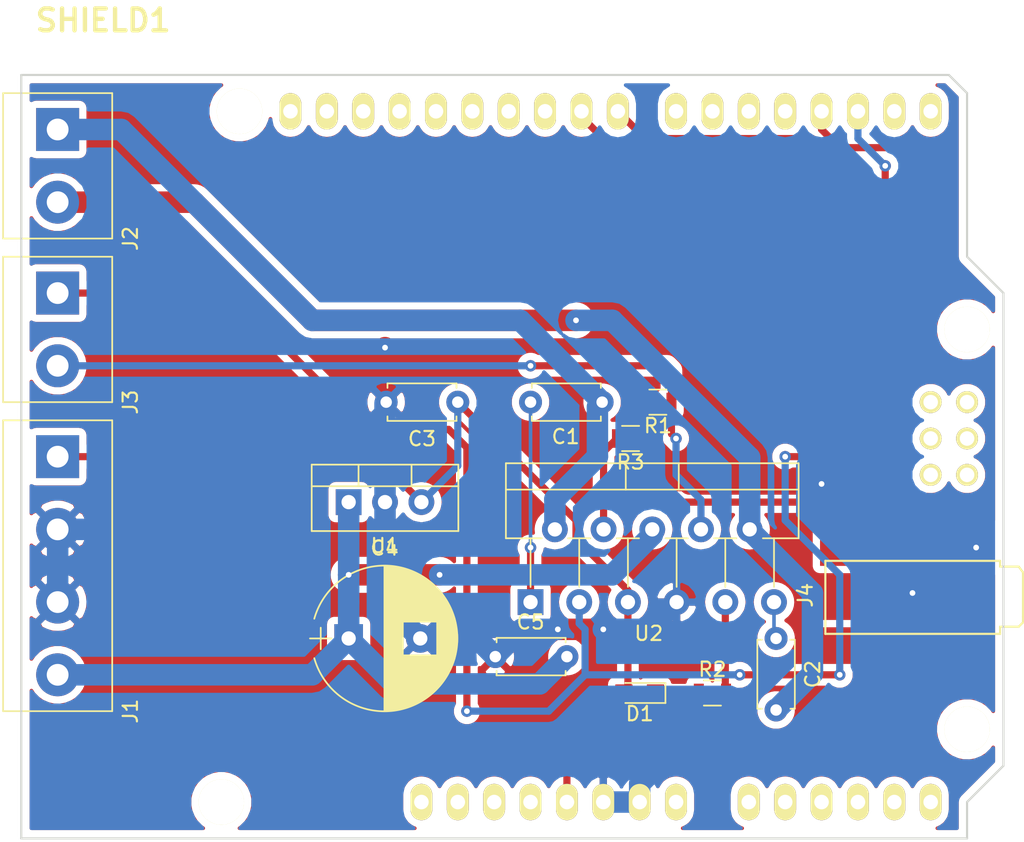
<source format=kicad_pcb>
(kicad_pcb (version 4) (host pcbnew 4.0.4-stable)

  (general
    (links 36)
    (no_connects 0)
    (area 134.544999 55.804999 203.275001 109.295001)
    (thickness 1.6)
    (drawings 9)
    (tracks 173)
    (zones 0)
    (modules 16)
    (nets 46)
  )

  (page A4)
  (layers
    (0 F.Cu signal)
    (31 B.Cu signal)
    (32 B.Adhes user)
    (33 F.Adhes user)
    (34 B.Paste user)
    (35 F.Paste user)
    (36 B.SilkS user)
    (37 F.SilkS user)
    (38 B.Mask user)
    (39 F.Mask user)
    (40 Dwgs.User user)
    (41 Cmts.User user)
    (42 Eco1.User user)
    (43 Eco2.User user)
    (44 Edge.Cuts user)
    (45 Margin user)
    (46 B.CrtYd user)
    (47 F.CrtYd user)
    (48 B.Fab user hide)
    (49 F.Fab user hide)
  )

  (setup
    (last_trace_width 0.5)
    (trace_clearance 0.2)
    (zone_clearance 0.508)
    (zone_45_only no)
    (trace_min 0.2)
    (segment_width 0.2)
    (edge_width 0.15)
    (via_size 0.8)
    (via_drill 0.4)
    (via_min_size 0.4)
    (via_min_drill 0.3)
    (uvia_size 0.3)
    (uvia_drill 0.1)
    (uvias_allowed no)
    (uvia_min_size 0.2)
    (uvia_min_drill 0.1)
    (pcb_text_width 0.3)
    (pcb_text_size 1.5 1.5)
    (mod_edge_width 0.15)
    (mod_text_size 1 1)
    (mod_text_width 0.15)
    (pad_size 1.524 1.524)
    (pad_drill 0.762)
    (pad_to_mask_clearance 0.2)
    (aux_axis_origin 0 0)
    (visible_elements 7FFFFFFF)
    (pcbplotparams
      (layerselection 0x010fc_ffffffff)
      (usegerberextensions false)
      (usegerberattributes true)
      (excludeedgelayer true)
      (linewidth 0.100000)
      (plotframeref false)
      (viasonmask false)
      (mode 1)
      (useauxorigin false)
      (hpglpennumber 1)
      (hpglpenspeed 20)
      (hpglpendiameter 15)
      (hpglpenoverlay 2)
      (psnegative false)
      (psa4output false)
      (plotreference true)
      (plotvalue true)
      (plotinvisibletext false)
      (padsonsilk false)
      (subtractmaskfromsilk false)
      (outputformat 1)
      (mirror false)
      (drillshape 1)
      (scaleselection 1)
      (outputdirectory ""))
  )

  (net 0 "")
  (net 1 /Track1)
  (net 2 "Net-(C1-Pad1)")
  (net 3 "Net-(C2-Pad1)")
  (net 4 /Track2)
  (net 5 GND)
  (net 6 +5V)
  (net 7 +12V)
  (net 8 "Net-(R2-Pad2)")
  (net 9 /Current_Sense)
  (net 10 /Direction)
  (net 11 "Net-(D1-Pad1)")
  (net 12 "Net-(SHIELD1-PadAD5)")
  (net 13 "Net-(SHIELD1-PadAD4)")
  (net 14 "Net-(SHIELD1-PadAD3)")
  (net 15 "Net-(SHIELD1-PadAD0)")
  (net 16 "Net-(SHIELD1-PadAD1)")
  (net 17 "Net-(SHIELD1-PadAD2)")
  (net 18 "Net-(SHIELD1-PadV_IN)")
  (net 19 "Net-(SHIELD1-Pad3V3)")
  (net 20 "Net-(SHIELD1-PadRST)")
  (net 21 "Net-(SHIELD1-Pad0)")
  (net 22 "Net-(SHIELD1-Pad1)")
  (net 23 "Net-(SHIELD1-Pad4)")
  (net 24 "Net-(SHIELD1-Pad5)")
  (net 25 "Net-(SHIELD1-Pad6)")
  (net 26 "Net-(SHIELD1-Pad7)")
  (net 27 "Net-(SHIELD1-Pad10)")
  (net 28 "Net-(SHIELD1-Pad11)")
  (net 29 "Net-(SHIELD1-Pad12)")
  (net 30 "Net-(SHIELD1-Pad13)")
  (net 31 "Net-(SHIELD1-PadGND3)")
  (net 32 "Net-(SHIELD1-PadAREF)")
  (net 33 "Net-(SHIELD1-PadSDA)")
  (net 34 "Net-(SHIELD1-PadSCL)")
  (net 35 "Net-(SHIELD1-PadIO_R)")
  (net 36 "Net-(SHIELD1-PadNC)")
  (net 37 "Net-(SHIELD1-PadSP1)")
  (net 38 "Net-(SHIELD1-PadSP2)")
  (net 39 "Net-(SHIELD1-PadSP3)")
  (net 40 "Net-(SHIELD1-PadSP4)")
  (net 41 "Net-(SHIELD1-PadSP5)")
  (net 42 "Net-(SHIELD1-PadSP6)")
  (net 43 /CalcRed)
  (net 44 /CalcWhite)
  (net 45 /Brake)

  (net_class Default "This is the default net class."
    (clearance 0.2)
    (trace_width 0.5)
    (via_dia 0.8)
    (via_drill 0.4)
    (uvia_dia 0.3)
    (uvia_drill 0.1)
    (add_net +5V)
    (add_net /Brake)
    (add_net /CalcRed)
    (add_net /CalcWhite)
    (add_net /Current_Sense)
    (add_net /Direction)
    (add_net "Net-(C1-Pad1)")
    (add_net "Net-(C2-Pad1)")
    (add_net "Net-(D1-Pad1)")
    (add_net "Net-(R2-Pad2)")
    (add_net "Net-(SHIELD1-Pad0)")
    (add_net "Net-(SHIELD1-Pad1)")
    (add_net "Net-(SHIELD1-Pad10)")
    (add_net "Net-(SHIELD1-Pad11)")
    (add_net "Net-(SHIELD1-Pad12)")
    (add_net "Net-(SHIELD1-Pad13)")
    (add_net "Net-(SHIELD1-Pad3V3)")
    (add_net "Net-(SHIELD1-Pad4)")
    (add_net "Net-(SHIELD1-Pad5)")
    (add_net "Net-(SHIELD1-Pad6)")
    (add_net "Net-(SHIELD1-Pad7)")
    (add_net "Net-(SHIELD1-PadAD0)")
    (add_net "Net-(SHIELD1-PadAD1)")
    (add_net "Net-(SHIELD1-PadAD2)")
    (add_net "Net-(SHIELD1-PadAD3)")
    (add_net "Net-(SHIELD1-PadAD4)")
    (add_net "Net-(SHIELD1-PadAD5)")
    (add_net "Net-(SHIELD1-PadAREF)")
    (add_net "Net-(SHIELD1-PadGND3)")
    (add_net "Net-(SHIELD1-PadIO_R)")
    (add_net "Net-(SHIELD1-PadNC)")
    (add_net "Net-(SHIELD1-PadRST)")
    (add_net "Net-(SHIELD1-PadSCL)")
    (add_net "Net-(SHIELD1-PadSDA)")
    (add_net "Net-(SHIELD1-PadSP1)")
    (add_net "Net-(SHIELD1-PadSP2)")
    (add_net "Net-(SHIELD1-PadSP3)")
    (add_net "Net-(SHIELD1-PadSP4)")
    (add_net "Net-(SHIELD1-PadSP5)")
    (add_net "Net-(SHIELD1-PadSP6)")
    (add_net "Net-(SHIELD1-PadV_IN)")
  )

  (net_class +12 ""
    (clearance 0.2)
    (trace_width 1.5)
    (via_dia 0.8)
    (via_drill 0.4)
    (uvia_dia 0.3)
    (uvia_drill 0.1)
    (add_net +12V)
    (add_net /Track1)
    (add_net /Track2)
    (add_net GND)
  )

  (module FT:ARDUINO_SHIELD (layer F.Cu) (tedit 0) (tstamp 5A3A0D84)
    (at 134.62 109.22)
    (descr http://www.thingiverse.com/thing:9630)
    (path /5A36AE4F)
    (fp_text reference SHIELD1 (at 5.715 -57.15) (layer F.SilkS)
      (effects (font (thickness 0.3048)))
    )
    (fp_text value ARDUINO_SHIELD (at 10.16 -54.61) (layer F.SilkS) hide
      (effects (font (thickness 0.3048)))
    )
    (fp_line (start 66.04 -40.64) (end 66.04 -52.07) (layer Cmts.User) (width 0.381))
    (fp_line (start 66.04 -52.07) (end 64.77 -53.34) (layer Cmts.User) (width 0.381))
    (fp_line (start 64.77 -53.34) (end 0 -53.34) (layer Cmts.User) (width 0.381))
    (fp_line (start 66.04 0) (end 0 0) (layer Cmts.User) (width 0.381))
    (fp_line (start 0 0) (end 0 -53.34) (layer Cmts.User) (width 0.381))
    (fp_line (start 66.04 -40.64) (end 68.58 -38.1) (layer Cmts.User) (width 0.381))
    (fp_line (start 68.58 -38.1) (end 68.58 -5.08) (layer Cmts.User) (width 0.381))
    (fp_line (start 68.58 -5.08) (end 66.04 -2.54) (layer Cmts.User) (width 0.381))
    (fp_line (start 66.04 -2.54) (end 66.04 0) (layer Cmts.User) (width 0.381))
    (pad AD5 thru_hole oval (at 63.5 -2.54 90) (size 2.54 1.524) (drill 1.016) (layers *.Cu *.Mask F.SilkS)
      (net 12 "Net-(SHIELD1-PadAD5)"))
    (pad AD4 thru_hole oval (at 60.96 -2.54 90) (size 2.54 1.524) (drill 1.016) (layers *.Cu *.Mask F.SilkS)
      (net 13 "Net-(SHIELD1-PadAD4)"))
    (pad AD3 thru_hole oval (at 58.42 -2.54 90) (size 2.54 1.524) (drill 1.016) (layers *.Cu *.Mask F.SilkS)
      (net 14 "Net-(SHIELD1-PadAD3)"))
    (pad AD0 thru_hole oval (at 50.8 -2.54 90) (size 2.54 1.524) (drill 1.016) (layers *.Cu *.Mask F.SilkS)
      (net 15 "Net-(SHIELD1-PadAD0)"))
    (pad AD1 thru_hole oval (at 53.34 -2.54 90) (size 2.54 1.524) (drill 1.016) (layers *.Cu *.Mask F.SilkS)
      (net 16 "Net-(SHIELD1-PadAD1)"))
    (pad AD2 thru_hole oval (at 55.88 -2.54 90) (size 2.54 1.524) (drill 1.016) (layers *.Cu *.Mask F.SilkS)
      (net 17 "Net-(SHIELD1-PadAD2)"))
    (pad V_IN thru_hole oval (at 45.72 -2.54 90) (size 2.54 1.524) (drill 1.016) (layers *.Cu *.Mask F.SilkS)
      (net 18 "Net-(SHIELD1-PadV_IN)"))
    (pad GND2 thru_hole oval (at 43.18 -2.54 90) (size 2.54 1.524) (drill 1.016) (layers *.Cu *.Mask F.SilkS)
      (net 5 GND))
    (pad GND1 thru_hole oval (at 40.64 -2.54 90) (size 2.54 1.524) (drill 1.016) (layers *.Cu *.Mask F.SilkS)
      (net 5 GND))
    (pad 3V3 thru_hole oval (at 35.56 -2.54 90) (size 2.54 1.524) (drill 1.016) (layers *.Cu *.Mask F.SilkS)
      (net 19 "Net-(SHIELD1-Pad3V3)"))
    (pad RST thru_hole oval (at 33.02 -2.54 90) (size 2.54 1.524) (drill 1.016) (layers *.Cu *.Mask F.SilkS)
      (net 20 "Net-(SHIELD1-PadRST)"))
    (pad 0 thru_hole oval (at 63.5 -50.8 90) (size 2.54 1.524) (drill 1.016) (layers *.Cu *.Mask F.SilkS)
      (net 21 "Net-(SHIELD1-Pad0)"))
    (pad 1 thru_hole oval (at 60.96 -50.8 90) (size 2.54 1.524) (drill 1.016) (layers *.Cu *.Mask F.SilkS)
      (net 22 "Net-(SHIELD1-Pad1)"))
    (pad 2 thru_hole oval (at 58.42 -50.8 90) (size 2.54 1.524) (drill 1.016) (layers *.Cu *.Mask F.SilkS)
      (net 43 /CalcRed))
    (pad 3 thru_hole oval (at 55.88 -50.8 90) (size 2.54 1.524) (drill 1.016) (layers *.Cu *.Mask F.SilkS)
      (net 44 /CalcWhite))
    (pad 4 thru_hole oval (at 53.34 -50.8 90) (size 2.54 1.524) (drill 1.016) (layers *.Cu *.Mask F.SilkS)
      (net 23 "Net-(SHIELD1-Pad4)"))
    (pad 5 thru_hole oval (at 50.8 -50.8 90) (size 2.54 1.524) (drill 1.016) (layers *.Cu *.Mask F.SilkS)
      (net 24 "Net-(SHIELD1-Pad5)"))
    (pad 6 thru_hole oval (at 48.26 -50.8 90) (size 2.54 1.524) (drill 1.016) (layers *.Cu *.Mask F.SilkS)
      (net 25 "Net-(SHIELD1-Pad6)"))
    (pad 7 thru_hole oval (at 45.72 -50.8 90) (size 2.54 1.524) (drill 1.016) (layers *.Cu *.Mask F.SilkS)
      (net 26 "Net-(SHIELD1-Pad7)"))
    (pad 8 thru_hole oval (at 41.656 -50.8 90) (size 2.54 1.524) (drill 1.016) (layers *.Cu *.Mask F.SilkS)
      (net 45 /Brake))
    (pad 9 thru_hole oval (at 39.116 -50.8 90) (size 2.54 1.524) (drill 1.016) (layers *.Cu *.Mask F.SilkS)
      (net 10 /Direction))
    (pad 10 thru_hole oval (at 36.576 -50.8 90) (size 2.54 1.524) (drill 1.016) (layers *.Cu *.Mask F.SilkS)
      (net 27 "Net-(SHIELD1-Pad10)"))
    (pad 11 thru_hole oval (at 34.036 -50.8 90) (size 2.54 1.524) (drill 1.016) (layers *.Cu *.Mask F.SilkS)
      (net 28 "Net-(SHIELD1-Pad11)"))
    (pad 12 thru_hole oval (at 31.496 -50.8 90) (size 2.54 1.524) (drill 1.016) (layers *.Cu *.Mask F.SilkS)
      (net 29 "Net-(SHIELD1-Pad12)"))
    (pad 13 thru_hole oval (at 28.956 -50.8 90) (size 2.54 1.524) (drill 1.016) (layers *.Cu *.Mask F.SilkS)
      (net 30 "Net-(SHIELD1-Pad13)"))
    (pad GND3 thru_hole oval (at 26.416 -50.8 90) (size 2.54 1.524) (drill 1.016) (layers *.Cu *.Mask F.SilkS)
      (net 31 "Net-(SHIELD1-PadGND3)"))
    (pad AREF thru_hole oval (at 23.876 -50.8 90) (size 2.54 1.524) (drill 1.016) (layers *.Cu *.Mask F.SilkS)
      (net 32 "Net-(SHIELD1-PadAREF)"))
    (pad 5V thru_hole oval (at 38.1 -2.54 90) (size 2.54 1.524) (drill 1.016) (layers *.Cu *.Mask F.SilkS)
      (net 6 +5V))
    (pad "" np_thru_hole circle (at 66.04 -7.62 90) (size 3.175 3.175) (drill 3.175) (layers *.Cu *.Mask F.SilkS))
    (pad "" np_thru_hole circle (at 66.04 -35.56 90) (size 3.175 3.175) (drill 3.175) (layers *.Cu *.Mask F.SilkS))
    (pad "" np_thru_hole circle (at 15.24 -50.8 90) (size 3.175 3.175) (drill 3.175) (layers *.Cu *.Mask F.SilkS))
    (pad "" np_thru_hole circle (at 13.97 -2.54 90) (size 3.175 3.175) (drill 3.175) (layers *.Cu *.Mask F.SilkS))
    (pad SDA thru_hole oval (at 21.336 -50.8 90) (size 2.54 1.524) (drill 1.016) (layers *.Cu *.Mask F.SilkS)
      (net 33 "Net-(SHIELD1-PadSDA)"))
    (pad SCL thru_hole oval (at 18.796 -50.8 90) (size 2.54 1.524) (drill 1.016) (layers *.Cu *.Mask F.SilkS)
      (net 34 "Net-(SHIELD1-PadSCL)"))
    (pad IO_R thru_hole oval (at 30.48 -2.54 90) (size 2.54 1.524) (drill 1.016) (layers *.Cu *.Mask F.SilkS)
      (net 35 "Net-(SHIELD1-PadIO_R)"))
    (pad NC thru_hole oval (at 27.94 -2.54 90) (size 2.54 1.524) (drill 1.016) (layers *.Cu *.Mask F.SilkS)
      (net 36 "Net-(SHIELD1-PadNC)"))
    (pad SP1 thru_hole circle (at 63.5 -30.48 90) (size 1.524 1.524) (drill 1.016) (layers *.Cu *.Mask F.SilkS)
      (net 37 "Net-(SHIELD1-PadSP1)"))
    (pad SP2 thru_hole circle (at 66.04 -30.48 90) (size 1.524 1.524) (drill 1.016) (layers *.Cu *.Mask F.SilkS)
      (net 38 "Net-(SHIELD1-PadSP2)"))
    (pad SP3 thru_hole circle (at 63.5 -27.94 90) (size 1.524 1.524) (drill 1.016) (layers *.Cu *.Mask F.SilkS)
      (net 39 "Net-(SHIELD1-PadSP3)"))
    (pad SP4 thru_hole circle (at 66.04 -27.94 90) (size 1.524 1.524) (drill 1.016) (layers *.Cu *.Mask F.SilkS)
      (net 40 "Net-(SHIELD1-PadSP4)"))
    (pad SP5 thru_hole circle (at 63.5 -25.4 90) (size 1.524 1.524) (drill 1.016) (layers *.Cu *.Mask F.SilkS)
      (net 41 "Net-(SHIELD1-PadSP5)"))
    (pad SP6 thru_hole circle (at 66.04 -25.4 90) (size 1.524 1.524) (drill 1.016) (layers *.Cu *.Mask F.SilkS)
      (net 42 "Net-(SHIELD1-PadSP6)"))
  )

  (module TO_SOT_Packages_THT:TO-220-11_Vertical_StaggeredType1 (layer F.Cu) (tedit 58CE52AC) (tstamp 5A2FD728)
    (at 170.18 92.71)
    (descr "TO-220-11, Vertical, RM 1.7mm, Multiwatt-11, staggered type-1")
    (tags "TO-220-11 Vertical RM 1.7mm Multiwatt-11 staggered type-1")
    (path /598F37E3)
    (fp_text reference U2 (at 8.255 2.191) (layer F.SilkS)
      (effects (font (size 1 1) (thickness 0.15)))
    )
    (fp_text value LMD18200T (at 19.558 -4.032 90) (layer F.Fab)
      (effects (font (size 1 1) (thickness 0.15)))
    )
    (fp_line (start 18.85 -9.83) (end -1.85 -9.83) (layer F.CrtYd) (width 0.05))
    (fp_line (start 18.85 1.16) (end 18.85 -9.83) (layer F.CrtYd) (width 0.05))
    (fp_line (start -1.85 1.16) (end 18.85 1.16) (layer F.CrtYd) (width 0.05))
    (fp_line (start -1.85 -9.83) (end -1.85 1.16) (layer F.CrtYd) (width 0.05))
    (fp_line (start 17 -4.459) (end 17 -1.065) (layer F.SilkS) (width 0.12))
    (fp_line (start 13.6 -4.459) (end 13.6 -1.065) (layer F.SilkS) (width 0.12))
    (fp_line (start 10.2 -4.459) (end 10.2 -1.065) (layer F.SilkS) (width 0.12))
    (fp_line (start 6.8 -4.459) (end 6.8 -1.065) (layer F.SilkS) (width 0.12))
    (fp_line (start 3.4 -4.459) (end 3.4 -1.065) (layer F.SilkS) (width 0.12))
    (fp_line (start 0 -4.459) (end 0 -1.05) (layer F.SilkS) (width 0.12))
    (fp_line (start 10.35 -9.7) (end 10.35 -7.86) (layer F.SilkS) (width 0.12))
    (fp_line (start 6.65 -9.7) (end 6.65 -7.86) (layer F.SilkS) (width 0.12))
    (fp_line (start -1.72 -7.86) (end 18.72 -7.86) (layer F.SilkS) (width 0.12))
    (fp_line (start 18.72 -9.7) (end 18.72 -4.459) (layer F.SilkS) (width 0.12))
    (fp_line (start -1.72 -9.7) (end -1.72 -4.459) (layer F.SilkS) (width 0.12))
    (fp_line (start 16.225 -4.459) (end 18.72 -4.459) (layer F.SilkS) (width 0.12))
    (fp_line (start 12.825 -4.459) (end 14.376 -4.459) (layer F.SilkS) (width 0.12))
    (fp_line (start 9.425 -4.459) (end 10.976 -4.459) (layer F.SilkS) (width 0.12))
    (fp_line (start 6.025 -4.459) (end 7.576 -4.459) (layer F.SilkS) (width 0.12))
    (fp_line (start 2.625 -4.459) (end 4.176 -4.459) (layer F.SilkS) (width 0.12))
    (fp_line (start -1.72 -4.459) (end 0.776 -4.459) (layer F.SilkS) (width 0.12))
    (fp_line (start -1.72 -9.7) (end 18.72 -9.7) (layer F.SilkS) (width 0.12))
    (fp_line (start 17 -4.58) (end 17 0) (layer F.Fab) (width 0.1))
    (fp_line (start 13.6 -4.58) (end 13.6 0) (layer F.Fab) (width 0.1))
    (fp_line (start 10.2 -4.58) (end 10.2 0) (layer F.Fab) (width 0.1))
    (fp_line (start 6.8 -4.58) (end 6.8 0) (layer F.Fab) (width 0.1))
    (fp_line (start 3.4 -4.58) (end 3.4 0) (layer F.Fab) (width 0.1))
    (fp_line (start 0 -4.58) (end 0 0) (layer F.Fab) (width 0.1))
    (fp_line (start 10.35 -9.58) (end 10.35 -7.98) (layer F.Fab) (width 0.1))
    (fp_line (start 6.65 -9.58) (end 6.65 -7.98) (layer F.Fab) (width 0.1))
    (fp_line (start -1.6 -7.98) (end 18.6 -7.98) (layer F.Fab) (width 0.1))
    (fp_line (start 18.6 -9.58) (end -1.6 -9.58) (layer F.Fab) (width 0.1))
    (fp_line (start 18.6 -4.58) (end 18.6 -9.58) (layer F.Fab) (width 0.1))
    (fp_line (start -1.6 -4.58) (end 18.6 -4.58) (layer F.Fab) (width 0.1))
    (fp_line (start -1.6 -9.58) (end -1.6 -4.58) (layer F.Fab) (width 0.1))
    (fp_text user %R (at 8.5 -10.7) (layer F.Fab)
      (effects (font (size 1 1) (thickness 0.15)))
    )
    (pad 11 thru_hole oval (at 17 0) (size 1.8 1.8) (drill 1) (layers *.Cu *.Mask)
      (net 3 "Net-(C2-Pad1)"))
    (pad 10 thru_hole oval (at 15.3 -5.08) (size 1.8 1.8) (drill 1) (layers *.Cu *.Mask)
      (net 4 /Track2))
    (pad 9 thru_hole oval (at 13.6 0) (size 1.8 1.8) (drill 1) (layers *.Cu *.Mask)
      (net 8 "Net-(R2-Pad2)"))
    (pad 8 thru_hole oval (at 11.9 -5.08) (size 1.8 1.8) (drill 1) (layers *.Cu *.Mask)
      (net 9 /Current_Sense))
    (pad 7 thru_hole oval (at 10.2 0) (size 1.8 1.8) (drill 1) (layers *.Cu *.Mask)
      (net 5 GND))
    (pad 6 thru_hole oval (at 8.5 -5.08) (size 1.8 1.8) (drill 1) (layers *.Cu *.Mask)
      (net 7 +12V))
    (pad 5 thru_hole oval (at 6.8 0) (size 1.8 1.8) (drill 1) (layers *.Cu *.Mask)
      (net 6 +5V))
    (pad 4 thru_hole oval (at 5.1 -5.08) (size 1.8 1.8) (drill 1) (layers *.Cu *.Mask)
      (net 45 /Brake))
    (pad 3 thru_hole oval (at 3.4 0) (size 1.8 1.8) (drill 1) (layers *.Cu *.Mask)
      (net 10 /Direction))
    (pad 2 thru_hole oval (at 1.7 -5.08) (size 1.8 1.8) (drill 1) (layers *.Cu *.Mask)
      (net 1 /Track1))
    (pad 1 thru_hole rect (at 0 0) (size 1.8 1.8) (drill 1) (layers *.Cu *.Mask)
      (net 2 "Net-(C1-Pad1)"))
    (model ${KISYS3DMOD}/TO_SOT_Packages_THT.3dshapes/TO-220-11_Vertical_StaggeredType1.wrl
      (at (xyz 0 0 0))
      (scale (xyz 1 1 1))
      (rotate (xyz 0 0 0))
    )
    (model ${KISYS3DMOD}/TO_SOT_Packages_THT.3dshapes/Multiwatt-11_Vertical_StaggeredType1.wrl
      (at (xyz 0 0 0))
      (scale (xyz 1 1 1))
      (rotate (xyz 0 0 0))
    )
  )

  (module Capacitors_THT:C_Disc_D4.7mm_W2.5mm_P5.00mm (layer F.Cu) (tedit 597BC7C2) (tstamp 5A2FDB9E)
    (at 187.325 95.25 270)
    (descr "C, Disc series, Radial, pin pitch=5.00mm, , diameter*width=4.7*2.5mm^2, Capacitor, http://www.vishay.com/docs/45233/krseries.pdf")
    (tags "C Disc series Radial pin pitch 5.00mm  diameter 4.7mm width 2.5mm Capacitor")
    (path /598F39E1)
    (fp_text reference C2 (at 2.5 -2.56 270) (layer F.SilkS)
      (effects (font (size 1 1) (thickness 0.15)))
    )
    (fp_text value 10nf (at 2.5 2.56 270) (layer F.Fab)
      (effects (font (size 1 1) (thickness 0.15)))
    )
    (fp_line (start 0.15 -1.25) (end 0.15 1.25) (layer F.Fab) (width 0.1))
    (fp_line (start 0.15 1.25) (end 4.85 1.25) (layer F.Fab) (width 0.1))
    (fp_line (start 4.85 1.25) (end 4.85 -1.25) (layer F.Fab) (width 0.1))
    (fp_line (start 4.85 -1.25) (end 0.15 -1.25) (layer F.Fab) (width 0.1))
    (fp_line (start 0.09 -1.31) (end 4.91 -1.31) (layer F.SilkS) (width 0.12))
    (fp_line (start 0.09 1.31) (end 4.91 1.31) (layer F.SilkS) (width 0.12))
    (fp_line (start 0.09 -1.31) (end 0.09 -0.996) (layer F.SilkS) (width 0.12))
    (fp_line (start 0.09 0.996) (end 0.09 1.31) (layer F.SilkS) (width 0.12))
    (fp_line (start 4.91 -1.31) (end 4.91 -0.996) (layer F.SilkS) (width 0.12))
    (fp_line (start 4.91 0.996) (end 4.91 1.31) (layer F.SilkS) (width 0.12))
    (fp_line (start -1.05 -1.6) (end -1.05 1.6) (layer F.CrtYd) (width 0.05))
    (fp_line (start -1.05 1.6) (end 6.05 1.6) (layer F.CrtYd) (width 0.05))
    (fp_line (start 6.05 1.6) (end 6.05 -1.6) (layer F.CrtYd) (width 0.05))
    (fp_line (start 6.05 -1.6) (end -1.05 -1.6) (layer F.CrtYd) (width 0.05))
    (fp_text user %R (at 2.5 0 270) (layer F.Fab)
      (effects (font (size 1 1) (thickness 0.15)))
    )
    (pad 1 thru_hole circle (at 0 0 270) (size 1.6 1.6) (drill 0.8) (layers *.Cu *.Mask)
      (net 3 "Net-(C2-Pad1)"))
    (pad 2 thru_hole circle (at 5 0 270) (size 1.6 1.6) (drill 0.8) (layers *.Cu *.Mask)
      (net 4 /Track2))
    (model ${KISYS3DMOD}/Capacitors_THT.3dshapes/C_Disc_D4.7mm_W2.5mm_P5.00mm.wrl
      (at (xyz 0 0 0))
      (scale (xyz 1 1 1))
      (rotate (xyz 0 0 0))
    )
  )

  (module Capacitors_THT:C_Disc_D4.7mm_W2.5mm_P5.00mm (layer F.Cu) (tedit 597BC7C2) (tstamp 5A2FDC03)
    (at 170.18 78.74)
    (descr "C, Disc series, Radial, pin pitch=5.00mm, , diameter*width=4.7*2.5mm^2, Capacitor, http://www.vishay.com/docs/45233/krseries.pdf")
    (tags "C Disc series Radial pin pitch 5.00mm  diameter 4.7mm width 2.5mm Capacitor")
    (path /598F399B)
    (fp_text reference C1 (at 2.451 2.413) (layer F.SilkS)
      (effects (font (size 1 1) (thickness 0.15)))
    )
    (fp_text value 10nf (at 2.5 2.56) (layer F.Fab)
      (effects (font (size 1 1) (thickness 0.15)))
    )
    (fp_text user %R (at 2.5 0) (layer F.Fab)
      (effects (font (size 1 1) (thickness 0.15)))
    )
    (fp_line (start 6.05 -1.6) (end -1.05 -1.6) (layer F.CrtYd) (width 0.05))
    (fp_line (start 6.05 1.6) (end 6.05 -1.6) (layer F.CrtYd) (width 0.05))
    (fp_line (start -1.05 1.6) (end 6.05 1.6) (layer F.CrtYd) (width 0.05))
    (fp_line (start -1.05 -1.6) (end -1.05 1.6) (layer F.CrtYd) (width 0.05))
    (fp_line (start 4.91 0.996) (end 4.91 1.31) (layer F.SilkS) (width 0.12))
    (fp_line (start 4.91 -1.31) (end 4.91 -0.996) (layer F.SilkS) (width 0.12))
    (fp_line (start 0.09 0.996) (end 0.09 1.31) (layer F.SilkS) (width 0.12))
    (fp_line (start 0.09 -1.31) (end 0.09 -0.996) (layer F.SilkS) (width 0.12))
    (fp_line (start 0.09 1.31) (end 4.91 1.31) (layer F.SilkS) (width 0.12))
    (fp_line (start 0.09 -1.31) (end 4.91 -1.31) (layer F.SilkS) (width 0.12))
    (fp_line (start 4.85 -1.25) (end 0.15 -1.25) (layer F.Fab) (width 0.1))
    (fp_line (start 4.85 1.25) (end 4.85 -1.25) (layer F.Fab) (width 0.1))
    (fp_line (start 0.15 1.25) (end 4.85 1.25) (layer F.Fab) (width 0.1))
    (fp_line (start 0.15 -1.25) (end 0.15 1.25) (layer F.Fab) (width 0.1))
    (pad 2 thru_hole circle (at 5 0) (size 1.6 1.6) (drill 0.8) (layers *.Cu *.Mask)
      (net 1 /Track1))
    (pad 1 thru_hole circle (at 0 0) (size 1.6 1.6) (drill 0.8) (layers *.Cu *.Mask)
      (net 2 "Net-(C1-Pad1)"))
    (model ${KISYS3DMOD}/Capacitors_THT.3dshapes/C_Disc_D4.7mm_W2.5mm_P5.00mm.wrl
      (at (xyz 0 0 0))
      (scale (xyz 1 1 1))
      (rotate (xyz 0 0 0))
    )
  )

  (module Capacitors_THT:C_Disc_D4.7mm_W2.5mm_P5.00mm (layer F.Cu) (tedit 597BC7C2) (tstamp 5A3017D3)
    (at 165.1 78.74 180)
    (descr "C, Disc series, Radial, pin pitch=5.00mm, , diameter*width=4.7*2.5mm^2, Capacitor, http://www.vishay.com/docs/45233/krseries.pdf")
    (tags "C Disc series Radial pin pitch 5.00mm  diameter 4.7mm width 2.5mm Capacitor")
    (path /5A2DBB14)
    (fp_text reference C3 (at 2.5 -2.56 180) (layer F.SilkS)
      (effects (font (size 1 1) (thickness 0.15)))
    )
    (fp_text value 100nf (at 2.5 2.56 180) (layer F.Fab)
      (effects (font (size 1 1) (thickness 0.15)))
    )
    (fp_text user %R (at 2.5 0 180) (layer F.Fab)
      (effects (font (size 1 1) (thickness 0.15)))
    )
    (fp_line (start 6.05 -1.6) (end -1.05 -1.6) (layer F.CrtYd) (width 0.05))
    (fp_line (start 6.05 1.6) (end 6.05 -1.6) (layer F.CrtYd) (width 0.05))
    (fp_line (start -1.05 1.6) (end 6.05 1.6) (layer F.CrtYd) (width 0.05))
    (fp_line (start -1.05 -1.6) (end -1.05 1.6) (layer F.CrtYd) (width 0.05))
    (fp_line (start 4.91 0.996) (end 4.91 1.31) (layer F.SilkS) (width 0.12))
    (fp_line (start 4.91 -1.31) (end 4.91 -0.996) (layer F.SilkS) (width 0.12))
    (fp_line (start 0.09 0.996) (end 0.09 1.31) (layer F.SilkS) (width 0.12))
    (fp_line (start 0.09 -1.31) (end 0.09 -0.996) (layer F.SilkS) (width 0.12))
    (fp_line (start 0.09 1.31) (end 4.91 1.31) (layer F.SilkS) (width 0.12))
    (fp_line (start 0.09 -1.31) (end 4.91 -1.31) (layer F.SilkS) (width 0.12))
    (fp_line (start 4.85 -1.25) (end 0.15 -1.25) (layer F.Fab) (width 0.1))
    (fp_line (start 4.85 1.25) (end 4.85 -1.25) (layer F.Fab) (width 0.1))
    (fp_line (start 0.15 1.25) (end 4.85 1.25) (layer F.Fab) (width 0.1))
    (fp_line (start 0.15 -1.25) (end 0.15 1.25) (layer F.Fab) (width 0.1))
    (pad 2 thru_hole circle (at 5 0 180) (size 1.6 1.6) (drill 0.8) (layers *.Cu *.Mask)
      (net 5 GND))
    (pad 1 thru_hole circle (at 0 0 180) (size 1.6 1.6) (drill 0.8) (layers *.Cu *.Mask)
      (net 6 +5V))
    (model ${KISYS3DMOD}/Capacitors_THT.3dshapes/C_Disc_D4.7mm_W2.5mm_P5.00mm.wrl
      (at (xyz 0 0 0))
      (scale (xyz 1 1 1))
      (rotate (xyz 0 0 0))
    )
  )

  (module Capacitors_THT:C_Disc_D4.7mm_W2.5mm_P5.00mm (layer F.Cu) (tedit 597BC7C2) (tstamp 5A30286B)
    (at 172.72 96.52 180)
    (descr "C, Disc series, Radial, pin pitch=5.00mm, , diameter*width=4.7*2.5mm^2, Capacitor, http://www.vishay.com/docs/45233/krseries.pdf")
    (tags "C Disc series Radial pin pitch 5.00mm  diameter 4.7mm width 2.5mm Capacitor")
    (path /5A2DC812)
    (fp_text reference C5 (at 2.54 2.413 180) (layer F.SilkS)
      (effects (font (size 1 1) (thickness 0.15)))
    )
    (fp_text value 1uf (at 2.5 2.56 180) (layer F.Fab)
      (effects (font (size 1 1) (thickness 0.15)))
    )
    (fp_text user %R (at 2.5 0 180) (layer F.Fab)
      (effects (font (size 1 1) (thickness 0.15)))
    )
    (fp_line (start 6.05 -1.6) (end -1.05 -1.6) (layer F.CrtYd) (width 0.05))
    (fp_line (start 6.05 1.6) (end 6.05 -1.6) (layer F.CrtYd) (width 0.05))
    (fp_line (start -1.05 1.6) (end 6.05 1.6) (layer F.CrtYd) (width 0.05))
    (fp_line (start -1.05 -1.6) (end -1.05 1.6) (layer F.CrtYd) (width 0.05))
    (fp_line (start 4.91 0.996) (end 4.91 1.31) (layer F.SilkS) (width 0.12))
    (fp_line (start 4.91 -1.31) (end 4.91 -0.996) (layer F.SilkS) (width 0.12))
    (fp_line (start 0.09 0.996) (end 0.09 1.31) (layer F.SilkS) (width 0.12))
    (fp_line (start 0.09 -1.31) (end 0.09 -0.996) (layer F.SilkS) (width 0.12))
    (fp_line (start 0.09 1.31) (end 4.91 1.31) (layer F.SilkS) (width 0.12))
    (fp_line (start 0.09 -1.31) (end 4.91 -1.31) (layer F.SilkS) (width 0.12))
    (fp_line (start 4.85 -1.25) (end 0.15 -1.25) (layer F.Fab) (width 0.1))
    (fp_line (start 4.85 1.25) (end 4.85 -1.25) (layer F.Fab) (width 0.1))
    (fp_line (start 0.15 1.25) (end 4.85 1.25) (layer F.Fab) (width 0.1))
    (fp_line (start 0.15 -1.25) (end 0.15 1.25) (layer F.Fab) (width 0.1))
    (pad 2 thru_hole circle (at 5 0 180) (size 1.6 1.6) (drill 0.8) (layers *.Cu *.Mask)
      (net 5 GND))
    (pad 1 thru_hole circle (at 0 0 180) (size 1.6 1.6) (drill 0.8) (layers *.Cu *.Mask)
      (net 7 +12V))
    (model ${KISYS3DMOD}/Capacitors_THT.3dshapes/C_Disc_D4.7mm_W2.5mm_P5.00mm.wrl
      (at (xyz 0 0 0))
      (scale (xyz 1 1 1))
      (rotate (xyz 0 0 0))
    )
  )

  (module LEDs:LED_0805 (layer F.Cu) (tedit 59959803) (tstamp 5A301AA2)
    (at 177.8 99.06 180)
    (descr "LED 0805 smd package")
    (tags "LED led 0805 SMD smd SMT smt smdled SMDLED smtled SMTLED")
    (path /598F3BD0)
    (attr smd)
    (fp_text reference D1 (at 0 -1.45 180) (layer F.SilkS)
      (effects (font (size 1 1) (thickness 0.15)))
    )
    (fp_text value LED (at 0 1.55 180) (layer F.Fab)
      (effects (font (size 1 1) (thickness 0.15)))
    )
    (fp_text user %R (at 0 -1.25 180) (layer F.Fab)
      (effects (font (size 0.4 0.4) (thickness 0.1)))
    )
    (fp_line (start -1.95 -0.85) (end 1.95 -0.85) (layer F.CrtYd) (width 0.05))
    (fp_line (start -1.95 0.85) (end -1.95 -0.85) (layer F.CrtYd) (width 0.05))
    (fp_line (start 1.95 0.85) (end -1.95 0.85) (layer F.CrtYd) (width 0.05))
    (fp_line (start 1.95 -0.85) (end 1.95 0.85) (layer F.CrtYd) (width 0.05))
    (fp_line (start -1.8 -0.7) (end 1 -0.7) (layer F.SilkS) (width 0.12))
    (fp_line (start -1.8 0.7) (end 1 0.7) (layer F.SilkS) (width 0.12))
    (fp_line (start -1 0.6) (end -1 -0.6) (layer F.Fab) (width 0.1))
    (fp_line (start -1 -0.6) (end 1 -0.6) (layer F.Fab) (width 0.1))
    (fp_line (start 1 -0.6) (end 1 0.6) (layer F.Fab) (width 0.1))
    (fp_line (start 1 0.6) (end -1 0.6) (layer F.Fab) (width 0.1))
    (fp_line (start 0.2 -0.4) (end 0.2 0.4) (layer F.Fab) (width 0.1))
    (fp_line (start 0.2 0.4) (end -0.4 0) (layer F.Fab) (width 0.1))
    (fp_line (start -0.4 0) (end 0.2 -0.4) (layer F.Fab) (width 0.1))
    (fp_line (start -0.4 -0.4) (end -0.4 0.4) (layer F.Fab) (width 0.1))
    (fp_line (start -1.8 -0.7) (end -1.8 0.7) (layer F.SilkS) (width 0.12))
    (pad 1 smd rect (at -1.1 0) (size 1.2 1.2) (layers F.Cu F.Paste F.Mask)
      (net 11 "Net-(D1-Pad1)"))
    (pad 2 smd rect (at 1.1 0) (size 1.2 1.2) (layers F.Cu F.Paste F.Mask)
      (net 6 +5V))
    (model ${KISYS3DMOD}/LEDs.3dshapes/LED_0805.wrl
      (at (xyz 0 0 0))
      (scale (xyz 1 1 1))
      (rotate (xyz 0 0 180))
    )
  )

  (module Resistors_SMD:R_0805 (layer F.Cu) (tedit 58E0A804) (tstamp 5A3019DC)
    (at 179.07 78.74 180)
    (descr "Resistor SMD 0805, reflow soldering, Vishay (see dcrcw.pdf)")
    (tags "resistor 0805")
    (path /598FCAFD)
    (attr smd)
    (fp_text reference R1 (at 0 -1.65 180) (layer F.SilkS)
      (effects (font (size 1 1) (thickness 0.15)))
    )
    (fp_text value 2.7KΩ (at -2.286 1.27 270) (layer F.Fab)
      (effects (font (size 1 1) (thickness 0.15)))
    )
    (fp_text user %R (at 0 0 180) (layer F.Fab)
      (effects (font (size 0.5 0.5) (thickness 0.075)))
    )
    (fp_line (start -1 0.62) (end -1 -0.62) (layer F.Fab) (width 0.1))
    (fp_line (start 1 0.62) (end -1 0.62) (layer F.Fab) (width 0.1))
    (fp_line (start 1 -0.62) (end 1 0.62) (layer F.Fab) (width 0.1))
    (fp_line (start -1 -0.62) (end 1 -0.62) (layer F.Fab) (width 0.1))
    (fp_line (start 0.6 0.88) (end -0.6 0.88) (layer F.SilkS) (width 0.12))
    (fp_line (start -0.6 -0.88) (end 0.6 -0.88) (layer F.SilkS) (width 0.12))
    (fp_line (start -1.55 -0.9) (end 1.55 -0.9) (layer F.CrtYd) (width 0.05))
    (fp_line (start -1.55 -0.9) (end -1.55 0.9) (layer F.CrtYd) (width 0.05))
    (fp_line (start 1.55 0.9) (end 1.55 -0.9) (layer F.CrtYd) (width 0.05))
    (fp_line (start 1.55 0.9) (end -1.55 0.9) (layer F.CrtYd) (width 0.05))
    (pad 1 smd rect (at -0.95 0 180) (size 0.7 1.3) (layers F.Cu F.Paste F.Mask)
      (net 9 /Current_Sense))
    (pad 2 smd rect (at 0.95 0 180) (size 0.7 1.3) (layers F.Cu F.Paste F.Mask)
      (net 5 GND))
    (model ${KISYS3DMOD}/Resistors_SMD.3dshapes/R_0805.wrl
      (at (xyz 0 0 0))
      (scale (xyz 1 1 1))
      (rotate (xyz 0 0 0))
    )
  )

  (module Resistors_SMD:R_0805 (layer F.Cu) (tedit 58E0A804) (tstamp 5A302809)
    (at 182.88 99.06)
    (descr "Resistor SMD 0805, reflow soldering, Vishay (see dcrcw.pdf)")
    (tags "resistor 0805")
    (path /598F3B8D)
    (attr smd)
    (fp_text reference R2 (at 0 -1.65) (layer F.SilkS)
      (effects (font (size 1 1) (thickness 0.15)))
    )
    (fp_text value 220Ω (at -2.286 -0.762 90) (layer F.Fab)
      (effects (font (size 1 1) (thickness 0.15)))
    )
    (fp_line (start 1.55 0.9) (end -1.55 0.9) (layer F.CrtYd) (width 0.05))
    (fp_line (start 1.55 0.9) (end 1.55 -0.9) (layer F.CrtYd) (width 0.05))
    (fp_line (start -1.55 -0.9) (end -1.55 0.9) (layer F.CrtYd) (width 0.05))
    (fp_line (start -1.55 -0.9) (end 1.55 -0.9) (layer F.CrtYd) (width 0.05))
    (fp_line (start -0.6 -0.88) (end 0.6 -0.88) (layer F.SilkS) (width 0.12))
    (fp_line (start 0.6 0.88) (end -0.6 0.88) (layer F.SilkS) (width 0.12))
    (fp_line (start -1 -0.62) (end 1 -0.62) (layer F.Fab) (width 0.1))
    (fp_line (start 1 -0.62) (end 1 0.62) (layer F.Fab) (width 0.1))
    (fp_line (start 1 0.62) (end -1 0.62) (layer F.Fab) (width 0.1))
    (fp_line (start -1 0.62) (end -1 -0.62) (layer F.Fab) (width 0.1))
    (fp_text user %R (at 0 0) (layer F.Fab)
      (effects (font (size 0.5 0.5) (thickness 0.075)))
    )
    (pad 2 smd rect (at 0.95 0) (size 0.7 1.3) (layers F.Cu F.Paste F.Mask)
      (net 8 "Net-(R2-Pad2)"))
    (pad 1 smd rect (at -0.95 0) (size 0.7 1.3) (layers F.Cu F.Paste F.Mask)
      (net 11 "Net-(D1-Pad1)"))
    (model ${KISYS3DMOD}/Resistors_SMD.3dshapes/R_0805.wrl
      (at (xyz 0 0 0))
      (scale (xyz 1 1 1))
      (rotate (xyz 0 0 0))
    )
  )

  (module TO_SOT_Packages_THT:TO-220-3_Vertical (layer F.Cu) (tedit 58CE52AD) (tstamp 5A2FD7A5)
    (at 157.48 85.725)
    (descr "TO-220-3, Vertical, RM 2.54mm")
    (tags "TO-220-3 Vertical RM 2.54mm")
    (path /5A2D8024)
    (fp_text reference U1 (at 2.54 3.048) (layer F.SilkS)
      (effects (font (size 1 1) (thickness 0.15)))
    )
    (fp_text value LM7805_TO220 (at 2.54 3.92) (layer F.Fab)
      (effects (font (size 1 1) (thickness 0.15)))
    )
    (fp_line (start 7.79 -2.75) (end -2.71 -2.75) (layer F.CrtYd) (width 0.05))
    (fp_line (start 7.79 2.16) (end 7.79 -2.75) (layer F.CrtYd) (width 0.05))
    (fp_line (start -2.71 2.16) (end 7.79 2.16) (layer F.CrtYd) (width 0.05))
    (fp_line (start -2.71 -2.75) (end -2.71 2.16) (layer F.CrtYd) (width 0.05))
    (fp_line (start 4.391 -2.62) (end 4.391 -1.11) (layer F.SilkS) (width 0.12))
    (fp_line (start 0.69 -2.62) (end 0.69 -1.11) (layer F.SilkS) (width 0.12))
    (fp_line (start -2.58 -1.11) (end 7.66 -1.11) (layer F.SilkS) (width 0.12))
    (fp_line (start 7.66 -2.62) (end 7.66 2.021) (layer F.SilkS) (width 0.12))
    (fp_line (start -2.58 -2.62) (end -2.58 2.021) (layer F.SilkS) (width 0.12))
    (fp_line (start -2.58 2.021) (end 7.66 2.021) (layer F.SilkS) (width 0.12))
    (fp_line (start -2.58 -2.62) (end 7.66 -2.62) (layer F.SilkS) (width 0.12))
    (fp_line (start 4.39 -2.5) (end 4.39 -1.23) (layer F.Fab) (width 0.1))
    (fp_line (start 0.69 -2.5) (end 0.69 -1.23) (layer F.Fab) (width 0.1))
    (fp_line (start -2.46 -1.23) (end 7.54 -1.23) (layer F.Fab) (width 0.1))
    (fp_line (start 7.54 -2.5) (end -2.46 -2.5) (layer F.Fab) (width 0.1))
    (fp_line (start 7.54 1.9) (end 7.54 -2.5) (layer F.Fab) (width 0.1))
    (fp_line (start -2.46 1.9) (end 7.54 1.9) (layer F.Fab) (width 0.1))
    (fp_line (start -2.46 -2.5) (end -2.46 1.9) (layer F.Fab) (width 0.1))
    (fp_text user %R (at 2.54 -3.62) (layer F.Fab)
      (effects (font (size 1 1) (thickness 0.15)))
    )
    (pad 3 thru_hole oval (at 5.08 0) (size 1.8 1.8) (drill 1) (layers *.Cu *.Mask)
      (net 6 +5V))
    (pad 2 thru_hole oval (at 2.54 0) (size 1.8 1.8) (drill 1) (layers *.Cu *.Mask)
      (net 5 GND))
    (pad 1 thru_hole rect (at 0 0) (size 1.8 1.8) (drill 1) (layers *.Cu *.Mask)
      (net 7 +12V))
    (model ${KISYS3DMOD}/TO_SOT_Packages_THT.3dshapes/TO-220-3_Vertical.wrl
      (at (xyz 0.1 0 0))
      (scale (xyz 0.393701 0.393701 0.393701))
      (rotate (xyz 0 0 0))
    )
    (model R:/kicad_libs/modules/packages3d/walter/to/to220_std.wrl
      (at (xyz 0.1 0 -0.075))
      (scale (xyz 1 1 1))
      (rotate (xyz 0 0 0))
    )
  )

  (module Capacitors_ThroughHole:CP_Radial_D10.0mm_P5.00mm (layer F.Cu) (tedit 597BC7C2) (tstamp 5A3A4AAE)
    (at 157.48 95.25)
    (descr "CP, Radial series, Radial, pin pitch=5.00mm, , diameter=10mm, Electrolytic Capacitor")
    (tags "CP Radial series Radial pin pitch 5.00mm  diameter 10mm Electrolytic Capacitor")
    (path /5A2DC31F)
    (fp_text reference C4 (at 2.5 -6.31) (layer F.SilkS)
      (effects (font (size 1 1) (thickness 0.15)))
    )
    (fp_text value 1000uf (at 2.5 6.31) (layer F.Fab)
      (effects (font (size 1 1) (thickness 0.15)))
    )
    (fp_arc (start 2.5 0) (end -2.399357 -1.38) (angle 148.5) (layer F.SilkS) (width 0.12))
    (fp_arc (start 2.5 0) (end -2.399357 1.38) (angle -148.5) (layer F.SilkS) (width 0.12))
    (fp_arc (start 2.5 0) (end 7.399357 -1.38) (angle 31.5) (layer F.SilkS) (width 0.12))
    (fp_circle (center 2.5 0) (end 7.5 0) (layer F.Fab) (width 0.1))
    (fp_line (start -2.7 0) (end -1.2 0) (layer F.Fab) (width 0.1))
    (fp_line (start -1.95 -0.75) (end -1.95 0.75) (layer F.Fab) (width 0.1))
    (fp_line (start 2.5 -5.05) (end 2.5 5.05) (layer F.SilkS) (width 0.12))
    (fp_line (start 2.54 -5.05) (end 2.54 5.05) (layer F.SilkS) (width 0.12))
    (fp_line (start 2.58 -5.05) (end 2.58 5.05) (layer F.SilkS) (width 0.12))
    (fp_line (start 2.62 -5.049) (end 2.62 5.049) (layer F.SilkS) (width 0.12))
    (fp_line (start 2.66 -5.048) (end 2.66 5.048) (layer F.SilkS) (width 0.12))
    (fp_line (start 2.7 -5.047) (end 2.7 5.047) (layer F.SilkS) (width 0.12))
    (fp_line (start 2.74 -5.045) (end 2.74 5.045) (layer F.SilkS) (width 0.12))
    (fp_line (start 2.78 -5.043) (end 2.78 5.043) (layer F.SilkS) (width 0.12))
    (fp_line (start 2.82 -5.04) (end 2.82 5.04) (layer F.SilkS) (width 0.12))
    (fp_line (start 2.86 -5.038) (end 2.86 5.038) (layer F.SilkS) (width 0.12))
    (fp_line (start 2.9 -5.035) (end 2.9 5.035) (layer F.SilkS) (width 0.12))
    (fp_line (start 2.94 -5.031) (end 2.94 5.031) (layer F.SilkS) (width 0.12))
    (fp_line (start 2.98 -5.028) (end 2.98 5.028) (layer F.SilkS) (width 0.12))
    (fp_line (start 3.02 -5.024) (end 3.02 5.024) (layer F.SilkS) (width 0.12))
    (fp_line (start 3.06 -5.02) (end 3.06 5.02) (layer F.SilkS) (width 0.12))
    (fp_line (start 3.1 -5.015) (end 3.1 5.015) (layer F.SilkS) (width 0.12))
    (fp_line (start 3.14 -5.01) (end 3.14 5.01) (layer F.SilkS) (width 0.12))
    (fp_line (start 3.18 -5.005) (end 3.18 5.005) (layer F.SilkS) (width 0.12))
    (fp_line (start 3.221 -4.999) (end 3.221 4.999) (layer F.SilkS) (width 0.12))
    (fp_line (start 3.261 -4.993) (end 3.261 4.993) (layer F.SilkS) (width 0.12))
    (fp_line (start 3.301 -4.987) (end 3.301 4.987) (layer F.SilkS) (width 0.12))
    (fp_line (start 3.341 -4.981) (end 3.341 4.981) (layer F.SilkS) (width 0.12))
    (fp_line (start 3.381 -4.974) (end 3.381 4.974) (layer F.SilkS) (width 0.12))
    (fp_line (start 3.421 -4.967) (end 3.421 4.967) (layer F.SilkS) (width 0.12))
    (fp_line (start 3.461 -4.959) (end 3.461 4.959) (layer F.SilkS) (width 0.12))
    (fp_line (start 3.501 -4.951) (end 3.501 4.951) (layer F.SilkS) (width 0.12))
    (fp_line (start 3.541 -4.943) (end 3.541 4.943) (layer F.SilkS) (width 0.12))
    (fp_line (start 3.581 -4.935) (end 3.581 4.935) (layer F.SilkS) (width 0.12))
    (fp_line (start 3.621 -4.926) (end 3.621 4.926) (layer F.SilkS) (width 0.12))
    (fp_line (start 3.661 -4.917) (end 3.661 4.917) (layer F.SilkS) (width 0.12))
    (fp_line (start 3.701 -4.907) (end 3.701 4.907) (layer F.SilkS) (width 0.12))
    (fp_line (start 3.741 -4.897) (end 3.741 4.897) (layer F.SilkS) (width 0.12))
    (fp_line (start 3.781 -4.887) (end 3.781 4.887) (layer F.SilkS) (width 0.12))
    (fp_line (start 3.821 -4.876) (end 3.821 -1.181) (layer F.SilkS) (width 0.12))
    (fp_line (start 3.821 1.181) (end 3.821 4.876) (layer F.SilkS) (width 0.12))
    (fp_line (start 3.861 -4.865) (end 3.861 -1.181) (layer F.SilkS) (width 0.12))
    (fp_line (start 3.861 1.181) (end 3.861 4.865) (layer F.SilkS) (width 0.12))
    (fp_line (start 3.901 -4.854) (end 3.901 -1.181) (layer F.SilkS) (width 0.12))
    (fp_line (start 3.901 1.181) (end 3.901 4.854) (layer F.SilkS) (width 0.12))
    (fp_line (start 3.941 -4.843) (end 3.941 -1.181) (layer F.SilkS) (width 0.12))
    (fp_line (start 3.941 1.181) (end 3.941 4.843) (layer F.SilkS) (width 0.12))
    (fp_line (start 3.981 -4.831) (end 3.981 -1.181) (layer F.SilkS) (width 0.12))
    (fp_line (start 3.981 1.181) (end 3.981 4.831) (layer F.SilkS) (width 0.12))
    (fp_line (start 4.021 -4.818) (end 4.021 -1.181) (layer F.SilkS) (width 0.12))
    (fp_line (start 4.021 1.181) (end 4.021 4.818) (layer F.SilkS) (width 0.12))
    (fp_line (start 4.061 -4.806) (end 4.061 -1.181) (layer F.SilkS) (width 0.12))
    (fp_line (start 4.061 1.181) (end 4.061 4.806) (layer F.SilkS) (width 0.12))
    (fp_line (start 4.101 -4.792) (end 4.101 -1.181) (layer F.SilkS) (width 0.12))
    (fp_line (start 4.101 1.181) (end 4.101 4.792) (layer F.SilkS) (width 0.12))
    (fp_line (start 4.141 -4.779) (end 4.141 -1.181) (layer F.SilkS) (width 0.12))
    (fp_line (start 4.141 1.181) (end 4.141 4.779) (layer F.SilkS) (width 0.12))
    (fp_line (start 4.181 -4.765) (end 4.181 -1.181) (layer F.SilkS) (width 0.12))
    (fp_line (start 4.181 1.181) (end 4.181 4.765) (layer F.SilkS) (width 0.12))
    (fp_line (start 4.221 -4.751) (end 4.221 -1.181) (layer F.SilkS) (width 0.12))
    (fp_line (start 4.221 1.181) (end 4.221 4.751) (layer F.SilkS) (width 0.12))
    (fp_line (start 4.261 -4.737) (end 4.261 -1.181) (layer F.SilkS) (width 0.12))
    (fp_line (start 4.261 1.181) (end 4.261 4.737) (layer F.SilkS) (width 0.12))
    (fp_line (start 4.301 -4.722) (end 4.301 -1.181) (layer F.SilkS) (width 0.12))
    (fp_line (start 4.301 1.181) (end 4.301 4.722) (layer F.SilkS) (width 0.12))
    (fp_line (start 4.341 -4.706) (end 4.341 -1.181) (layer F.SilkS) (width 0.12))
    (fp_line (start 4.341 1.181) (end 4.341 4.706) (layer F.SilkS) (width 0.12))
    (fp_line (start 4.381 -4.691) (end 4.381 -1.181) (layer F.SilkS) (width 0.12))
    (fp_line (start 4.381 1.181) (end 4.381 4.691) (layer F.SilkS) (width 0.12))
    (fp_line (start 4.421 -4.674) (end 4.421 -1.181) (layer F.SilkS) (width 0.12))
    (fp_line (start 4.421 1.181) (end 4.421 4.674) (layer F.SilkS) (width 0.12))
    (fp_line (start 4.461 -4.658) (end 4.461 -1.181) (layer F.SilkS) (width 0.12))
    (fp_line (start 4.461 1.181) (end 4.461 4.658) (layer F.SilkS) (width 0.12))
    (fp_line (start 4.501 -4.641) (end 4.501 -1.181) (layer F.SilkS) (width 0.12))
    (fp_line (start 4.501 1.181) (end 4.501 4.641) (layer F.SilkS) (width 0.12))
    (fp_line (start 4.541 -4.624) (end 4.541 -1.181) (layer F.SilkS) (width 0.12))
    (fp_line (start 4.541 1.181) (end 4.541 4.624) (layer F.SilkS) (width 0.12))
    (fp_line (start 4.581 -4.606) (end 4.581 -1.181) (layer F.SilkS) (width 0.12))
    (fp_line (start 4.581 1.181) (end 4.581 4.606) (layer F.SilkS) (width 0.12))
    (fp_line (start 4.621 -4.588) (end 4.621 -1.181) (layer F.SilkS) (width 0.12))
    (fp_line (start 4.621 1.181) (end 4.621 4.588) (layer F.SilkS) (width 0.12))
    (fp_line (start 4.661 -4.569) (end 4.661 -1.181) (layer F.SilkS) (width 0.12))
    (fp_line (start 4.661 1.181) (end 4.661 4.569) (layer F.SilkS) (width 0.12))
    (fp_line (start 4.701 -4.55) (end 4.701 -1.181) (layer F.SilkS) (width 0.12))
    (fp_line (start 4.701 1.181) (end 4.701 4.55) (layer F.SilkS) (width 0.12))
    (fp_line (start 4.741 -4.531) (end 4.741 -1.181) (layer F.SilkS) (width 0.12))
    (fp_line (start 4.741 1.181) (end 4.741 4.531) (layer F.SilkS) (width 0.12))
    (fp_line (start 4.781 -4.511) (end 4.781 -1.181) (layer F.SilkS) (width 0.12))
    (fp_line (start 4.781 1.181) (end 4.781 4.511) (layer F.SilkS) (width 0.12))
    (fp_line (start 4.821 -4.491) (end 4.821 -1.181) (layer F.SilkS) (width 0.12))
    (fp_line (start 4.821 1.181) (end 4.821 4.491) (layer F.SilkS) (width 0.12))
    (fp_line (start 4.861 -4.47) (end 4.861 -1.181) (layer F.SilkS) (width 0.12))
    (fp_line (start 4.861 1.181) (end 4.861 4.47) (layer F.SilkS) (width 0.12))
    (fp_line (start 4.901 -4.449) (end 4.901 -1.181) (layer F.SilkS) (width 0.12))
    (fp_line (start 4.901 1.181) (end 4.901 4.449) (layer F.SilkS) (width 0.12))
    (fp_line (start 4.941 -4.428) (end 4.941 -1.181) (layer F.SilkS) (width 0.12))
    (fp_line (start 4.941 1.181) (end 4.941 4.428) (layer F.SilkS) (width 0.12))
    (fp_line (start 4.981 -4.405) (end 4.981 -1.181) (layer F.SilkS) (width 0.12))
    (fp_line (start 4.981 1.181) (end 4.981 4.405) (layer F.SilkS) (width 0.12))
    (fp_line (start 5.021 -4.383) (end 5.021 -1.181) (layer F.SilkS) (width 0.12))
    (fp_line (start 5.021 1.181) (end 5.021 4.383) (layer F.SilkS) (width 0.12))
    (fp_line (start 5.061 -4.36) (end 5.061 -1.181) (layer F.SilkS) (width 0.12))
    (fp_line (start 5.061 1.181) (end 5.061 4.36) (layer F.SilkS) (width 0.12))
    (fp_line (start 5.101 -4.336) (end 5.101 -1.181) (layer F.SilkS) (width 0.12))
    (fp_line (start 5.101 1.181) (end 5.101 4.336) (layer F.SilkS) (width 0.12))
    (fp_line (start 5.141 -4.312) (end 5.141 -1.181) (layer F.SilkS) (width 0.12))
    (fp_line (start 5.141 1.181) (end 5.141 4.312) (layer F.SilkS) (width 0.12))
    (fp_line (start 5.181 -4.288) (end 5.181 -1.181) (layer F.SilkS) (width 0.12))
    (fp_line (start 5.181 1.181) (end 5.181 4.288) (layer F.SilkS) (width 0.12))
    (fp_line (start 5.221 -4.263) (end 5.221 -1.181) (layer F.SilkS) (width 0.12))
    (fp_line (start 5.221 1.181) (end 5.221 4.263) (layer F.SilkS) (width 0.12))
    (fp_line (start 5.261 -4.237) (end 5.261 -1.181) (layer F.SilkS) (width 0.12))
    (fp_line (start 5.261 1.181) (end 5.261 4.237) (layer F.SilkS) (width 0.12))
    (fp_line (start 5.301 -4.211) (end 5.301 -1.181) (layer F.SilkS) (width 0.12))
    (fp_line (start 5.301 1.181) (end 5.301 4.211) (layer F.SilkS) (width 0.12))
    (fp_line (start 5.341 -4.185) (end 5.341 -1.181) (layer F.SilkS) (width 0.12))
    (fp_line (start 5.341 1.181) (end 5.341 4.185) (layer F.SilkS) (width 0.12))
    (fp_line (start 5.381 -4.157) (end 5.381 -1.181) (layer F.SilkS) (width 0.12))
    (fp_line (start 5.381 1.181) (end 5.381 4.157) (layer F.SilkS) (width 0.12))
    (fp_line (start 5.421 -4.13) (end 5.421 -1.181) (layer F.SilkS) (width 0.12))
    (fp_line (start 5.421 1.181) (end 5.421 4.13) (layer F.SilkS) (width 0.12))
    (fp_line (start 5.461 -4.101) (end 5.461 -1.181) (layer F.SilkS) (width 0.12))
    (fp_line (start 5.461 1.181) (end 5.461 4.101) (layer F.SilkS) (width 0.12))
    (fp_line (start 5.501 -4.072) (end 5.501 -1.181) (layer F.SilkS) (width 0.12))
    (fp_line (start 5.501 1.181) (end 5.501 4.072) (layer F.SilkS) (width 0.12))
    (fp_line (start 5.541 -4.043) (end 5.541 -1.181) (layer F.SilkS) (width 0.12))
    (fp_line (start 5.541 1.181) (end 5.541 4.043) (layer F.SilkS) (width 0.12))
    (fp_line (start 5.581 -4.013) (end 5.581 -1.181) (layer F.SilkS) (width 0.12))
    (fp_line (start 5.581 1.181) (end 5.581 4.013) (layer F.SilkS) (width 0.12))
    (fp_line (start 5.621 -3.982) (end 5.621 -1.181) (layer F.SilkS) (width 0.12))
    (fp_line (start 5.621 1.181) (end 5.621 3.982) (layer F.SilkS) (width 0.12))
    (fp_line (start 5.661 -3.951) (end 5.661 -1.181) (layer F.SilkS) (width 0.12))
    (fp_line (start 5.661 1.181) (end 5.661 3.951) (layer F.SilkS) (width 0.12))
    (fp_line (start 5.701 -3.919) (end 5.701 -1.181) (layer F.SilkS) (width 0.12))
    (fp_line (start 5.701 1.181) (end 5.701 3.919) (layer F.SilkS) (width 0.12))
    (fp_line (start 5.741 -3.886) (end 5.741 -1.181) (layer F.SilkS) (width 0.12))
    (fp_line (start 5.741 1.181) (end 5.741 3.886) (layer F.SilkS) (width 0.12))
    (fp_line (start 5.781 -3.853) (end 5.781 -1.181) (layer F.SilkS) (width 0.12))
    (fp_line (start 5.781 1.181) (end 5.781 3.853) (layer F.SilkS) (width 0.12))
    (fp_line (start 5.821 -3.819) (end 5.821 -1.181) (layer F.SilkS) (width 0.12))
    (fp_line (start 5.821 1.181) (end 5.821 3.819) (layer F.SilkS) (width 0.12))
    (fp_line (start 5.861 -3.784) (end 5.861 -1.181) (layer F.SilkS) (width 0.12))
    (fp_line (start 5.861 1.181) (end 5.861 3.784) (layer F.SilkS) (width 0.12))
    (fp_line (start 5.901 -3.748) (end 5.901 -1.181) (layer F.SilkS) (width 0.12))
    (fp_line (start 5.901 1.181) (end 5.901 3.748) (layer F.SilkS) (width 0.12))
    (fp_line (start 5.941 -3.712) (end 5.941 -1.181) (layer F.SilkS) (width 0.12))
    (fp_line (start 5.941 1.181) (end 5.941 3.712) (layer F.SilkS) (width 0.12))
    (fp_line (start 5.981 -3.675) (end 5.981 -1.181) (layer F.SilkS) (width 0.12))
    (fp_line (start 5.981 1.181) (end 5.981 3.675) (layer F.SilkS) (width 0.12))
    (fp_line (start 6.021 -3.637) (end 6.021 -1.181) (layer F.SilkS) (width 0.12))
    (fp_line (start 6.021 1.181) (end 6.021 3.637) (layer F.SilkS) (width 0.12))
    (fp_line (start 6.061 -3.598) (end 6.061 -1.181) (layer F.SilkS) (width 0.12))
    (fp_line (start 6.061 1.181) (end 6.061 3.598) (layer F.SilkS) (width 0.12))
    (fp_line (start 6.101 -3.559) (end 6.101 -1.181) (layer F.SilkS) (width 0.12))
    (fp_line (start 6.101 1.181) (end 6.101 3.559) (layer F.SilkS) (width 0.12))
    (fp_line (start 6.141 -3.518) (end 6.141 -1.181) (layer F.SilkS) (width 0.12))
    (fp_line (start 6.141 1.181) (end 6.141 3.518) (layer F.SilkS) (width 0.12))
    (fp_line (start 6.181 -3.477) (end 6.181 3.477) (layer F.SilkS) (width 0.12))
    (fp_line (start 6.221 -3.435) (end 6.221 3.435) (layer F.SilkS) (width 0.12))
    (fp_line (start 6.261 -3.391) (end 6.261 3.391) (layer F.SilkS) (width 0.12))
    (fp_line (start 6.301 -3.347) (end 6.301 3.347) (layer F.SilkS) (width 0.12))
    (fp_line (start 6.341 -3.302) (end 6.341 3.302) (layer F.SilkS) (width 0.12))
    (fp_line (start 6.381 -3.255) (end 6.381 3.255) (layer F.SilkS) (width 0.12))
    (fp_line (start 6.421 -3.207) (end 6.421 3.207) (layer F.SilkS) (width 0.12))
    (fp_line (start 6.461 -3.158) (end 6.461 3.158) (layer F.SilkS) (width 0.12))
    (fp_line (start 6.501 -3.108) (end 6.501 3.108) (layer F.SilkS) (width 0.12))
    (fp_line (start 6.541 -3.057) (end 6.541 3.057) (layer F.SilkS) (width 0.12))
    (fp_line (start 6.581 -3.004) (end 6.581 3.004) (layer F.SilkS) (width 0.12))
    (fp_line (start 6.621 -2.949) (end 6.621 2.949) (layer F.SilkS) (width 0.12))
    (fp_line (start 6.661 -2.894) (end 6.661 2.894) (layer F.SilkS) (width 0.12))
    (fp_line (start 6.701 -2.836) (end 6.701 2.836) (layer F.SilkS) (width 0.12))
    (fp_line (start 6.741 -2.777) (end 6.741 2.777) (layer F.SilkS) (width 0.12))
    (fp_line (start 6.781 -2.715) (end 6.781 2.715) (layer F.SilkS) (width 0.12))
    (fp_line (start 6.821 -2.652) (end 6.821 2.652) (layer F.SilkS) (width 0.12))
    (fp_line (start 6.861 -2.587) (end 6.861 2.587) (layer F.SilkS) (width 0.12))
    (fp_line (start 6.901 -2.519) (end 6.901 2.519) (layer F.SilkS) (width 0.12))
    (fp_line (start 6.941 -2.449) (end 6.941 2.449) (layer F.SilkS) (width 0.12))
    (fp_line (start 6.981 -2.377) (end 6.981 2.377) (layer F.SilkS) (width 0.12))
    (fp_line (start 7.021 -2.301) (end 7.021 2.301) (layer F.SilkS) (width 0.12))
    (fp_line (start 7.061 -2.222) (end 7.061 2.222) (layer F.SilkS) (width 0.12))
    (fp_line (start 7.101 -2.14) (end 7.101 2.14) (layer F.SilkS) (width 0.12))
    (fp_line (start 7.141 -2.053) (end 7.141 2.053) (layer F.SilkS) (width 0.12))
    (fp_line (start 7.181 -1.962) (end 7.181 1.962) (layer F.SilkS) (width 0.12))
    (fp_line (start 7.221 -1.866) (end 7.221 1.866) (layer F.SilkS) (width 0.12))
    (fp_line (start 7.261 -1.763) (end 7.261 1.763) (layer F.SilkS) (width 0.12))
    (fp_line (start 7.301 -1.654) (end 7.301 1.654) (layer F.SilkS) (width 0.12))
    (fp_line (start 7.341 -1.536) (end 7.341 1.536) (layer F.SilkS) (width 0.12))
    (fp_line (start 7.381 -1.407) (end 7.381 1.407) (layer F.SilkS) (width 0.12))
    (fp_line (start 7.421 -1.265) (end 7.421 1.265) (layer F.SilkS) (width 0.12))
    (fp_line (start 7.461 -1.104) (end 7.461 1.104) (layer F.SilkS) (width 0.12))
    (fp_line (start 7.501 -0.913) (end 7.501 0.913) (layer F.SilkS) (width 0.12))
    (fp_line (start 7.541 -0.672) (end 7.541 0.672) (layer F.SilkS) (width 0.12))
    (fp_line (start 7.581 -0.279) (end 7.581 0.279) (layer F.SilkS) (width 0.12))
    (fp_line (start -2.7 0) (end -1.2 0) (layer F.SilkS) (width 0.12))
    (fp_line (start -1.95 -0.75) (end -1.95 0.75) (layer F.SilkS) (width 0.12))
    (fp_line (start -2.85 -5.35) (end -2.85 5.35) (layer F.CrtYd) (width 0.05))
    (fp_line (start -2.85 5.35) (end 7.85 5.35) (layer F.CrtYd) (width 0.05))
    (fp_line (start 7.85 5.35) (end 7.85 -5.35) (layer F.CrtYd) (width 0.05))
    (fp_line (start 7.85 -5.35) (end -2.85 -5.35) (layer F.CrtYd) (width 0.05))
    (fp_text user %R (at 2.5 0) (layer F.Fab)
      (effects (font (size 1 1) (thickness 0.15)))
    )
    (pad 1 thru_hole rect (at 0 0) (size 2 2) (drill 1) (layers *.Cu *.Mask)
      (net 7 +12V))
    (pad 2 thru_hole circle (at 5 0) (size 2 2) (drill 1) (layers *.Cu *.Mask)
      (net 5 GND))
    (model ${KISYS3DMOD}/Capacitors_THT.3dshapes/CP_Radial_D10.0mm_P5.00mm.wrl
      (at (xyz 0 0 0))
      (scale (xyz 1 1 1))
      (rotate (xyz 0 0 0))
    )
  )

  (module Terminal_Blocks:TerminalBlock_bornier-2_P5.08mm (layer F.Cu) (tedit 5A3ABDB0) (tstamp 5A3ACDA3)
    (at 137.16 59.69 270)
    (descr "simple 2-pin terminal block, pitch 5.08mm, revamped version of bornier2")
    (tags "terminal block bornier2")
    (path /5A2D970D)
    (fp_text reference J2 (at 7.62 -5.08 270) (layer F.SilkS)
      (effects (font (size 1 1) (thickness 0.15)))
    )
    (fp_text value Track (at 3.175 -5.08 270) (layer F.Fab)
      (effects (font (size 1 1) (thickness 0.15)))
    )
    (fp_text user %R (at 2.54 0 270) (layer F.Fab)
      (effects (font (size 1 1) (thickness 0.15)))
    )
    (fp_line (start -2.41 2.55) (end 7.49 2.55) (layer F.Fab) (width 0.1))
    (fp_line (start -2.46 -3.75) (end -2.46 3.75) (layer F.Fab) (width 0.1))
    (fp_line (start -2.46 3.75) (end 7.54 3.75) (layer F.Fab) (width 0.1))
    (fp_line (start 7.54 3.75) (end 7.54 -3.75) (layer F.Fab) (width 0.1))
    (fp_line (start 7.54 -3.75) (end -2.46 -3.75) (layer F.Fab) (width 0.1))
    (fp_line (start 7.62 2.54) (end -2.54 2.54) (layer F.SilkS) (width 0.12))
    (fp_line (start 7.62 3.81) (end 7.62 -3.81) (layer F.SilkS) (width 0.12))
    (fp_line (start 7.62 -3.81) (end -2.54 -3.81) (layer F.SilkS) (width 0.12))
    (fp_line (start -2.54 -3.81) (end -2.54 3.81) (layer F.SilkS) (width 0.12))
    (fp_line (start -2.54 3.81) (end 7.62 3.81) (layer F.SilkS) (width 0.12))
    (fp_line (start -2.71 -4) (end 7.79 -4) (layer F.CrtYd) (width 0.05))
    (fp_line (start -2.71 -4) (end -2.71 4) (layer F.CrtYd) (width 0.05))
    (fp_line (start 7.79 4) (end 7.79 -4) (layer F.CrtYd) (width 0.05))
    (fp_line (start 7.79 4) (end -2.71 4) (layer F.CrtYd) (width 0.05))
    (pad 1 thru_hole rect (at 0 0 270) (size 3 3) (drill 1.52) (layers *.Cu *.Mask)
      (net 1 /Track1))
    (pad 2 thru_hole circle (at 5.08 0 270) (size 3 3) (drill 1.52) (layers *.Cu *.Mask)
      (net 4 /Track2))
    (model ${KISYS3DMOD}/Terminal_Blocks.3dshapes/TerminalBlock_bornier-2_P5.08mm.wrl
      (at (xyz 0.1 0 0))
      (scale (xyz 1 1 1))
      (rotate (xyz 0 0 0))
    )
  )

  (module Terminal_Blocks:TerminalBlock_bornier-2_P5.08mm (layer F.Cu) (tedit 5A3ABDA3) (tstamp 5A3ACDA8)
    (at 137.16 71.12 270)
    (descr "simple 2-pin terminal block, pitch 5.08mm, revamped version of bornier2")
    (tags "terminal block bornier2")
    (path /5A2D9689)
    (fp_text reference J3 (at 7.62 -5.08 270) (layer F.SilkS)
      (effects (font (size 1 1) (thickness 0.15)))
    )
    (fp_text value DCC (at 2.54 -5.08 270) (layer F.Fab)
      (effects (font (size 1 1) (thickness 0.15)))
    )
    (fp_text user %R (at 2.54 0 270) (layer F.Fab)
      (effects (font (size 1 1) (thickness 0.15)))
    )
    (fp_line (start -2.41 2.55) (end 7.49 2.55) (layer F.Fab) (width 0.1))
    (fp_line (start -2.46 -3.75) (end -2.46 3.75) (layer F.Fab) (width 0.1))
    (fp_line (start -2.46 3.75) (end 7.54 3.75) (layer F.Fab) (width 0.1))
    (fp_line (start 7.54 3.75) (end 7.54 -3.75) (layer F.Fab) (width 0.1))
    (fp_line (start 7.54 -3.75) (end -2.46 -3.75) (layer F.Fab) (width 0.1))
    (fp_line (start 7.62 2.54) (end -2.54 2.54) (layer F.SilkS) (width 0.12))
    (fp_line (start 7.62 3.81) (end 7.62 -3.81) (layer F.SilkS) (width 0.12))
    (fp_line (start 7.62 -3.81) (end -2.54 -3.81) (layer F.SilkS) (width 0.12))
    (fp_line (start -2.54 -3.81) (end -2.54 3.81) (layer F.SilkS) (width 0.12))
    (fp_line (start -2.54 3.81) (end 7.62 3.81) (layer F.SilkS) (width 0.12))
    (fp_line (start -2.71 -4) (end 7.79 -4) (layer F.CrtYd) (width 0.05))
    (fp_line (start -2.71 -4) (end -2.71 4) (layer F.CrtYd) (width 0.05))
    (fp_line (start 7.79 4) (end 7.79 -4) (layer F.CrtYd) (width 0.05))
    (fp_line (start 7.79 4) (end -2.71 4) (layer F.CrtYd) (width 0.05))
    (pad 1 thru_hole rect (at 0 0 270) (size 3 3) (drill 1.52) (layers *.Cu *.Mask)
      (net 10 /Direction))
    (pad 2 thru_hole circle (at 5.08 0 270) (size 3 3) (drill 1.52) (layers *.Cu *.Mask)
      (net 9 /Current_Sense))
    (model ${KISYS3DMOD}/Terminal_Blocks.3dshapes/TerminalBlock_bornier-2_P5.08mm.wrl
      (at (xyz 0.1 0 0))
      (scale (xyz 1 1 1))
      (rotate (xyz 0 0 0))
    )
  )

  (module Terminal_Blocks:TerminalBlock_bornier-4_P5.08mm (layer F.Cu) (tedit 5A3ABD85) (tstamp 5A3B2950)
    (at 137.16 82.55 270)
    (descr "simple 4-pin terminal block, pitch 5.08mm, revamped version of bornier4")
    (tags "terminal block bornier4")
    (path /5A3AAB54)
    (fp_text reference J1 (at 17.78 -5.08 270) (layer F.SilkS)
      (effects (font (size 1 1) (thickness 0.15)))
    )
    (fp_text value "Input Power" (at 8.255 -5.08 270) (layer F.Fab)
      (effects (font (size 1 1) (thickness 0.15)))
    )
    (fp_text user %R (at 7.62 0 270) (layer F.Fab)
      (effects (font (size 1 1) (thickness 0.15)))
    )
    (fp_line (start -2.48 2.55) (end 17.72 2.55) (layer F.Fab) (width 0.1))
    (fp_line (start -2.43 3.75) (end -2.48 3.75) (layer F.Fab) (width 0.1))
    (fp_line (start -2.48 3.75) (end -2.48 -3.75) (layer F.Fab) (width 0.1))
    (fp_line (start -2.48 -3.75) (end 17.72 -3.75) (layer F.Fab) (width 0.1))
    (fp_line (start 17.72 -3.75) (end 17.72 3.75) (layer F.Fab) (width 0.1))
    (fp_line (start 17.72 3.75) (end -2.43 3.75) (layer F.Fab) (width 0.1))
    (fp_line (start -2.54 -3.81) (end -2.54 3.81) (layer F.SilkS) (width 0.12))
    (fp_line (start 17.78 3.81) (end 17.78 -3.81) (layer F.SilkS) (width 0.12))
    (fp_line (start 17.78 2.54) (end -2.54 2.54) (layer F.SilkS) (width 0.12))
    (fp_line (start -2.54 -3.81) (end 17.78 -3.81) (layer F.SilkS) (width 0.12))
    (fp_line (start -2.54 3.81) (end 17.78 3.81) (layer F.SilkS) (width 0.12))
    (fp_line (start -2.73 -4) (end 17.97 -4) (layer F.CrtYd) (width 0.05))
    (fp_line (start -2.73 -4) (end -2.73 4) (layer F.CrtYd) (width 0.05))
    (fp_line (start 17.97 4) (end 17.97 -4) (layer F.CrtYd) (width 0.05))
    (fp_line (start 17.97 4) (end -2.73 4) (layer F.CrtYd) (width 0.05))
    (pad 2 thru_hole circle (at 5.08 0 270) (size 3 3) (drill 1.52) (layers *.Cu *.Mask)
      (net 5 GND))
    (pad 3 thru_hole circle (at 10.16 0 270) (size 3 3) (drill 1.52) (layers *.Cu *.Mask)
      (net 5 GND))
    (pad 1 thru_hole rect (at 0 0 270) (size 3 3) (drill 1.52) (layers *.Cu *.Mask)
      (net 6 +5V))
    (pad 4 thru_hole circle (at 15.24 0 270) (size 3 3) (drill 1.52) (layers *.Cu *.Mask)
      (net 7 +12V))
    (model ${KISYS3DMOD}/Terminal_Blocks.3dshapes/TerminalBlock_bornier-4_P5.08mm.wrl
      (at (xyz 0.3 0 0))
      (scale (xyz 1 1 1))
      (rotate (xyz 0 0 0))
    )
  )

  (module cemetech_custom:SJ-2523-SMT-TR (layer F.Cu) (tedit 5A3ABDB8) (tstamp 5A3BA2A6)
    (at 202.565 87.63 180)
    (path /5A3AB9AB)
    (fp_text reference J4 (at 13.2 -4.6 270) (layer F.SilkS)
      (effects (font (size 1 1) (thickness 0.15)))
    )
    (fp_text value Calc (at 5.715 -0.635 180) (layer F.Fab)
      (effects (font (size 1 1) (thickness 0.15)))
    )
    (fp_line (start 11.8 -7.3) (end -0.4 -7.3) (layer F.SilkS) (width 0.15))
    (fp_line (start -0.4 -7.3) (end -0.4 -6.8) (layer F.SilkS) (width 0.15))
    (fp_line (start -0.4 -6.8) (end -1.7 -6.8) (layer F.SilkS) (width 0.15))
    (fp_line (start -1.7 -6.8) (end -2 -6.5) (layer F.SilkS) (width 0.15))
    (fp_line (start -2 -6.5) (end -2 -6.1) (layer F.SilkS) (width 0.15))
    (fp_line (start 11.8 -7.3) (end 11.8 -2.2) (layer F.SilkS) (width 0.15))
    (fp_line (start 11.8 -2.2) (end -0.4 -2.2) (layer F.SilkS) (width 0.15))
    (fp_line (start -0.4 -2.2) (end -0.4 -2.6) (layer F.SilkS) (width 0.15))
    (fp_line (start -0.4 -2.6) (end -1.7 -2.6) (layer F.SilkS) (width 0.15))
    (fp_line (start -1.7 -2.6) (end -2 -3) (layer F.SilkS) (width 0.15))
    (fp_line (start -2 -3) (end -2 -6.1) (layer F.SilkS) (width 0.15))
    (pad 3 smd rect (at 3.97 -8.12 180) (size 2.4 2.56) (layers F.Cu F.Paste F.Mask)
      (net 44 /CalcWhite))
    (pad 1 smd rect (at 1.27 -1.27 180) (size 2.4 2.56) (layers F.Cu F.Paste F.Mask)
      (net 5 GND))
    (pad 4 smd rect (at 10.97 -8.12 180) (size 2.4 2.56) (layers F.Cu F.Paste F.Mask))
    (pad 2 smd rect (at 10.97 -1.27 180) (size 2.4 2.56) (layers F.Cu F.Paste F.Mask)
      (net 43 /CalcRed))
  )

  (module Resistors_SMD:R_0805 (layer F.Cu) (tedit 58E0A804) (tstamp 5A3BC29A)
    (at 177.165 81.28 180)
    (descr "Resistor SMD 0805, reflow soldering, Vishay (see dcrcw.pdf)")
    (tags "resistor 0805")
    (path /5A3ACE97)
    (attr smd)
    (fp_text reference R3 (at 0 -1.65 180) (layer F.SilkS)
      (effects (font (size 1 1) (thickness 0.15)))
    )
    (fp_text value 1KΩ (at 0 1.75 180) (layer F.Fab)
      (effects (font (size 1 1) (thickness 0.15)))
    )
    (fp_text user %R (at 0 0 180) (layer F.Fab)
      (effects (font (size 0.5 0.5) (thickness 0.075)))
    )
    (fp_line (start -1 0.62) (end -1 -0.62) (layer F.Fab) (width 0.1))
    (fp_line (start 1 0.62) (end -1 0.62) (layer F.Fab) (width 0.1))
    (fp_line (start 1 -0.62) (end 1 0.62) (layer F.Fab) (width 0.1))
    (fp_line (start -1 -0.62) (end 1 -0.62) (layer F.Fab) (width 0.1))
    (fp_line (start 0.6 0.88) (end -0.6 0.88) (layer F.SilkS) (width 0.12))
    (fp_line (start -0.6 -0.88) (end 0.6 -0.88) (layer F.SilkS) (width 0.12))
    (fp_line (start -1.55 -0.9) (end 1.55 -0.9) (layer F.CrtYd) (width 0.05))
    (fp_line (start -1.55 -0.9) (end -1.55 0.9) (layer F.CrtYd) (width 0.05))
    (fp_line (start 1.55 0.9) (end 1.55 -0.9) (layer F.CrtYd) (width 0.05))
    (fp_line (start 1.55 0.9) (end -1.55 0.9) (layer F.CrtYd) (width 0.05))
    (pad 1 smd rect (at -0.95 0 180) (size 0.7 1.3) (layers F.Cu F.Paste F.Mask)
      (net 5 GND))
    (pad 2 smd rect (at 0.95 0 180) (size 0.7 1.3) (layers F.Cu F.Paste F.Mask)
      (net 45 /Brake))
    (model ${KISYS3DMOD}/Resistors_SMD.3dshapes/R_0805.wrl
      (at (xyz 0 0 0))
      (scale (xyz 1 1 1))
      (rotate (xyz 0 0 0))
    )
  )

  (gr_line (start 134.62 55.88) (end 199.39 55.88) (angle 90) (layer Edge.Cuts) (width 0.15))
  (gr_line (start 134.62 109.22) (end 134.62 55.88) (angle 90) (layer Edge.Cuts) (width 0.15))
  (gr_line (start 200.66 109.22) (end 134.62 109.22) (angle 90) (layer Edge.Cuts) (width 0.15))
  (gr_line (start 200.66 106.68) (end 200.66 109.22) (angle 90) (layer Edge.Cuts) (width 0.15))
  (gr_line (start 203.2 104.14) (end 200.66 106.68) (angle 90) (layer Edge.Cuts) (width 0.15))
  (gr_line (start 203.2 71.12) (end 203.2 104.14) (angle 90) (layer Edge.Cuts) (width 0.15))
  (gr_line (start 200.66 68.58) (end 203.2 71.12) (angle 90) (layer Edge.Cuts) (width 0.15))
  (gr_line (start 200.66 57.15) (end 200.66 68.58) (angle 90) (layer Edge.Cuts) (width 0.15))
  (gr_line (start 199.39 55.88) (end 200.66 57.15) (angle 90) (layer Edge.Cuts) (width 0.15))

  (segment (start 137.16 59.69) (end 141.605 59.69) (width 1.5) (layer B.Cu) (net 1))
  (segment (start 169.465 73.025) (end 175.18 78.74) (width 1.5) (layer B.Cu) (net 1) (tstamp 5A3AECA7))
  (segment (start 154.94 73.025) (end 169.465 73.025) (width 1.5) (layer B.Cu) (net 1) (tstamp 5A3AECA5))
  (segment (start 141.605 59.69) (end 154.94 73.025) (width 1.5) (layer B.Cu) (net 1) (tstamp 5A3AECA3))
  (segment (start 174.85 82.55) (end 174.85 79.07) (width 1.5) (layer B.Cu) (net 1) (tstamp 5A3ACDF0))
  (segment (start 174.85 79.07) (end 175.18 78.74) (width 0.75) (layer B.Cu) (net 1) (tstamp 5A3ACDF1))
  (segment (start 171.88 85.52) (end 174.85 82.55) (width 1.5) (layer B.Cu) (net 1) (tstamp 5A3ACDEF))
  (segment (start 171.88 87.63) (end 171.88 85.52) (width 1.5) (layer B.Cu) (net 1))
  (segment (start 170.18 92.71) (end 170.18 88.9) (width 0.5) (layer F.Cu) (net 2))
  (segment (start 170.18 88.9) (end 170.18 78.74) (width 0.25) (layer B.Cu) (net 2) (tstamp 5A3ACE13))
  (via (at 170.18 88.9) (size 0.8) (drill 0.4) (layers F.Cu B.Cu) (net 2))
  (segment (start 187.18 92.71) (end 187.18 95.105) (width 0.25) (layer B.Cu) (net 3))
  (segment (start 187.18 95.105) (end 187.325 95.25) (width 0.25) (layer B.Cu) (net 3) (tstamp 5A3B29B7))
  (segment (start 137.16 64.77) (end 146.685 64.77) (width 1.5) (layer F.Cu) (net 4))
  (segment (start 185.48 82.61) (end 185.48 87.63) (width 1.5) (layer B.Cu) (net 4) (tstamp 5A3BA400))
  (segment (start 175.895 73.025) (end 185.48 82.61) (width 1.5) (layer B.Cu) (net 4) (tstamp 5A3BA3FF))
  (segment (start 173.355 73.025) (end 175.895 73.025) (width 1.5) (layer B.Cu) (net 4) (tstamp 5A3BA3FE))
  (via (at 173.355 73.025) (size 0.8) (drill 0.4) (layers F.Cu B.Cu) (net 4))
  (segment (start 154.94 73.025) (end 173.355 73.025) (width 1.5) (layer F.Cu) (net 4) (tstamp 5A3BA3FB))
  (segment (start 146.685 64.77) (end 154.94 73.025) (width 1.5) (layer F.Cu) (net 4) (tstamp 5A3BA3FA))
  (segment (start 185.48 87.63) (end 185.48 87.69) (width 1.5) (layer B.Cu) (net 4))
  (segment (start 185.48 87.69) (end 189.865 92.075) (width 1.5) (layer B.Cu) (net 4) (tstamp 5A3BA36B))
  (segment (start 189.865 97.71) (end 187.325 100.25) (width 1.5) (layer B.Cu) (net 4) (tstamp 5A3BA36D))
  (segment (start 189.865 92.075) (end 189.865 97.71) (width 1.5) (layer B.Cu) (net 4) (tstamp 5A3BA36C))
  (segment (start 185.42 87.57) (end 185.48 87.63) (width 1.5) (layer B.Cu) (net 4) (tstamp 5A3B0B37))
  (segment (start 185.56 87.71) (end 185.48 87.63) (width 1.5) (layer B.Cu) (net 4) (tstamp 5A3339CA))
  (segment (start 160.02 92.79) (end 162.48 95.25) (width 1.5) (layer B.Cu) (net 5) (tstamp 5A3BC43B))
  (segment (start 160.02 85.725) (end 160.02 92.79) (width 1.5) (layer B.Cu) (net 5))
  (segment (start 160.02 85.725) (end 160.02 83.185) (width 1.5) (layer B.Cu) (net 5))
  (segment (start 137.16 87.63) (end 151.765 87.63) (width 1.5) (layer B.Cu) (net 5))
  (segment (start 156.21 83.185) (end 160.02 83.185) (width 1.5) (layer B.Cu) (net 5) (tstamp 5A3BC432))
  (segment (start 151.765 87.63) (end 156.21 83.185) (width 1.5) (layer B.Cu) (net 5) (tstamp 5A3BC431))
  (via (at 160.02 74.93) (size 0.8) (drill 0.4) (layers F.Cu B.Cu) (net 5))
  (segment (start 160.1 75.01) (end 160.02 74.93) (width 1.5) (layer F.Cu) (net 5) (tstamp 5A3BC36A))
  (segment (start 160.1 78.74) (end 160.1 75.01) (width 1.5) (layer F.Cu) (net 5))
  (segment (start 167.72 96.52) (end 167.72 96.44) (width 1.5) (layer B.Cu) (net 5))
  (segment (start 167.72 96.44) (end 169.545 94.615) (width 1.5) (layer B.Cu) (net 5) (tstamp 5A3BC2EC))
  (segment (start 178.435 94.615) (end 180.34 92.71) (width 1.5) (layer B.Cu) (net 5) (tstamp 5A3BC2F3))
  (segment (start 175.26 94.615) (end 178.435 94.615) (width 1.5) (layer B.Cu) (net 5) (tstamp 5A3BC2F2))
  (via (at 175.26 94.615) (size 0.8) (drill 0.4) (layers F.Cu B.Cu) (net 5))
  (segment (start 172.085 94.615) (end 175.26 94.615) (width 1.5) (layer F.Cu) (net 5) (tstamp 5A3BC2EF))
  (via (at 172.085 94.615) (size 0.8) (drill 0.4) (layers F.Cu B.Cu) (net 5))
  (segment (start 169.545 94.615) (end 172.085 94.615) (width 1.5) (layer B.Cu) (net 5) (tstamp 5A3BC2ED))
  (segment (start 180.34 92.71) (end 180.38 92.71) (width 1.5) (layer B.Cu) (net 5) (tstamp 5A3BC2F4))
  (segment (start 178.115 81.28) (end 178.115 78.745) (width 1.5) (layer F.Cu) (net 5))
  (segment (start 178.115 78.745) (end 178.12 78.74) (width 1.5) (layer F.Cu) (net 5) (tstamp 5A3BC2E2))
  (segment (start 196.85 92.075) (end 196.85 90.17) (width 1.5) (layer B.Cu) (net 5))
  (segment (start 181.29 84.455) (end 178.115 81.28) (width 1.5) (layer F.Cu) (net 5) (tstamp 5A3BC2DF))
  (segment (start 189.865 84.455) (end 181.29 84.455) (width 1.5) (layer F.Cu) (net 5) (tstamp 5A3BC2DE))
  (segment (start 190.5 84.455) (end 189.865 84.455) (width 1.5) (layer F.Cu) (net 5) (tstamp 5A3BC2DD))
  (via (at 190.5 84.455) (size 0.8) (drill 0.4) (layers F.Cu B.Cu) (net 5))
  (segment (start 196.85 90.17) (end 190.5 84.455) (width 1.5) (layer B.Cu) (net 5) (tstamp 5A3BC2DB))
  (segment (start 177.8 106.68) (end 177.8 105.41) (width 1.5) (layer B.Cu) (net 5))
  (segment (start 177.8 105.41) (end 180.34 102.87) (width 1.5) (layer B.Cu) (net 5) (tstamp 5A3BC2D4))
  (segment (start 196.85 95.25) (end 196.85 92.075) (width 1.5) (layer B.Cu) (net 5) (tstamp 5A3BC2D8))
  (segment (start 189.23 102.87) (end 196.85 95.25) (width 1.5) (layer B.Cu) (net 5) (tstamp 5A3BC2D6))
  (segment (start 180.34 102.87) (end 189.23 102.87) (width 1.5) (layer B.Cu) (net 5) (tstamp 5A3BC2D5))
  (segment (start 180.38 92.71) (end 180.38 92.67) (width 1.5) (layer F.Cu) (net 5))
  (segment (start 180.38 92.67) (end 182.88 90.17) (width 1.5) (layer F.Cu) (net 5) (tstamp 5A3BA33F))
  (via (at 201.295 88.9) (size 0.8) (drill 0.4) (layers F.Cu B.Cu) (net 5))
  (segment (start 200.025 88.9) (end 201.295 88.9) (width 1.5) (layer B.Cu) (net 5) (tstamp 5A3BA345))
  (segment (start 196.85 92.075) (end 200.025 88.9) (width 1.5) (layer B.Cu) (net 5) (tstamp 5A3BA344))
  (via (at 196.85 92.075) (size 0.8) (drill 0.4) (layers F.Cu B.Cu) (net 5))
  (segment (start 189.865 92.075) (end 196.85 92.075) (width 1.5) (layer F.Cu) (net 5) (tstamp 5A3BA342))
  (segment (start 187.96 90.17) (end 189.865 92.075) (width 1.5) (layer F.Cu) (net 5) (tstamp 5A3BA341))
  (segment (start 182.88 90.17) (end 187.96 90.17) (width 1.5) (layer F.Cu) (net 5) (tstamp 5A3BA340))
  (segment (start 137.16 92.71) (end 137.16 87.63) (width 1.5) (layer B.Cu) (net 5))
  (segment (start 175.26 106.68) (end 177.8 106.68) (width 1.5) (layer B.Cu) (net 5))
  (segment (start 160.02 83.185) (end 160.02 78.82) (width 1.5) (layer B.Cu) (net 5) (tstamp 5A3BC435))
  (segment (start 160.02 78.82) (end 160.1 78.74) (width 0.75) (layer B.Cu) (net 5) (tstamp 5A3AECF9))
  (segment (start 177.8 78.74) (end 178.12 78.74) (width 0.25) (layer F.Cu) (net 5) (tstamp 5A3ACDFD))
  (segment (start 162.48 95.17) (end 162.48 95.25) (width 0.25) (layer B.Cu) (net 5) (tstamp 5A3ACDD0))
  (segment (start 162.48 95.25) (end 166.45 95.25) (width 1.5) (layer B.Cu) (net 5))
  (segment (start 166.45 95.25) (end 167.72 96.52) (width 1.5) (layer B.Cu) (net 5) (tstamp 5A3A4C9D))
  (segment (start 160.02 78.82) (end 160.1 78.74) (width 0.25) (layer B.Cu) (net 5) (tstamp 5A3339BC))
  (segment (start 176.98 92.71) (end 176.98 91.89) (width 0.5) (layer F.Cu) (net 6))
  (segment (start 176.98 91.89) (end 173.355 88.265) (width 0.5) (layer F.Cu) (net 6) (tstamp 5A3BC44B))
  (segment (start 173.355 86.995) (end 165.1 78.74) (width 0.5) (layer F.Cu) (net 6) (tstamp 5A3BC44E))
  (segment (start 173.355 88.265) (end 173.355 86.995) (width 0.5) (layer F.Cu) (net 6) (tstamp 5A3BC44C))
  (segment (start 165.1 78.74) (end 165.1 83.185) (width 0.5) (layer B.Cu) (net 6))
  (segment (start 165.1 83.185) (end 162.56 85.725) (width 0.5) (layer B.Cu) (net 6) (tstamp 5A3BC447))
  (segment (start 137.16 82.55) (end 159.385 82.55) (width 0.5) (layer F.Cu) (net 6))
  (segment (start 159.385 82.55) (end 162.56 85.725) (width 0.5) (layer F.Cu) (net 6) (tstamp 5A3BC440))
  (segment (start 176.7 99.06) (end 176.53 99.06) (width 0.25) (layer F.Cu) (net 6))
  (segment (start 176.53 99.06) (end 172.72 102.87) (width 0.5) (layer F.Cu) (net 6) (tstamp 5A3ACDE6))
  (segment (start 172.72 102.87) (end 172.72 103.505) (width 0.5) (layer F.Cu) (net 6) (tstamp 5A3ACDE7))
  (segment (start 172.72 103.505) (end 172.72 106.68) (width 0.5) (layer F.Cu) (net 6) (tstamp 5A3AECE5))
  (segment (start 176.98 92.71) (end 176.98 98.78) (width 0.5) (layer F.Cu) (net 6))
  (segment (start 176.98 98.78) (end 176.7 99.06) (width 0.25) (layer F.Cu) (net 6) (tstamp 5A3ACDE0))
  (segment (start 176.98 92.71) (end 176.98 93.53) (width 0.25) (layer B.Cu) (net 6))
  (segment (start 157.48 90.805) (end 157.48 85.725) (width 1.5) (layer B.Cu) (net 7))
  (segment (start 178.68 87.63) (end 178.68 88.02) (width 1.5) (layer B.Cu) (net 7))
  (segment (start 178.68 88.02) (end 175.895 90.805) (width 1.5) (layer B.Cu) (net 7) (tstamp 5A3BC2C1))
  (segment (start 175.895 90.805) (end 163.83 90.805) (width 1.5) (layer B.Cu) (net 7) (tstamp 5A3BC2C2))
  (via (at 163.83 90.805) (size 0.8) (drill 0.4) (layers F.Cu B.Cu) (net 7))
  (segment (start 163.83 90.805) (end 157.48 90.805) (width 1.5) (layer F.Cu) (net 7) (tstamp 5A3BC2C6))
  (via (at 157.48 90.805) (size 0.8) (drill 0.4) (layers F.Cu B.Cu) (net 7))
  (segment (start 172.72 96.52) (end 170.815 98.425) (width 1.5) (layer B.Cu) (net 7))
  (segment (start 160.655 98.425) (end 157.48 95.25) (width 1.5) (layer B.Cu) (net 7) (tstamp 5A3BA40C))
  (segment (start 170.815 98.425) (end 160.655 98.425) (width 1.5) (layer B.Cu) (net 7) (tstamp 5A3BA40B))
  (segment (start 137.16 97.79) (end 154.94 97.79) (width 1.5) (layer B.Cu) (net 7))
  (segment (start 154.94 97.79) (end 157.48 95.25) (width 1.5) (layer B.Cu) (net 7) (tstamp 5A3B2988))
  (segment (start 157.48 90.805) (end 157.48 92.71) (width 1.5) (layer B.Cu) (net 7) (tstamp 5A3BC2CB))
  (segment (start 157.48 92.71) (end 157.48 95.25) (width 1.5) (layer B.Cu) (net 7) (tstamp 5A3ACDC0))
  (segment (start 183.78 92.71) (end 183.78 99.01) (width 0.5) (layer F.Cu) (net 8))
  (segment (start 183.78 99.01) (end 183.83 99.06) (width 0.25) (layer F.Cu) (net 8) (tstamp 5A3ACDDD))
  (segment (start 137.16 76.2) (end 170.18 76.2) (width 0.5) (layer B.Cu) (net 9))
  (segment (start 180.02 76.515) (end 180.02 78.74) (width 0.5) (layer F.Cu) (net 9) (tstamp 5A3AECD6))
  (segment (start 179.705 76.2) (end 180.02 76.515) (width 0.5) (layer F.Cu) (net 9) (tstamp 5A3AECD5))
  (segment (start 170.18 76.2) (end 179.705 76.2) (width 0.5) (layer F.Cu) (net 9) (tstamp 5A3AECD4))
  (via (at 170.18 76.2) (size 0.8) (drill 0.4) (layers F.Cu B.Cu) (net 9))
  (segment (start 182.08 87.63) (end 182.08 85.56) (width 0.5) (layer B.Cu) (net 9))
  (segment (start 180.02 80.96) (end 180.02 78.74) (width 0.5) (layer F.Cu) (net 9) (tstamp 5A3ACE04))
  (segment (start 180.34 81.28) (end 180.02 80.96) (width 0.25) (layer F.Cu) (net 9) (tstamp 5A3ACE03))
  (via (at 180.34 81.28) (size 0.8) (drill 0.4) (layers F.Cu B.Cu) (net 9))
  (segment (start 180.34 83.82) (end 180.34 81.28) (width 0.5) (layer B.Cu) (net 9) (tstamp 5A3ACE00))
  (segment (start 182.08 85.56) (end 180.34 83.82) (width 0.5) (layer B.Cu) (net 9) (tstamp 5A3ACDFE))
  (segment (start 173.736 58.42) (end 173.736 58.801) (width 0.5) (layer F.Cu) (net 10))
  (segment (start 173.736 58.801) (end 176.53 61.595) (width 0.5) (layer F.Cu) (net 10) (tstamp 5A3BC34E))
  (segment (start 184.785 97.79) (end 173.99 97.79) (width 0.5) (layer B.Cu) (net 10) (tstamp 5A3BC360))
  (via (at 184.785 97.79) (size 0.8) (drill 0.4) (layers F.Cu B.Cu) (net 10))
  (segment (start 191.77 97.79) (end 184.785 97.79) (width 0.5) (layer F.Cu) (net 10) (tstamp 5A3BC35D))
  (via (at 191.77 97.79) (size 0.8) (drill 0.4) (layers F.Cu B.Cu) (net 10))
  (segment (start 191.77 90.805) (end 191.77 97.79) (width 0.5) (layer B.Cu) (net 10) (tstamp 5A3BC35A))
  (segment (start 187.96 86.995) (end 191.77 90.805) (width 0.5) (layer B.Cu) (net 10) (tstamp 5A3BC359))
  (segment (start 187.96 82.55) (end 187.96 86.995) (width 0.5) (layer B.Cu) (net 10) (tstamp 5A3BC358))
  (via (at 187.96 82.55) (size 0.8) (drill 0.4) (layers F.Cu B.Cu) (net 10))
  (segment (start 191.77 82.55) (end 187.96 82.55) (width 0.5) (layer F.Cu) (net 10) (tstamp 5A3BC356))
  (segment (start 192.405 81.915) (end 191.77 82.55) (width 0.5) (layer F.Cu) (net 10) (tstamp 5A3BC355))
  (segment (start 192.405 64.135) (end 192.405 81.915) (width 0.5) (layer F.Cu) (net 10) (tstamp 5A3BC353))
  (segment (start 189.865 61.595) (end 192.405 64.135) (width 0.5) (layer F.Cu) (net 10) (tstamp 5A3BC351))
  (segment (start 176.53 61.595) (end 189.865 61.595) (width 0.5) (layer F.Cu) (net 10) (tstamp 5A3BC34F))
  (segment (start 173.58 92.71) (end 173.58 92.485) (width 0.5) (layer F.Cu) (net 10))
  (segment (start 173.736 59.436) (end 173.736 58.42) (width 0.5) (layer B.Cu) (net 10) (tstamp 5A3BC315))
  (segment (start 173.58 92.71) (end 173.58 94.205) (width 0.5) (layer B.Cu) (net 10))
  (segment (start 149.225 71.12) (end 137.16 71.12) (width 0.5) (layer F.Cu) (net 10) (tstamp 5A3B0B24))
  (segment (start 158.75 80.645) (end 149.225 71.12) (width 0.5) (layer F.Cu) (net 10) (tstamp 5A3B0B22))
  (segment (start 164.465 80.645) (end 158.75 80.645) (width 0.5) (layer F.Cu) (net 10) (tstamp 5A3B0B20))
  (segment (start 165.735 81.915) (end 164.465 80.645) (width 0.5) (layer F.Cu) (net 10) (tstamp 5A3B0B1F))
  (segment (start 165.735 100.33) (end 165.735 81.915) (width 0.5) (layer F.Cu) (net 10) (tstamp 5A3B0B1E))
  (via (at 165.735 100.33) (size 0.8) (drill 0.4) (layers F.Cu B.Cu) (net 10))
  (segment (start 171.45 100.33) (end 165.735 100.33) (width 0.5) (layer B.Cu) (net 10) (tstamp 5A3B0B1B))
  (segment (start 173.99 97.79) (end 171.45 100.33) (width 0.5) (layer B.Cu) (net 10) (tstamp 5A3B0B19))
  (segment (start 173.99 94.615) (end 173.99 97.79) (width 0.5) (layer B.Cu) (net 10) (tstamp 5A3B0B18))
  (segment (start 173.58 94.205) (end 173.99 94.615) (width 0.5) (layer B.Cu) (net 10) (tstamp 5A3B0B16))
  (segment (start 173.58 92.71) (end 173.58 93.12) (width 0.5) (layer F.Cu) (net 10))
  (segment (start 178.9 99.06) (end 181.93 99.06) (width 0.25) (layer F.Cu) (net 11))
  (segment (start 191.595 88.9) (end 191.595 87.805) (width 0.5) (layer F.Cu) (net 43))
  (segment (start 191.595 87.805) (end 194.945 84.455) (width 0.5) (layer F.Cu) (net 43) (tstamp 5A3BA3A7))
  (segment (start 193.04 60.325) (end 193.04 58.42) (width 0.5) (layer B.Cu) (net 43) (tstamp 5A3BA3AC))
  (segment (start 194.945 62.23) (end 193.04 60.325) (width 0.5) (layer B.Cu) (net 43) (tstamp 5A3BA3AB))
  (via (at 194.945 62.23) (size 0.8) (drill 0.4) (layers F.Cu B.Cu) (net 43))
  (segment (start 194.945 84.455) (end 194.945 62.23) (width 0.5) (layer F.Cu) (net 43) (tstamp 5A3BA3A8))
  (segment (start 191.595 88.9) (end 191.595 88.44) (width 0.25) (layer F.Cu) (net 43))
  (segment (start 198.595 95.75) (end 198.595 87.155) (width 0.5) (layer F.Cu) (net 44))
  (segment (start 191.77 60.96) (end 190.5 59.69) (width 0.5) (layer F.Cu) (net 44) (tstamp 5A3BA2C7))
  (segment (start 195.58 60.96) (end 191.77 60.96) (width 0.5) (layer F.Cu) (net 44) (tstamp 5A3BA2C6))
  (segment (start 196.215 61.595) (end 195.58 60.96) (width 0.5) (layer F.Cu) (net 44) (tstamp 5A3BA2C5))
  (segment (start 196.215 84.775) (end 196.215 61.595) (width 0.5) (layer F.Cu) (net 44) (tstamp 5A3BA2C4))
  (segment (start 198.595 87.155) (end 196.215 84.775) (width 0.5) (layer F.Cu) (net 44) (tstamp 5A3BA2C3))
  (segment (start 190.5 59.69) (end 190.5 58.42) (width 0.5) (layer F.Cu) (net 44) (tstamp 5A3BA2C9))
  (segment (start 175.28 85.725) (end 191.77 85.725) (width 0.5) (layer F.Cu) (net 45))
  (segment (start 178.181 60.325) (end 176.276 58.42) (width 0.5) (layer F.Cu) (net 45) (tstamp 5A3BC339))
  (segment (start 189.865 60.325) (end 178.181 60.325) (width 0.5) (layer F.Cu) (net 45) (tstamp 5A3BC337))
  (segment (start 193.675 64.135) (end 189.865 60.325) (width 0.5) (layer F.Cu) (net 45) (tstamp 5A3BC335))
  (segment (start 193.675 83.82) (end 193.675 64.135) (width 0.5) (layer F.Cu) (net 45) (tstamp 5A3BC334))
  (segment (start 191.77 85.725) (end 193.675 83.82) (width 0.5) (layer F.Cu) (net 45) (tstamp 5A3BC333))
  (segment (start 175.28 87.63) (end 175.28 85.725) (width 0.5) (layer F.Cu) (net 45))
  (segment (start 175.28 85.725) (end 175.28 82.215) (width 0.5) (layer F.Cu) (net 45) (tstamp 5A3BC331))
  (segment (start 175.28 82.215) (end 176.215 81.28) (width 0.5) (layer F.Cu) (net 45) (tstamp 5A3BC2CE))
  (segment (start 175.28 87.63) (end 175.26 87.63) (width 1.5) (layer B.Cu) (net 45))
  (segment (start 175.28 88.245) (end 175.28 87.63) (width 0.25) (layer F.Cu) (net 45) (tstamp 5A3ACE29))
  (segment (start 175.28 87.63) (end 175.3 87.63) (width 0.25) (layer B.Cu) (net 45))

  (zone (net 5) (net_name GND) (layer F.Cu) (tstamp 5A3A0E0C) (hatch edge 0.508)
    (connect_pads (clearance 0.508))
    (min_thickness 0.254)
    (fill yes (arc_segments 32) (thermal_gap 0.508) (thermal_bridge_width 0.508))
    (polygon
      (pts
        (xy 200.66 57.15) (xy 200.66 68.58) (xy 203.2 71.12) (xy 203.2 104.14) (xy 200.66 106.68)
        (xy 200.66 109.22) (xy 134.62 109.22) (xy 134.62 55.88) (xy 199.39 55.88)
      )
    )
    (filled_polygon
      (pts
        (xy 158.12421 81.270789) (xy 158.187397 81.322691) (xy 158.250004 81.375225) (xy 158.254081 81.377466) (xy 158.257678 81.380421)
        (xy 158.329727 81.419053) (xy 158.401361 81.458435) (xy 158.405798 81.459842) (xy 158.409898 81.462041) (xy 158.48804 81.485931)
        (xy 158.565998 81.510661) (xy 158.570626 81.51118) (xy 158.575074 81.51254) (xy 158.656339 81.520794) (xy 158.737643 81.529914)
        (xy 158.746747 81.529977) (xy 158.746911 81.529994) (xy 158.747064 81.52998) (xy 158.75 81.53) (xy 164.09842 81.53)
        (xy 164.85 82.281579) (xy 164.85 89.873844) (xy 164.819545 89.835966) (xy 164.612479 89.662218) (xy 164.37561 89.531998)
        (xy 164.117958 89.450266) (xy 163.849338 89.420135) (xy 163.83 89.42) (xy 157.48 89.42) (xy 157.210985 89.446377)
        (xy 156.952218 89.524504) (xy 156.713553 89.651404) (xy 156.504082 89.822245) (xy 156.331783 90.030518) (xy 156.20322 90.268291)
        (xy 156.123288 90.526507) (xy 156.095034 90.795331) (xy 156.119532 91.064523) (xy 156.19585 91.32383) (xy 156.321081 91.563375)
        (xy 156.490455 91.774034) (xy 156.697521 91.947782) (xy 156.93439 92.078002) (xy 157.192042 92.159734) (xy 157.460662 92.189865)
        (xy 157.48 92.19) (xy 163.83 92.19) (xy 164.099015 92.163623) (xy 164.357782 92.085496) (xy 164.596447 91.958596)
        (xy 164.805918 91.787755) (xy 164.85 91.734469) (xy 164.85 99.790466) (xy 164.823634 99.828972) (xy 164.743674 100.015533)
        (xy 164.701473 100.214071) (xy 164.698639 100.417026) (xy 164.73528 100.616665) (xy 164.81 100.805386) (xy 164.919953 100.975999)
        (xy 165.06095 101.122006) (xy 165.227622 101.237846) (xy 165.41362 101.319106) (xy 165.611859 101.362692) (xy 165.814788 101.366943)
        (xy 166.014679 101.331697) (xy 166.203916 101.258296) (xy 166.375293 101.149537) (xy 166.522281 101.009563) (xy 166.639282 100.843703)
        (xy 166.721839 100.658278) (xy 166.766807 100.460348) (xy 166.770044 100.228513) (xy 166.73062 100.029405) (xy 166.653273 99.841746)
        (xy 166.62 99.791666) (xy 166.62 97.512702) (xy 166.906903 97.512702) (xy 166.978486 97.756671) (xy 167.233996 97.877571)
        (xy 167.508184 97.9463) (xy 167.790512 97.960217) (xy 168.07013 97.918787) (xy 168.336292 97.823603) (xy 168.461514 97.756671)
        (xy 168.533097 97.512702) (xy 167.72 96.699605) (xy 166.906903 97.512702) (xy 166.62 97.512702) (xy 166.62 97.301615)
        (xy 166.727298 97.333097) (xy 167.540395 96.52) (xy 167.899605 96.52) (xy 168.712702 97.333097) (xy 168.956671 97.261514)
        (xy 169.077571 97.006004) (xy 169.1463 96.731816) (xy 169.150793 96.640659) (xy 171.283114 96.640659) (xy 171.333915 96.917453)
        (xy 171.437512 97.179109) (xy 171.589959 97.41566) (xy 171.785448 97.618095) (xy 172.016534 97.778704) (xy 172.274415 97.891369)
        (xy 172.549268 97.9518) (xy 172.830624 97.957693) (xy 173.107767 97.908826) (xy 173.37014 97.807058) (xy 173.607749 97.656267)
        (xy 173.811544 97.462195) (xy 173.973762 97.232236) (xy 174.088225 96.975148) (xy 174.150573 96.700723) (xy 174.155061 96.379291)
        (xy 174.1004 96.103233) (xy 173.99316 95.843049) (xy 173.837426 95.60865) (xy 173.639129 95.408964) (xy 173.405823 95.251597)
        (xy 173.146394 95.142543) (xy 172.870724 95.085956) (xy 172.589313 95.083991) (xy 172.31288 95.136724) (xy 172.051954 95.242145)
        (xy 171.816473 95.396239) (xy 171.615408 95.593137) (xy 171.456416 95.825339) (xy 171.345553 96.084) (xy 171.287043 96.359268)
        (xy 171.283114 96.640659) (xy 169.150793 96.640659) (xy 169.160217 96.449488) (xy 169.118787 96.16987) (xy 169.023603 95.903708)
        (xy 168.956671 95.778486) (xy 168.712702 95.706903) (xy 167.899605 96.52) (xy 167.540395 96.52) (xy 166.727298 95.706903)
        (xy 166.62 95.738385) (xy 166.62 95.527298) (xy 166.906903 95.527298) (xy 167.72 96.340395) (xy 168.533097 95.527298)
        (xy 168.461514 95.283329) (xy 168.206004 95.162429) (xy 167.931816 95.0937) (xy 167.649488 95.079783) (xy 167.36987 95.121213)
        (xy 167.103708 95.216397) (xy 166.978486 95.283329) (xy 166.906903 95.527298) (xy 166.62 95.527298) (xy 166.62 81.915)
        (xy 166.612018 81.833599) (xy 166.604897 81.752203) (xy 166.603599 81.747736) (xy 166.603145 81.743103) (xy 166.57952 81.664852)
        (xy 166.55671 81.586339) (xy 166.554567 81.582205) (xy 166.553223 81.577753) (xy 166.514875 81.50563) (xy 166.477224 81.432994)
        (xy 166.474318 81.429354) (xy 166.472135 81.425248) (xy 166.420493 81.361929) (xy 166.369466 81.298009) (xy 166.363077 81.29153)
        (xy 166.36297 81.291399) (xy 166.362849 81.291299) (xy 166.360789 81.28921) (xy 165.24348 80.1719) (xy 165.274798 80.166378)
        (xy 171.311912 86.203491) (xy 171.28763 86.210822) (xy 171.023117 86.351466) (xy 170.790959 86.540809) (xy 170.6 86.771639)
        (xy 170.457513 87.035164) (xy 170.368925 87.321345) (xy 170.33761 87.619284) (xy 170.361393 87.880609) (xy 170.28871 87.865689)
        (xy 170.085741 87.864272) (xy 169.886363 87.902306) (xy 169.698168 87.978341) (xy 169.528327 88.089482) (xy 169.383308 88.231496)
        (xy 169.268634 88.398972) (xy 169.188674 88.585533) (xy 169.146473 88.784071) (xy 169.143639 88.987026) (xy 169.18028 89.186665)
        (xy 169.255 89.375386) (xy 169.295 89.437454) (xy 169.295 91.171928) (xy 169.28 91.171928) (xy 169.178879 91.179992)
        (xy 169.007366 91.233106) (xy 168.857441 91.3319) (xy 168.740975 91.46855) (xy 168.66719 91.632237) (xy 168.641928 91.81)
        (xy 168.641928 93.61) (xy 168.649992 93.711121) (xy 168.703106 93.882634) (xy 168.8019 94.032559) (xy 168.93855 94.149025)
        (xy 169.102237 94.22281) (xy 169.28 94.248072) (xy 171.08 94.248072) (xy 171.181121 94.240008) (xy 171.352634 94.186894)
        (xy 171.502559 94.0881) (xy 171.619025 93.95145) (xy 171.69281 93.787763) (xy 171.718072 93.61) (xy 171.718072 92.699284)
        (xy 172.03761 92.699284) (xy 172.064762 92.99763) (xy 172.149346 93.285021) (xy 172.28814 93.55051) (xy 172.475857 93.783983)
        (xy 172.705349 93.976549) (xy 172.967872 94.120873) (xy 173.253429 94.211457) (xy 173.551141 94.24485) (xy 173.572573 94.245)
        (xy 173.587427 94.245) (xy 173.885577 94.215766) (xy 174.17237 94.129178) (xy 174.436883 93.988534) (xy 174.669041 93.799191)
        (xy 174.86 93.568361) (xy 175.002487 93.304836) (xy 175.091075 93.018655) (xy 175.12239 92.720716) (xy 175.095238 92.42237)
        (xy 175.010654 92.134979) (xy 174.87186 91.86949) (xy 174.684143 91.636017) (xy 174.454651 91.443451) (xy 174.192128 91.299127)
        (xy 173.906571 91.208543) (xy 173.608859 91.17515) (xy 173.587427 91.175) (xy 173.572573 91.175) (xy 173.274423 91.204234)
        (xy 172.98763 91.290822) (xy 172.723117 91.431466) (xy 172.490959 91.620809) (xy 172.3 91.851639) (xy 172.157513 92.115164)
        (xy 172.068925 92.401345) (xy 172.03761 92.699284) (xy 171.718072 92.699284) (xy 171.718072 91.81) (xy 171.710008 91.708879)
        (xy 171.656894 91.537366) (xy 171.5581 91.387441) (xy 171.42145 91.270975) (xy 171.257763 91.19719) (xy 171.08 91.171928)
        (xy 171.065 91.171928) (xy 171.065 89.441037) (xy 171.084282 89.413703) (xy 171.166839 89.228278) (xy 171.211807 89.030348)
        (xy 171.212088 89.010205) (xy 171.267872 89.040873) (xy 171.553429 89.131457) (xy 171.851141 89.16485) (xy 171.872573 89.165)
        (xy 171.887427 89.165) (xy 172.185577 89.135766) (xy 172.47237 89.049178) (xy 172.736883 88.908534) (xy 172.74243 88.90401)
        (xy 175.696512 91.858091) (xy 175.557513 92.115164) (xy 175.468925 92.401345) (xy 175.43761 92.699284) (xy 175.464762 92.99763)
        (xy 175.549346 93.285021) (xy 175.68814 93.55051) (xy 175.875857 93.783983) (xy 176.095 93.967865) (xy 176.095 97.822327)
        (xy 175.998879 97.829992) (xy 175.827366 97.883106) (xy 175.677441 97.9819) (xy 175.560975 98.11855) (xy 175.48719 98.282237)
        (xy 175.461928 98.46) (xy 175.461928 98.876493) (xy 172.09421 102.24421) (xy 172.042284 102.307426) (xy 171.989775 102.370004)
        (xy 171.987534 102.374081) (xy 171.984579 102.377678) (xy 171.945957 102.449708) (xy 171.906565 102.521361) (xy 171.905157 102.5258)
        (xy 171.902959 102.529899) (xy 171.879073 102.608026) (xy 171.854339 102.685998) (xy 171.85382 102.690626) (xy 171.85246 102.695074)
        (xy 171.844206 102.776339) (xy 171.835086 102.857643) (xy 171.835023 102.866747) (xy 171.835006 102.866911) (xy 171.83502 102.867064)
        (xy 171.835 102.87) (xy 171.835 105.090349) (xy 171.74257 105.164665) (xy 171.567316 105.373524) (xy 171.449216 105.588347)
        (xy 171.343591 105.389695) (xy 171.17127 105.178409) (xy 170.961192 105.004618) (xy 170.721359 104.87494) (xy 170.460906 104.794316)
        (xy 170.189753 104.765817) (xy 169.918228 104.790528) (xy 169.656675 104.867507) (xy 169.415054 104.993823) (xy 169.20257 105.164665)
        (xy 169.027316 105.373524) (xy 168.909216 105.588347) (xy 168.803591 105.389695) (xy 168.63127 105.178409) (xy 168.421192 105.004618)
        (xy 168.181359 104.87494) (xy 167.920906 104.794316) (xy 167.649753 104.765817) (xy 167.378228 104.790528) (xy 167.116675 104.867507)
        (xy 166.875054 104.993823) (xy 166.66257 105.164665) (xy 166.487316 105.373524) (xy 166.369216 105.588347) (xy 166.263591 105.389695)
        (xy 166.09127 105.178409) (xy 165.881192 105.004618) (xy 165.641359 104.87494) (xy 165.380906 104.794316) (xy 165.109753 104.765817)
        (xy 164.838228 104.790528) (xy 164.576675 104.867507) (xy 164.335054 104.993823) (xy 164.12257 105.164665) (xy 163.947316 105.373524)
        (xy 163.829216 105.588347) (xy 163.723591 105.389695) (xy 163.55127 105.178409) (xy 163.341192 105.004618) (xy 163.101359 104.87494)
        (xy 162.840906 104.794316) (xy 162.569753 104.765817) (xy 162.298228 104.790528) (xy 162.036675 104.867507) (xy 161.795054 104.993823)
        (xy 161.58257 105.164665) (xy 161.407316 105.373524) (xy 161.275968 105.612446) (xy 161.193528 105.87233) (xy 161.163136 106.143278)
        (xy 161.163 106.162783) (xy 161.163 107.197217) (xy 161.189606 107.468562) (xy 161.268409 107.729572) (xy 161.396409 107.970305)
        (xy 161.56873 108.181591) (xy 161.778808 108.355382) (xy 162.018641 108.48506) (xy 162.099209 108.51) (xy 149.854355 108.51)
        (xy 149.964928 108.439828) (xy 150.280562 108.139254) (xy 150.531803 107.783098) (xy 150.709081 107.384924) (xy 150.805644 106.959901)
        (xy 150.812596 106.462073) (xy 150.727938 106.034519) (xy 150.561846 105.631551) (xy 150.320648 105.268518) (xy 150.01353 104.959248)
        (xy 149.65219 104.715521) (xy 149.250391 104.546621) (xy 148.823439 104.45898) (xy 148.387594 104.455937) (xy 147.95946 104.537608)
        (xy 147.555342 104.700882) (xy 147.190635 104.93954) (xy 146.879228 105.244492) (xy 146.632985 105.604122) (xy 146.461283 106.004731)
        (xy 146.370664 106.431062) (xy 146.364578 106.866874) (xy 146.443258 107.295568) (xy 146.603707 107.700816) (xy 146.839813 108.067181)
        (xy 147.142584 108.380708) (xy 147.32861 108.51) (xy 135.33 108.51) (xy 135.33 98.891801) (xy 135.478719 99.122567)
        (xy 135.769569 99.423751) (xy 136.11338 99.662706) (xy 136.497057 99.83033) (xy 136.905984 99.920239) (xy 137.324588 99.929007)
        (xy 137.736922 99.856302) (xy 138.127281 99.704891) (xy 138.480797 99.480543) (xy 138.784004 99.191803) (xy 139.025354 98.849668)
        (xy 139.195652 98.467171) (xy 139.288413 98.058881) (xy 139.295091 97.580652) (xy 139.213766 97.169931) (xy 139.054214 96.782829)
        (xy 138.822512 96.434089) (xy 138.527485 96.136995) (xy 138.180371 95.902864) (xy 137.794391 95.740613) (xy 137.384248 95.656422)
        (xy 136.965563 95.653499) (xy 136.554284 95.731955) (xy 136.166077 95.888801) (xy 135.815728 96.118063) (xy 135.516582 96.411008)
        (xy 135.33 96.683504) (xy 135.33 94.201653) (xy 135.847952 94.201653) (xy 136.003962 94.517214) (xy 136.378745 94.70802)
        (xy 136.783551 94.822044) (xy 137.202824 94.854902) (xy 137.620451 94.805334) (xy 138.020383 94.675243) (xy 138.316038 94.517214)
        (xy 138.448145 94.25) (xy 155.841928 94.25) (xy 155.841928 96.25) (xy 155.849992 96.351121) (xy 155.903106 96.522634)
        (xy 156.0019 96.672559) (xy 156.13855 96.789025) (xy 156.302237 96.86281) (xy 156.48 96.888072) (xy 158.48 96.888072)
        (xy 158.581121 96.880008) (xy 158.752634 96.826894) (xy 158.902559 96.7281) (xy 159.019025 96.59145) (xy 159.09281 96.427763)
        (xy 159.098828 96.385413) (xy 161.524192 96.385413) (xy 161.619956 96.649814) (xy 161.909571 96.790704) (xy 162.221108 96.872384)
        (xy 162.542595 96.891718) (xy 162.861675 96.847961) (xy 163.166088 96.742795) (xy 163.340044 96.649814) (xy 163.435808 96.385413)
        (xy 162.48 95.429605) (xy 161.524192 96.385413) (xy 159.098828 96.385413) (xy 159.118072 96.25) (xy 159.118072 95.312595)
        (xy 160.838282 95.312595) (xy 160.882039 95.631675) (xy 160.987205 95.936088) (xy 161.080186 96.110044) (xy 161.344587 96.205808)
        (xy 162.300395 95.25) (xy 162.659605 95.25) (xy 163.615413 96.205808) (xy 163.879814 96.110044) (xy 164.020704 95.820429)
        (xy 164.102384 95.508892) (xy 164.121718 95.187405) (xy 164.077961 94.868325) (xy 163.972795 94.563912) (xy 163.879814 94.389956)
        (xy 163.615413 94.294192) (xy 162.659605 95.25) (xy 162.300395 95.25) (xy 161.344587 94.294192) (xy 161.080186 94.389956)
        (xy 160.939296 94.679571) (xy 160.857616 94.991108) (xy 160.838282 95.312595) (xy 159.118072 95.312595) (xy 159.118072 94.25)
        (xy 159.110008 94.148879) (xy 159.099389 94.114587) (xy 161.524192 94.114587) (xy 162.48 95.070395) (xy 163.435808 94.114587)
        (xy 163.340044 93.850186) (xy 163.050429 93.709296) (xy 162.738892 93.627616) (xy 162.417405 93.608282) (xy 162.098325 93.652039)
        (xy 161.793912 93.757205) (xy 161.619956 93.850186) (xy 161.524192 94.114587) (xy 159.099389 94.114587) (xy 159.056894 93.977366)
        (xy 158.9581 93.827441) (xy 158.82145 93.710975) (xy 158.657763 93.63719) (xy 158.48 93.611928) (xy 156.48 93.611928)
        (xy 156.378879 93.619992) (xy 156.207366 93.673106) (xy 156.057441 93.7719) (xy 155.940975 93.90855) (xy 155.86719 94.072237)
        (xy 155.841928 94.25) (xy 138.448145 94.25) (xy 138.472048 94.201653) (xy 137.16 92.889605) (xy 135.847952 94.201653)
        (xy 135.33 94.201653) (xy 135.33 93.823408) (xy 135.352786 93.866038) (xy 135.668347 94.022048) (xy 136.980395 92.71)
        (xy 137.339605 92.71) (xy 138.651653 94.022048) (xy 138.967214 93.866038) (xy 139.15802 93.491255) (xy 139.272044 93.086449)
        (xy 139.304902 92.667176) (xy 139.255334 92.249549) (xy 139.125243 91.849617) (xy 138.967214 91.553962) (xy 138.651653 91.397952)
        (xy 137.339605 92.71) (xy 136.980395 92.71) (xy 135.668347 91.397952) (xy 135.352786 91.553962) (xy 135.33 91.598718)
        (xy 135.33 91.218347) (xy 135.847952 91.218347) (xy 137.16 92.530395) (xy 138.472048 91.218347) (xy 138.316038 90.902786)
        (xy 137.941255 90.71198) (xy 137.536449 90.597956) (xy 137.117176 90.565098) (xy 136.699549 90.614666) (xy 136.299617 90.744757)
        (xy 136.003962 90.902786) (xy 135.847952 91.218347) (xy 135.33 91.218347) (xy 135.33 89.121653) (xy 135.847952 89.121653)
        (xy 136.003962 89.437214) (xy 136.378745 89.62802) (xy 136.783551 89.742044) (xy 137.202824 89.774902) (xy 137.620451 89.725334)
        (xy 138.020383 89.595243) (xy 138.316038 89.437214) (xy 138.472048 89.121653) (xy 137.16 87.809605) (xy 135.847952 89.121653)
        (xy 135.33 89.121653) (xy 135.33 88.743408) (xy 135.352786 88.786038) (xy 135.668347 88.942048) (xy 136.980395 87.63)
        (xy 137.339605 87.63) (xy 138.651653 88.942048) (xy 138.967214 88.786038) (xy 139.15802 88.411255) (xy 139.272044 88.006449)
        (xy 139.304902 87.587176) (xy 139.255334 87.169549) (xy 139.125243 86.769617) (xy 138.967214 86.473962) (xy 138.651653 86.317952)
        (xy 137.339605 87.63) (xy 136.980395 87.63) (xy 135.668347 86.317952) (xy 135.352786 86.473962) (xy 135.33 86.518718)
        (xy 135.33 86.138347) (xy 135.847952 86.138347) (xy 137.16 87.450395) (xy 138.472048 86.138347) (xy 138.316038 85.822786)
        (xy 137.941255 85.63198) (xy 137.536449 85.517956) (xy 137.117176 85.485098) (xy 136.699549 85.534666) (xy 136.299617 85.664757)
        (xy 136.003962 85.822786) (xy 135.847952 86.138347) (xy 135.33 86.138347) (xy 135.33 84.594186) (xy 135.482237 84.66281)
        (xy 135.66 84.688072) (xy 138.66 84.688072) (xy 138.761121 84.680008) (xy 138.932634 84.626894) (xy 139.082559 84.5281)
        (xy 139.199025 84.39145) (xy 139.27281 84.227763) (xy 139.298072 84.05) (xy 139.298072 83.435) (xy 159.01842 83.435)
        (xy 159.892998 84.309578) (xy 159.892998 84.354007) (xy 159.655259 84.233959) (xy 159.37138 84.333766) (xy 159.112427 84.487038)
        (xy 158.974851 84.610352) (xy 158.956894 84.552366) (xy 158.8581 84.402441) (xy 158.72145 84.285975) (xy 158.557763 84.21219)
        (xy 158.38 84.186928) (xy 156.58 84.186928) (xy 156.478879 84.194992) (xy 156.307366 84.248106) (xy 156.157441 84.3469)
        (xy 156.040975 84.48355) (xy 155.96719 84.647237) (xy 155.941928 84.825) (xy 155.941928 86.625) (xy 155.949992 86.726121)
        (xy 156.003106 86.897634) (xy 156.1019 87.047559) (xy 156.23855 87.164025) (xy 156.402237 87.23781) (xy 156.58 87.263072)
        (xy 158.38 87.263072) (xy 158.481121 87.255008) (xy 158.652634 87.201894) (xy 158.802559 87.1031) (xy 158.919025 86.96645)
        (xy 158.9758 86.840499) (xy 159.112427 86.962962) (xy 159.37138 87.116234) (xy 159.655259 87.216041) (xy 159.893 87.095992)
        (xy 159.893 85.852) (xy 159.873 85.852) (xy 159.873 85.598) (xy 159.893 85.598) (xy 159.893 85.578)
        (xy 160.147 85.578) (xy 160.147 85.598) (xy 160.167 85.598) (xy 160.167 85.852) (xy 160.147 85.852)
        (xy 160.147 87.095992) (xy 160.384741 87.216041) (xy 160.66862 87.116234) (xy 160.927573 86.962962) (xy 161.151649 86.762116)
        (xy 161.284183 86.585463) (xy 161.455857 86.798983) (xy 161.685349 86.991549) (xy 161.947872 87.135873) (xy 162.233429 87.226457)
        (xy 162.531141 87.25985) (xy 162.552573 87.26) (xy 162.567427 87.26) (xy 162.865577 87.230766) (xy 163.15237 87.144178)
        (xy 163.416883 87.003534) (xy 163.649041 86.814191) (xy 163.84 86.583361) (xy 163.982487 86.319836) (xy 164.071075 86.033655)
        (xy 164.10239 85.735716) (xy 164.075238 85.43737) (xy 163.990654 85.149979) (xy 163.85186 84.88449) (xy 163.664143 84.651017)
        (xy 163.434651 84.458451) (xy 163.172128 84.314127) (xy 162.886571 84.223543) (xy 162.588859 84.19015) (xy 162.567427 84.19)
        (xy 162.552573 84.19) (xy 162.301224 84.214645) (xy 160.01079 81.92421) (xy 159.947574 81.872284) (xy 159.884996 81.819775)
        (xy 159.880919 81.817534) (xy 159.877322 81.814579) (xy 159.805292 81.775957) (xy 159.733639 81.736565) (xy 159.7292 81.735157)
        (xy 159.725101 81.732959) (xy 159.646974 81.709073) (xy 159.569002 81.684339) (xy 159.564374 81.68382) (xy 159.559926 81.68246)
        (xy 159.478661 81.674206) (xy 159.397357 81.665086) (xy 159.388253 81.665023) (xy 159.388089 81.665006) (xy 159.387936 81.66502)
        (xy 159.385 81.665) (xy 139.298072 81.665) (xy 139.298072 81.05) (xy 139.290008 80.948879) (xy 139.236894 80.777366)
        (xy 139.1381 80.627441) (xy 139.00145 80.510975) (xy 138.837763 80.43719) (xy 138.66 80.411928) (xy 135.66 80.411928)
        (xy 135.558879 80.419992) (xy 135.387366 80.473106) (xy 135.33 80.510908) (xy 135.33 77.301801) (xy 135.478719 77.532567)
        (xy 135.769569 77.833751) (xy 136.11338 78.072706) (xy 136.497057 78.24033) (xy 136.905984 78.330239) (xy 137.324588 78.339007)
        (xy 137.736922 78.266302) (xy 138.127281 78.114891) (xy 138.480797 77.890543) (xy 138.784004 77.601803) (xy 139.025354 77.259668)
        (xy 139.195652 76.877171) (xy 139.288413 76.468881) (xy 139.295091 75.990652) (xy 139.213766 75.579931) (xy 139.054214 75.192829)
        (xy 138.822512 74.844089) (xy 138.527485 74.546995) (xy 138.180371 74.312864) (xy 137.794391 74.150613) (xy 137.384248 74.066422)
        (xy 136.965563 74.063499) (xy 136.554284 74.141955) (xy 136.166077 74.298801) (xy 135.815728 74.528063) (xy 135.516582 74.821008)
        (xy 135.33 75.093504) (xy 135.33 73.164186) (xy 135.482237 73.23281) (xy 135.66 73.258072) (xy 138.66 73.258072)
        (xy 138.761121 73.250008) (xy 138.932634 73.196894) (xy 139.082559 73.0981) (xy 139.199025 72.96145) (xy 139.27281 72.797763)
        (xy 139.298072 72.62) (xy 139.298072 72.005) (xy 148.85842 72.005)
      )
    )
    (filled_polygon
      (pts
        (xy 199.95 57.444092) (xy 199.95 68.58) (xy 199.956395 68.645222) (xy 199.962115 68.710605) (xy 199.963158 68.714196)
        (xy 199.963522 68.717906) (xy 199.982468 68.780659) (xy 200.000775 68.843671) (xy 200.002492 68.846984) (xy 200.003572 68.85056)
        (xy 200.034367 68.908477) (xy 200.064544 68.966694) (xy 200.066874 68.969612) (xy 200.068626 68.972908) (xy 200.110055 69.023705)
        (xy 200.150993 69.074987) (xy 200.156122 69.080188) (xy 200.156205 69.08029) (xy 200.156299 69.080368) (xy 200.157954 69.082046)
        (xy 202.49 71.414091) (xy 202.49 72.398055) (xy 202.390648 72.248518) (xy 202.08353 71.939248) (xy 201.72219 71.695521)
        (xy 201.320391 71.526621) (xy 200.893439 71.43898) (xy 200.457594 71.435937) (xy 200.02946 71.517608) (xy 199.625342 71.680882)
        (xy 199.260635 71.91954) (xy 198.949228 72.224492) (xy 198.702985 72.584122) (xy 198.531283 72.984731) (xy 198.440664 73.411062)
        (xy 198.434578 73.846874) (xy 198.513258 74.275568) (xy 198.673707 74.680816) (xy 198.909813 75.047181) (xy 199.212584 75.360708)
        (xy 199.570485 75.609457) (xy 199.969887 75.783951) (xy 200.395574 75.877544) (xy 200.831333 75.886672) (xy 201.260566 75.810987)
        (xy 201.666924 75.653371) (xy 202.034928 75.419828) (xy 202.350562 75.119254) (xy 202.49 74.921588) (xy 202.49 86.985)
        (xy 201.58075 86.985) (xy 201.422 87.14375) (xy 201.422 88.773) (xy 201.442 88.773) (xy 201.442 89.027)
        (xy 201.422 89.027) (xy 201.422 90.65625) (xy 201.58075 90.815) (xy 202.49 90.815) (xy 202.49 100.338055)
        (xy 202.390648 100.188518) (xy 202.08353 99.879248) (xy 201.72219 99.635521) (xy 201.320391 99.466621) (xy 200.893439 99.37898)
        (xy 200.457594 99.375937) (xy 200.02946 99.457608) (xy 199.625342 99.620882) (xy 199.260635 99.85954) (xy 198.949228 100.164492)
        (xy 198.702985 100.524122) (xy 198.531283 100.924731) (xy 198.440664 101.351062) (xy 198.434578 101.786874) (xy 198.513258 102.215568)
        (xy 198.673707 102.620816) (xy 198.909813 102.987181) (xy 199.212584 103.300708) (xy 199.570485 103.549457) (xy 199.969887 103.723951)
        (xy 200.395574 103.817544) (xy 200.831333 103.826672) (xy 201.260566 103.750987) (xy 201.666924 103.593371) (xy 202.034928 103.359828)
        (xy 202.350562 103.059254) (xy 202.49 102.861588) (xy 202.49 103.845909) (xy 200.157954 106.177954) (xy 200.116342 106.228614)
        (xy 200.074169 106.278873) (xy 200.072369 106.282147) (xy 200.070001 106.28503) (xy 200.039003 106.342841) (xy 200.007414 106.400301)
        (xy 200.006286 106.403856) (xy 200.00452 106.40715) (xy 199.985341 106.469885) (xy 199.965515 106.532383) (xy 199.965099 106.536096)
        (xy 199.964008 106.539663) (xy 199.957388 106.604838) (xy 199.950069 106.670087) (xy 199.950018 106.677393) (xy 199.950005 106.677522)
        (xy 199.950016 106.677643) (xy 199.95 106.68) (xy 199.95 108.51) (xy 198.583841 108.51) (xy 198.643325 108.492493)
        (xy 198.884946 108.366177) (xy 199.09743 108.195335) (xy 199.272684 107.986476) (xy 199.404032 107.747554) (xy 199.486472 107.48767)
        (xy 199.516864 107.216722) (xy 199.517 107.197217) (xy 199.517 106.162783) (xy 199.490394 105.891438) (xy 199.411591 105.630428)
        (xy 199.283591 105.389695) (xy 199.11127 105.178409) (xy 198.901192 105.004618) (xy 198.661359 104.87494) (xy 198.400906 104.794316)
        (xy 198.129753 104.765817) (xy 197.858228 104.790528) (xy 197.596675 104.867507) (xy 197.355054 104.993823) (xy 197.14257 105.164665)
        (xy 196.967316 105.373524) (xy 196.849216 105.588347) (xy 196.743591 105.389695) (xy 196.57127 105.178409) (xy 196.361192 105.004618)
        (xy 196.121359 104.87494) (xy 195.860906 104.794316) (xy 195.589753 104.765817) (xy 195.318228 104.790528) (xy 195.056675 104.867507)
        (xy 194.815054 104.993823) (xy 194.60257 105.164665) (xy 194.427316 105.373524) (xy 194.309216 105.588347) (xy 194.203591 105.389695)
        (xy 194.03127 105.178409) (xy 193.821192 105.004618) (xy 193.581359 104.87494) (xy 193.320906 104.794316) (xy 193.049753 104.765817)
        (xy 192.778228 104.790528) (xy 192.516675 104.867507) (xy 192.275054 104.993823) (xy 192.06257 105.164665) (xy 191.887316 105.373524)
        (xy 191.769216 105.588347) (xy 191.663591 105.389695) (xy 191.49127 105.178409) (xy 191.281192 105.004618) (xy 191.041359 104.87494)
        (xy 190.780906 104.794316) (xy 190.509753 104.765817) (xy 190.238228 104.790528) (xy 189.976675 104.867507) (xy 189.735054 104.993823)
        (xy 189.52257 105.164665) (xy 189.347316 105.373524) (xy 189.229216 105.588347) (xy 189.123591 105.389695) (xy 188.95127 105.178409)
        (xy 188.741192 105.004618) (xy 188.501359 104.87494) (xy 188.240906 104.794316) (xy 187.969753 104.765817) (xy 187.698228 104.790528)
        (xy 187.436675 104.867507) (xy 187.195054 104.993823) (xy 186.98257 105.164665) (xy 186.807316 105.373524) (xy 186.689216 105.588347)
        (xy 186.583591 105.389695) (xy 186.41127 105.178409) (xy 186.201192 105.004618) (xy 185.961359 104.87494) (xy 185.700906 104.794316)
        (xy 185.429753 104.765817) (xy 185.158228 104.790528) (xy 184.896675 104.867507) (xy 184.655054 104.993823) (xy 184.44257 105.164665)
        (xy 184.267316 105.373524) (xy 184.135968 105.612446) (xy 184.053528 105.87233) (xy 184.023136 106.143278) (xy 184.023 106.162783)
        (xy 184.023 107.197217) (xy 184.049606 107.468562) (xy 184.128409 107.729572) (xy 184.256409 107.970305) (xy 184.42873 108.181591)
        (xy 184.638808 108.355382) (xy 184.878641 108.48506) (xy 184.959209 108.51) (xy 180.803841 108.51) (xy 180.863325 108.492493)
        (xy 181.104946 108.366177) (xy 181.31743 108.195335) (xy 181.492684 107.986476) (xy 181.624032 107.747554) (xy 181.706472 107.48767)
        (xy 181.736864 107.216722) (xy 181.737 107.197217) (xy 181.737 106.162783) (xy 181.710394 105.891438) (xy 181.631591 105.630428)
        (xy 181.503591 105.389695) (xy 181.33127 105.178409) (xy 181.121192 105.004618) (xy 180.881359 104.87494) (xy 180.620906 104.794316)
        (xy 180.349753 104.765817) (xy 180.078228 104.790528) (xy 179.816675 104.867507) (xy 179.575054 104.993823) (xy 179.36257 105.164665)
        (xy 179.187316 105.373524) (xy 179.069521 105.587793) (xy 179.042059 105.520058) (xy 178.891006 105.290271) (xy 178.698026 105.094368)
        (xy 178.470535 104.939878) (xy 178.217276 104.832738) (xy 178.14307 104.81778) (xy 177.927 104.94028) (xy 177.927 106.553)
        (xy 177.947 106.553) (xy 177.947 106.807) (xy 177.927 106.807) (xy 177.927 106.827) (xy 177.673 106.827)
        (xy 177.673 106.807) (xy 175.387 106.807) (xy 175.387 106.827) (xy 175.133 106.827) (xy 175.133 106.807)
        (xy 175.113 106.807) (xy 175.113 106.553) (xy 175.133 106.553) (xy 175.133 104.94028) (xy 175.387 104.94028)
        (xy 175.387 106.553) (xy 177.673 106.553) (xy 177.673 104.94028) (xy 177.45693 104.81778) (xy 177.382724 104.832738)
        (xy 177.129465 104.939878) (xy 176.901974 105.094368) (xy 176.708994 105.290271) (xy 176.557941 105.520058) (xy 176.53 105.588974)
        (xy 176.502059 105.520058) (xy 176.351006 105.290271) (xy 176.158026 105.094368) (xy 175.930535 104.939878) (xy 175.677276 104.832738)
        (xy 175.60307 104.81778) (xy 175.387 104.94028) (xy 175.133 104.94028) (xy 174.91693 104.81778) (xy 174.842724 104.832738)
        (xy 174.589465 104.939878) (xy 174.361974 105.094368) (xy 174.168994 105.290271) (xy 174.017941 105.520058) (xy 173.989805 105.589455)
        (xy 173.883591 105.389695) (xy 173.71127 105.178409) (xy 173.605 105.090495) (xy 173.605 103.23658) (xy 176.47092 100.370659)
        (xy 185.888114 100.370659) (xy 185.938915 100.647453) (xy 186.042512 100.909109) (xy 186.194959 101.14566) (xy 186.390448 101.348095)
        (xy 186.621534 101.508704) (xy 186.879415 101.621369) (xy 187.154268 101.6818) (xy 187.435624 101.687693) (xy 187.712767 101.638826)
        (xy 187.97514 101.537058) (xy 188.212749 101.386267) (xy 188.416544 101.192195) (xy 188.578762 100.962236) (xy 188.693225 100.705148)
        (xy 188.755573 100.430723) (xy 188.760061 100.109291) (xy 188.7054 99.833233) (xy 188.59816 99.573049) (xy 188.442426 99.33865)
        (xy 188.244129 99.138964) (xy 188.010823 98.981597) (xy 187.751394 98.872543) (xy 187.475724 98.815956) (xy 187.194313 98.813991)
        (xy 186.91788 98.866724) (xy 186.656954 98.972145) (xy 186.421473 99.126239) (xy 186.220408 99.323137) (xy 186.061416 99.555339)
        (xy 185.950553 99.814) (xy 185.892043 100.089268) (xy 185.888114 100.370659) (xy 176.47092 100.370659) (xy 176.543507 100.298072)
        (xy 177.3 100.298072) (xy 177.401121 100.290008) (xy 177.572634 100.236894) (xy 177.722559 100.1381) (xy 177.799225 100.048148)
        (xy 177.8219 100.082559) (xy 177.95855 100.199025) (xy 178.122237 100.27281) (xy 178.3 100.298072) (xy 179.5 100.298072)
        (xy 179.601121 100.290008) (xy 179.772634 100.236894) (xy 179.922559 100.1381) (xy 180.039025 100.00145) (xy 180.11281 99.837763)
        (xy 180.115334 99.82) (xy 180.952742 99.82) (xy 181.003106 99.982634) (xy 181.1019 100.132559) (xy 181.23855 100.249025)
        (xy 181.402237 100.32281) (xy 181.58 100.348072) (xy 182.28 100.348072) (xy 182.381121 100.340008) (xy 182.552634 100.286894)
        (xy 182.702559 100.1881) (xy 182.819025 100.05145) (xy 182.881498 99.912858) (xy 182.903106 99.982634) (xy 183.0019 100.132559)
        (xy 183.13855 100.249025) (xy 183.302237 100.32281) (xy 183.48 100.348072) (xy 184.18 100.348072) (xy 184.281121 100.340008)
        (xy 184.452634 100.286894) (xy 184.602559 100.1881) (xy 184.719025 100.05145) (xy 184.79281 99.887763) (xy 184.818072 99.71)
        (xy 184.818072 98.825964) (xy 184.864788 98.826943) (xy 185.064679 98.791697) (xy 185.253916 98.718296) (xy 185.32214 98.675)
        (xy 191.229751 98.675) (xy 191.262622 98.697846) (xy 191.44862 98.779106) (xy 191.646859 98.822692) (xy 191.849788 98.826943)
        (xy 192.049679 98.791697) (xy 192.238916 98.718296) (xy 192.410293 98.609537) (xy 192.557281 98.469563) (xy 192.674282 98.303703)
        (xy 192.756839 98.118278) (xy 192.801807 97.920348) (xy 192.805044 97.688513) (xy 192.800903 97.667601) (xy 192.896121 97.660008)
        (xy 193.067634 97.606894) (xy 193.217559 97.5081) (xy 193.334025 97.37145) (xy 193.40781 97.207763) (xy 193.433072 97.03)
        (xy 193.433072 94.47) (xy 193.425008 94.368879) (xy 193.371894 94.197366) (xy 193.2731 94.047441) (xy 193.13645 93.930975)
        (xy 192.972763 93.85719) (xy 192.795 93.831928) (xy 190.395 93.831928) (xy 190.293879 93.839992) (xy 190.122366 93.893106)
        (xy 189.972441 93.9919) (xy 189.855975 94.12855) (xy 189.78219 94.292237) (xy 189.756928 94.47) (xy 189.756928 96.905)
        (xy 185.323895 96.905) (xy 185.279653 96.875158) (xy 185.092539 96.796503) (xy 184.89371 96.755689) (xy 184.690741 96.754272)
        (xy 184.665 96.759182) (xy 184.665 93.965602) (xy 184.869041 93.799191) (xy 185.06 93.568361) (xy 185.202487 93.304836)
        (xy 185.291075 93.018655) (xy 185.32239 92.720716) (xy 185.32044 92.699284) (xy 185.63761 92.699284) (xy 185.664762 92.99763)
        (xy 185.749346 93.285021) (xy 185.88814 93.55051) (xy 186.075857 93.783983) (xy 186.305349 93.976549) (xy 186.492769 94.079584)
        (xy 186.421473 94.126239) (xy 186.220408 94.323137) (xy 186.061416 94.555339) (xy 185.950553 94.814) (xy 185.892043 95.089268)
        (xy 185.888114 95.370659) (xy 185.938915 95.647453) (xy 186.042512 95.909109) (xy 186.194959 96.14566) (xy 186.390448 96.348095)
        (xy 186.621534 96.508704) (xy 186.879415 96.621369) (xy 187.154268 96.6818) (xy 187.435624 96.687693) (xy 187.712767 96.638826)
        (xy 187.97514 96.537058) (xy 188.212749 96.386267) (xy 188.416544 96.192195) (xy 188.578762 95.962236) (xy 188.693225 95.705148)
        (xy 188.755573 95.430723) (xy 188.760061 95.109291) (xy 188.7054 94.833233) (xy 188.59816 94.573049) (xy 188.442426 94.33865)
        (xy 188.244129 94.138964) (xy 188.028061 93.993224) (xy 188.036883 93.988534) (xy 188.269041 93.799191) (xy 188.46 93.568361)
        (xy 188.602487 93.304836) (xy 188.691075 93.018655) (xy 188.72239 92.720716) (xy 188.695238 92.42237) (xy 188.610654 92.134979)
        (xy 188.47186 91.86949) (xy 188.284143 91.636017) (xy 188.054651 91.443451) (xy 187.792128 91.299127) (xy 187.506571 91.208543)
        (xy 187.208859 91.17515) (xy 187.187427 91.175) (xy 187.172573 91.175) (xy 186.874423 91.204234) (xy 186.58763 91.290822)
        (xy 186.323117 91.431466) (xy 186.090959 91.620809) (xy 185.9 91.851639) (xy 185.757513 92.115164) (xy 185.668925 92.401345)
        (xy 185.63761 92.699284) (xy 185.32044 92.699284) (xy 185.295238 92.42237) (xy 185.210654 92.134979) (xy 185.07186 91.86949)
        (xy 184.884143 91.636017) (xy 184.654651 91.443451) (xy 184.392128 91.299127) (xy 184.106571 91.208543) (xy 183.808859 91.17515)
        (xy 183.787427 91.175) (xy 183.772573 91.175) (xy 183.474423 91.204234) (xy 183.18763 91.290822) (xy 182.923117 91.431466)
        (xy 182.690959 91.620809) (xy 182.5 91.851639) (xy 182.357513 92.115164) (xy 182.268925 92.401345) (xy 182.23761 92.699284)
        (xy 182.264762 92.99763) (xy 182.349346 93.285021) (xy 182.48814 93.55051) (xy 182.675857 93.783983) (xy 182.895 93.967865)
        (xy 182.895 98.170542) (xy 182.878502 98.207142) (xy 182.856894 98.137366) (xy 182.7581 97.987441) (xy 182.62145 97.870975)
        (xy 182.457763 97.79719) (xy 182.28 97.771928) (xy 181.58 97.771928) (xy 181.478879 97.779992) (xy 181.307366 97.833106)
        (xy 181.157441 97.9319) (xy 181.040975 98.06855) (xy 180.96719 98.232237) (xy 180.95756 98.3) (xy 180.111774 98.3)
        (xy 180.076894 98.187366) (xy 179.9781 98.037441) (xy 179.84145 97.920975) (xy 179.677763 97.84719) (xy 179.5 97.821928)
        (xy 178.3 97.821928) (xy 178.198879 97.829992) (xy 178.027366 97.883106) (xy 177.877441 97.9819) (xy 177.865 97.996497)
        (xy 177.865 93.965602) (xy 178.069041 93.799191) (xy 178.26 93.568361) (xy 178.402487 93.304836) (xy 178.473713 93.07474)
        (xy 178.888964 93.07474) (xy 178.937606 93.235107) (xy 179.067764 93.506414) (xy 179.248351 93.747116) (xy 179.472427 93.947962)
        (xy 179.73138 94.101234) (xy 180.015259 94.201041) (xy 180.253 94.080992) (xy 180.253 92.837) (xy 180.507 92.837)
        (xy 180.507 94.080992) (xy 180.744741 94.201041) (xy 181.02862 94.101234) (xy 181.287573 93.947962) (xy 181.511649 93.747116)
        (xy 181.692236 93.506414) (xy 181.822394 93.235107) (xy 181.871036 93.07474) (xy 181.750378 92.837) (xy 180.507 92.837)
        (xy 180.253 92.837) (xy 179.009622 92.837) (xy 178.888964 93.07474) (xy 178.473713 93.07474) (xy 178.491075 93.018655)
        (xy 178.52239 92.720716) (xy 178.495238 92.42237) (xy 178.472544 92.34526) (xy 178.888964 92.34526) (xy 179.009622 92.583)
        (xy 180.253 92.583) (xy 180.253 91.339008) (xy 180.507 91.339008) (xy 180.507 92.583) (xy 181.750378 92.583)
        (xy 181.871036 92.34526) (xy 181.822394 92.184893) (xy 181.692236 91.913586) (xy 181.511649 91.672884) (xy 181.287573 91.472038)
        (xy 181.02862 91.318766) (xy 180.744741 91.218959) (xy 180.507 91.339008) (xy 180.253 91.339008) (xy 180.015259 91.218959)
        (xy 179.73138 91.318766) (xy 179.472427 91.472038) (xy 179.248351 91.672884) (xy 179.067764 91.913586) (xy 178.937606 92.184893)
        (xy 178.888964 92.34526) (xy 178.472544 92.34526) (xy 178.410654 92.134979) (xy 178.27186 91.86949) (xy 178.084143 91.636017)
        (xy 177.854651 91.443451) (xy 177.669235 91.341517) (xy 177.665493 91.336929) (xy 177.614466 91.273009) (xy 177.608077 91.26653)
        (xy 177.60797 91.266399) (xy 177.607849 91.266299) (xy 177.605789 91.26421) (xy 175.48701 89.145431) (xy 175.585577 89.135766)
        (xy 175.87237 89.049178) (xy 176.136883 88.908534) (xy 176.369041 88.719191) (xy 176.56 88.488361) (xy 176.702487 88.224836)
        (xy 176.791075 87.938655) (xy 176.82239 87.640716) (xy 176.795238 87.34237) (xy 176.710654 87.054979) (xy 176.57186 86.78949)
        (xy 176.427546 86.61) (xy 177.533719 86.61) (xy 177.4 86.771639) (xy 177.257513 87.035164) (xy 177.168925 87.321345)
        (xy 177.13761 87.619284) (xy 177.164762 87.91763) (xy 177.249346 88.205021) (xy 177.38814 88.47051) (xy 177.575857 88.703983)
        (xy 177.805349 88.896549) (xy 178.067872 89.040873) (xy 178.353429 89.131457) (xy 178.651141 89.16485) (xy 178.672573 89.165)
        (xy 178.687427 89.165) (xy 178.985577 89.135766) (xy 179.27237 89.049178) (xy 179.536883 88.908534) (xy 179.769041 88.719191)
        (xy 179.96 88.488361) (xy 180.102487 88.224836) (xy 180.191075 87.938655) (xy 180.22239 87.640716) (xy 180.195238 87.34237)
        (xy 180.110654 87.054979) (xy 179.97186 86.78949) (xy 179.827546 86.61) (xy 180.933719 86.61) (xy 180.8 86.771639)
        (xy 180.657513 87.035164) (xy 180.568925 87.321345) (xy 180.53761 87.619284) (xy 180.564762 87.91763) (xy 180.649346 88.205021)
        (xy 180.78814 88.47051) (xy 180.975857 88.703983) (xy 181.205349 88.896549) (xy 181.467872 89.040873) (xy 181.753429 89.131457)
        (xy 182.051141 89.16485) (xy 182.072573 89.165) (xy 182.087427 89.165) (xy 182.385577 89.135766) (xy 182.67237 89.049178)
        (xy 182.936883 88.908534) (xy 183.169041 88.719191) (xy 183.36 88.488361) (xy 183.502487 88.224836) (xy 183.591075 87.938655)
        (xy 183.62239 87.640716) (xy 183.595238 87.34237) (xy 183.510654 87.054979) (xy 183.37186 86.78949) (xy 183.227546 86.61)
        (xy 184.333719 86.61) (xy 184.2 86.771639) (xy 184.057513 87.035164) (xy 183.968925 87.321345) (xy 183.93761 87.619284)
        (xy 183.964762 87.91763) (xy 184.049346 88.205021) (xy 184.18814 88.47051) (xy 184.375857 88.703983) (xy 184.605349 88.896549)
        (xy 184.867872 89.040873) (xy 185.153429 89.131457) (xy 185.451141 89.16485) (xy 185.472573 89.165) (xy 185.487427 89.165)
        (xy 185.785577 89.135766) (xy 186.07237 89.049178) (xy 186.336883 88.908534) (xy 186.569041 88.719191) (xy 186.76 88.488361)
        (xy 186.902487 88.224836) (xy 186.991075 87.938655) (xy 187.02239 87.640716) (xy 186.995238 87.34237) (xy 186.910654 87.054979)
        (xy 186.77186 86.78949) (xy 186.627546 86.61) (xy 191.53842 86.61) (xy 191.166492 86.981928) (xy 190.395 86.981928)
        (xy 190.293879 86.989992) (xy 190.122366 87.043106) (xy 189.972441 87.1419) (xy 189.855975 87.27855) (xy 189.78219 87.442237)
        (xy 189.756928 87.62) (xy 189.756928 90.18) (xy 189.764992 90.281121) (xy 189.818106 90.452634) (xy 189.9169 90.602559)
        (xy 190.05355 90.719025) (xy 190.217237 90.79281) (xy 190.395 90.818072) (xy 192.795 90.818072) (xy 192.896121 90.810008)
        (xy 193.067634 90.756894) (xy 193.217559 90.6581) (xy 193.334025 90.52145) (xy 193.40781 90.357763) (xy 193.433072 90.18)
        (xy 193.433072 87.62) (xy 193.425008 87.518879) (xy 193.371894 87.347366) (xy 193.345011 87.306569) (xy 195.446078 85.205501)
        (xy 195.472776 85.257006) (xy 195.475682 85.260646) (xy 195.477865 85.264752) (xy 195.529507 85.328071) (xy 195.580534 85.391991)
        (xy 195.586927 85.398474) (xy 195.58703 85.398601) (xy 195.587147 85.398698) (xy 195.58921 85.40079) (xy 197.71 87.521579)
        (xy 197.71 93.831928) (xy 197.395 93.831928) (xy 197.293879 93.839992) (xy 197.122366 93.893106) (xy 196.972441 93.9919)
        (xy 196.855975 94.12855) (xy 196.78219 94.292237) (xy 196.756928 94.47) (xy 196.756928 97.03) (xy 196.764992 97.131121)
        (xy 196.818106 97.302634) (xy 196.9169 97.452559) (xy 197.05355 97.569025) (xy 197.217237 97.64281) (xy 197.395 97.668072)
        (xy 199.795 97.668072) (xy 199.896121 97.660008) (xy 200.067634 97.606894) (xy 200.217559 97.5081) (xy 200.334025 97.37145)
        (xy 200.40781 97.207763) (xy 200.433072 97.03) (xy 200.433072 94.47) (xy 200.425008 94.368879) (xy 200.371894 94.197366)
        (xy 200.2731 94.047441) (xy 200.13645 93.930975) (xy 199.972763 93.85719) (xy 199.795 93.831928) (xy 199.48 93.831928)
        (xy 199.48 90.343088) (xy 199.484403 90.365223) (xy 199.53227 90.480785) (xy 199.601763 90.584789) (xy 199.690211 90.673237)
        (xy 199.794215 90.74273) (xy 199.909777 90.790597) (xy 200.032458 90.815) (xy 201.00925 90.815) (xy 201.168 90.65625)
        (xy 201.168 89.027) (xy 201.148 89.027) (xy 201.148 88.773) (xy 201.168 88.773) (xy 201.168 87.14375)
        (xy 201.00925 86.985) (xy 200.032458 86.985) (xy 199.909777 87.009403) (xy 199.794215 87.05727) (xy 199.690211 87.126763)
        (xy 199.601763 87.215211) (xy 199.53227 87.319215) (xy 199.484403 87.434777) (xy 199.48 87.456912) (xy 199.48 87.155)
        (xy 199.472018 87.073599) (xy 199.464897 86.992203) (xy 199.463599 86.987736) (xy 199.463145 86.983103) (xy 199.43952 86.904852)
        (xy 199.41671 86.826339) (xy 199.414567 86.822205) (xy 199.413223 86.817753) (xy 199.374875 86.74563) (xy 199.337224 86.672994)
        (xy 199.334318 86.669354) (xy 199.332135 86.665248) (xy 199.280493 86.601929) (xy 199.229466 86.538009) (xy 199.223077 86.53153)
        (xy 199.22297 86.531399) (xy 199.222849 86.531299) (xy 199.220789 86.52921) (xy 197.891844 85.200265) (xy 197.953789 85.213884)
        (xy 198.227695 85.219622) (xy 198.497499 85.172048) (xy 198.752923 85.072975) (xy 198.98424 84.926177) (xy 199.182639 84.737245)
        (xy 199.340561 84.513375) (xy 199.388934 84.404727) (xy 199.411474 84.461655) (xy 199.559883 84.691942) (xy 199.750196 84.889016)
        (xy 199.975163 85.045372) (xy 200.226215 85.155054) (xy 200.493789 85.213884) (xy 200.767695 85.219622) (xy 201.037499 85.172048)
        (xy 201.292923 85.072975) (xy 201.52424 84.926177) (xy 201.722639 84.737245) (xy 201.880561 84.513375) (xy 201.991993 84.263095)
        (xy 202.05269 83.995938) (xy 202.057059 83.683017) (xy 202.003846 83.414269) (xy 201.899446 83.160975) (xy 201.747835 82.932783)
        (xy 201.55479 82.738385) (xy 201.327662 82.585185) (xy 201.246393 82.551023) (xy 201.292923 82.532975) (xy 201.52424 82.386177)
        (xy 201.722639 82.197245) (xy 201.880561 81.973375) (xy 201.991993 81.723095) (xy 202.05269 81.455938) (xy 202.057059 81.143017)
        (xy 202.003846 80.874269) (xy 201.899446 80.620975) (xy 201.747835 80.392783) (xy 201.55479 80.198385) (xy 201.327662 80.045185)
        (xy 201.246393 80.011023) (xy 201.292923 79.992975) (xy 201.52424 79.846177) (xy 201.722639 79.657245) (xy 201.880561 79.433375)
        (xy 201.991993 79.183095) (xy 202.05269 78.915938) (xy 202.057059 78.603017) (xy 202.003846 78.334269) (xy 201.899446 78.080975)
        (xy 201.747835 77.852783) (xy 201.55479 77.658385) (xy 201.327662 77.505185) (xy 201.075103 77.399019) (xy 200.806733 77.343931)
        (xy 200.532774 77.342018) (xy 200.263661 77.393354) (xy 200.009644 77.495984) (xy 199.780399 77.645997) (xy 199.584658 77.837681)
        (xy 199.429877 78.063734) (xy 199.390351 78.155956) (xy 199.359446 78.080975) (xy 199.207835 77.852783) (xy 199.01479 77.658385)
        (xy 198.787662 77.505185) (xy 198.535103 77.399019) (xy 198.266733 77.343931) (xy 197.992774 77.342018) (xy 197.723661 77.393354)
        (xy 197.469644 77.495984) (xy 197.240399 77.645997) (xy 197.1 77.783486) (xy 197.1 61.595) (xy 197.092022 61.51364)
        (xy 197.084898 61.432204) (xy 197.083599 61.427733) (xy 197.083145 61.423103) (xy 197.059539 61.344915) (xy 197.036711 61.26634)
        (xy 197.034566 61.262203) (xy 197.033223 61.257753) (xy 196.994873 61.185627) (xy 196.957224 61.112995) (xy 196.95432 61.109357)
        (xy 196.952135 61.105248) (xy 196.9005 61.041938) (xy 196.849467 60.978009) (xy 196.843076 60.971528) (xy 196.84297 60.971399)
        (xy 196.84285 60.9713) (xy 196.84079 60.969211) (xy 196.20579 60.33421) (xy 196.142574 60.282284) (xy 196.088452 60.23687)
        (xy 196.103325 60.232493) (xy 196.344946 60.106177) (xy 196.55743 59.935335) (xy 196.732684 59.726476) (xy 196.850784 59.511653)
        (xy 196.956409 59.710305) (xy 197.12873 59.921591) (xy 197.338808 60.095382) (xy 197.578641 60.22506) (xy 197.839094 60.305684)
        (xy 198.110247 60.334183) (xy 198.381772 60.309472) (xy 198.643325 60.232493) (xy 198.884946 60.106177) (xy 199.09743 59.935335)
        (xy 199.272684 59.726476) (xy 199.404032 59.487554) (xy 199.486472 59.22767) (xy 199.516864 58.956722) (xy 199.517 58.937217)
        (xy 199.517 57.902783) (xy 199.490394 57.631438) (xy 199.411591 57.370428) (xy 199.283591 57.129695) (xy 199.11127 56.918409)
        (xy 198.901192 56.744618) (xy 198.661359 56.61494) (xy 198.580791 56.59) (xy 199.095908 56.59)
      )
    )
    (filled_polygon
      (pts
        (xy 148.460635 56.67954) (xy 148.149228 56.984492) (xy 147.902985 57.344122) (xy 147.731283 57.744731) (xy 147.640664 58.171062)
        (xy 147.634578 58.606874) (xy 147.713258 59.035568) (xy 147.873707 59.440816) (xy 148.109813 59.807181) (xy 148.412584 60.120708)
        (xy 148.770485 60.369457) (xy 149.169887 60.543951) (xy 149.595574 60.637544) (xy 150.031333 60.646672) (xy 150.460566 60.570987)
        (xy 150.866924 60.413371) (xy 151.234928 60.179828) (xy 151.550562 59.879254) (xy 151.801803 59.523098) (xy 151.979081 59.124924)
        (xy 152.019822 58.945602) (xy 152.045606 59.208562) (xy 152.124409 59.469572) (xy 152.252409 59.710305) (xy 152.42473 59.921591)
        (xy 152.634808 60.095382) (xy 152.874641 60.22506) (xy 153.135094 60.305684) (xy 153.406247 60.334183) (xy 153.677772 60.309472)
        (xy 153.939325 60.232493) (xy 154.180946 60.106177) (xy 154.39343 59.935335) (xy 154.568684 59.726476) (xy 154.686784 59.511653)
        (xy 154.792409 59.710305) (xy 154.96473 59.921591) (xy 155.174808 60.095382) (xy 155.414641 60.22506) (xy 155.675094 60.305684)
        (xy 155.946247 60.334183) (xy 156.217772 60.309472) (xy 156.479325 60.232493) (xy 156.720946 60.106177) (xy 156.93343 59.935335)
        (xy 157.108684 59.726476) (xy 157.226784 59.511653) (xy 157.332409 59.710305) (xy 157.50473 59.921591) (xy 157.714808 60.095382)
        (xy 157.954641 60.22506) (xy 158.215094 60.305684) (xy 158.486247 60.334183) (xy 158.757772 60.309472) (xy 159.019325 60.232493)
        (xy 159.260946 60.106177) (xy 159.47343 59.935335) (xy 159.648684 59.726476) (xy 159.766784 59.511653) (xy 159.872409 59.710305)
        (xy 160.04473 59.921591) (xy 160.254808 60.095382) (xy 160.494641 60.22506) (xy 160.755094 60.305684) (xy 161.026247 60.334183)
        (xy 161.297772 60.309472) (xy 161.559325 60.232493) (xy 161.800946 60.106177) (xy 162.01343 59.935335) (xy 162.188684 59.726476)
        (xy 162.306784 59.511653) (xy 162.412409 59.710305) (xy 162.58473 59.921591) (xy 162.794808 60.095382) (xy 163.034641 60.22506)
        (xy 163.295094 60.305684) (xy 163.566247 60.334183) (xy 163.837772 60.309472) (xy 164.099325 60.232493) (xy 164.340946 60.106177)
        (xy 164.55343 59.935335) (xy 164.728684 59.726476) (xy 164.846784 59.511653) (xy 164.952409 59.710305) (xy 165.12473 59.921591)
        (xy 165.334808 60.095382) (xy 165.574641 60.22506) (xy 165.835094 60.305684) (xy 166.106247 60.334183) (xy 166.377772 60.309472)
        (xy 166.639325 60.232493) (xy 166.880946 60.106177) (xy 167.09343 59.935335) (xy 167.268684 59.726476) (xy 167.386784 59.511653)
        (xy 167.492409 59.710305) (xy 167.66473 59.921591) (xy 167.874808 60.095382) (xy 168.114641 60.22506) (xy 168.375094 60.305684)
        (xy 168.646247 60.334183) (xy 168.917772 60.309472) (xy 169.179325 60.232493) (xy 169.420946 60.106177) (xy 169.63343 59.935335)
        (xy 169.808684 59.726476) (xy 169.926784 59.511653) (xy 170.032409 59.710305) (xy 170.20473 59.921591) (xy 170.414808 60.095382)
        (xy 170.654641 60.22506) (xy 170.915094 60.305684) (xy 171.186247 60.334183) (xy 171.457772 60.309472) (xy 171.719325 60.232493)
        (xy 171.960946 60.106177) (xy 172.17343 59.935335) (xy 172.348684 59.726476) (xy 172.466784 59.511653) (xy 172.572409 59.710305)
        (xy 172.74473 59.921591) (xy 172.954808 60.095382) (xy 173.194641 60.22506) (xy 173.455094 60.305684) (xy 173.726247 60.334183)
        (xy 173.993299 60.309879) (xy 175.904211 62.22079) (xy 175.96738 62.272677) (xy 176.030004 62.325225) (xy 176.034084 62.327468)
        (xy 176.037679 62.330421) (xy 176.109687 62.369032) (xy 176.181361 62.408435) (xy 176.1858 62.409843) (xy 176.189899 62.412041)
        (xy 176.268026 62.435927) (xy 176.345998 62.460661) (xy 176.350626 62.46118) (xy 176.355074 62.46254) (xy 176.436384 62.470799)
        (xy 176.517643 62.479914) (xy 176.526737 62.479977) (xy 176.526911 62.479995) (xy 176.527074 62.47998) (xy 176.53 62.48)
        (xy 189.49842 62.48) (xy 191.52 64.501579) (xy 191.52 81.548421) (xy 191.40342 81.665) (xy 188.498895 81.665)
        (xy 188.454653 81.635158) (xy 188.267539 81.556503) (xy 188.06871 81.515689) (xy 187.865741 81.514272) (xy 187.666363 81.552306)
        (xy 187.478168 81.628341) (xy 187.308327 81.739482) (xy 187.163308 81.881496) (xy 187.048634 82.048972) (xy 186.968674 82.235533)
        (xy 186.926473 82.434071) (xy 186.923639 82.637026) (xy 186.96028 82.836665) (xy 187.035 83.025386) (xy 187.144953 83.195999)
        (xy 187.28595 83.342006) (xy 187.452622 83.457846) (xy 187.63862 83.539106) (xy 187.836859 83.582692) (xy 188.039788 83.586943)
        (xy 188.239679 83.551697) (xy 188.428916 83.478296) (xy 188.49714 83.435) (xy 191.77 83.435) (xy 191.851356 83.427023)
        (xy 191.932796 83.419898) (xy 191.937267 83.418599) (xy 191.941897 83.418145) (xy 192.020131 83.394525) (xy 192.09866 83.37171)
        (xy 192.102793 83.369568) (xy 192.107247 83.368223) (xy 192.179388 83.329865) (xy 192.252006 83.292224) (xy 192.255646 83.289318)
        (xy 192.259752 83.287135) (xy 192.323071 83.235493) (xy 192.386991 83.184466) (xy 192.393474 83.178073) (xy 192.393601 83.17797)
        (xy 192.393698 83.177853) (xy 192.39579 83.17579) (xy 192.79 82.781579) (xy 192.79 83.453421) (xy 191.40342 84.84)
        (xy 176.165 84.84) (xy 176.165 82.58158) (xy 176.178508 82.568072) (xy 176.565 82.568072) (xy 176.666121 82.560008)
        (xy 176.837634 82.506894) (xy 176.987559 82.4081) (xy 177.104025 82.27145) (xy 177.164002 82.138396) (xy 177.20227 82.230785)
        (xy 177.271763 82.334789) (xy 177.360211 82.423237) (xy 177.464215 82.49273) (xy 177.579777 82.540597) (xy 177.702458 82.565)
        (xy 177.82925 82.565) (xy 177.988 82.40625) (xy 177.988 81.407) (xy 178.242 81.407) (xy 178.242 82.40625)
        (xy 178.40075 82.565) (xy 178.527542 82.565) (xy 178.650223 82.540597) (xy 178.765785 82.49273) (xy 178.869789 82.423237)
        (xy 178.958237 82.334789) (xy 179.02773 82.230785) (xy 179.075597 82.115223) (xy 179.1 81.992542) (xy 179.1 81.56575)
        (xy 178.94125 81.407) (xy 178.242 81.407) (xy 177.988 81.407) (xy 177.968 81.407) (xy 177.968 81.153)
        (xy 177.988 81.153) (xy 177.988 80.15375) (xy 177.84675 80.0125) (xy 177.993 79.86625) (xy 177.993 78.867)
        (xy 177.29375 78.867) (xy 177.135 79.02575) (xy 177.135 79.452542) (xy 177.159403 79.575223) (xy 177.20727 79.690785)
        (xy 177.276763 79.794789) (xy 177.365211 79.883237) (xy 177.469215 79.95273) (xy 177.584777 80.000597) (xy 177.629549 80.009503)
        (xy 177.579777 80.019403) (xy 177.464215 80.06727) (xy 177.360211 80.136763) (xy 177.271763 80.225211) (xy 177.20227 80.329215)
        (xy 177.162734 80.424663) (xy 177.141894 80.357366) (xy 177.0431 80.207441) (xy 176.90645 80.090975) (xy 176.742763 80.01719)
        (xy 176.565 79.991928) (xy 175.885496 79.991928) (xy 176.067749 79.876267) (xy 176.271544 79.682195) (xy 176.433762 79.452236)
        (xy 176.548225 79.195148) (xy 176.610573 78.920723) (xy 176.615061 78.599291) (xy 176.5604 78.323233) (xy 176.45316 78.063049)
        (xy 176.429514 78.027458) (xy 177.135 78.027458) (xy 177.135 78.45425) (xy 177.29375 78.613) (xy 177.993 78.613)
        (xy 177.993 77.61375) (xy 177.83425 77.455) (xy 177.707458 77.455) (xy 177.584777 77.479403) (xy 177.469215 77.52727)
        (xy 177.365211 77.596763) (xy 177.276763 77.685211) (xy 177.20727 77.789215) (xy 177.159403 77.904777) (xy 177.135 78.027458)
        (xy 176.429514 78.027458) (xy 176.297426 77.82865) (xy 176.099129 77.628964) (xy 175.865823 77.471597) (xy 175.606394 77.362543)
        (xy 175.330724 77.305956) (xy 175.049313 77.303991) (xy 174.77288 77.356724) (xy 174.511954 77.462145) (xy 174.276473 77.616239)
        (xy 174.075408 77.813137) (xy 173.916416 78.045339) (xy 173.805553 78.304) (xy 173.747043 78.579268) (xy 173.743114 78.860659)
        (xy 173.793915 79.137453) (xy 173.897512 79.399109) (xy 174.049959 79.63566) (xy 174.245448 79.838095) (xy 174.476534 79.998704)
        (xy 174.734415 80.111369) (xy 175.009268 80.1718) (xy 175.290624 80.177693) (xy 175.444463 80.150567) (xy 175.442441 80.1519)
        (xy 175.325975 80.28855) (xy 175.25219 80.452237) (xy 175.226928 80.63) (xy 175.226928 81.016493) (xy 174.65421 81.58921)
        (xy 174.602284 81.652426) (xy 174.549775 81.715004) (xy 174.547534 81.719081) (xy 174.544579 81.722678) (xy 174.505957 81.794708)
        (xy 174.466565 81.866361) (xy 174.465157 81.8708) (xy 174.462959 81.874899) (xy 174.439073 81.953026) (xy 174.414339 82.030998)
        (xy 174.41382 82.035626) (xy 174.41246 82.040074) (xy 174.404206 82.121339) (xy 174.395086 82.202643) (xy 174.395023 82.211747)
        (xy 174.395006 82.211911) (xy 174.39502 82.212064) (xy 174.395 82.215) (xy 174.395 86.374398) (xy 174.190959 86.540809)
        (xy 174.142311 86.599615) (xy 174.134865 86.585612) (xy 174.097224 86.512994) (xy 174.094318 86.509354) (xy 174.092135 86.505248)
        (xy 174.040493 86.441929) (xy 173.989466 86.378009) (xy 173.983077 86.37153) (xy 173.98297 86.371399) (xy 173.982849 86.371299)
        (xy 173.98079 86.369211) (xy 166.530597 78.919017) (xy 166.531411 78.860659) (xy 168.743114 78.860659) (xy 168.793915 79.137453)
        (xy 168.897512 79.399109) (xy 169.049959 79.63566) (xy 169.245448 79.838095) (xy 169.476534 79.998704) (xy 169.734415 80.111369)
        (xy 170.009268 80.1718) (xy 170.290624 80.177693) (xy 170.567767 80.128826) (xy 170.83014 80.027058) (xy 171.067749 79.876267)
        (xy 171.271544 79.682195) (xy 171.433762 79.452236) (xy 171.548225 79.195148) (xy 171.610573 78.920723) (xy 171.615061 78.599291)
        (xy 171.5604 78.323233) (xy 171.45316 78.063049) (xy 171.297426 77.82865) (xy 171.099129 77.628964) (xy 170.865823 77.471597)
        (xy 170.606394 77.362543) (xy 170.330724 77.305956) (xy 170.049313 77.303991) (xy 169.77288 77.356724) (xy 169.511954 77.462145)
        (xy 169.276473 77.616239) (xy 169.075408 77.813137) (xy 168.916416 78.045339) (xy 168.805553 78.304) (xy 168.747043 78.579268)
        (xy 168.743114 78.860659) (xy 166.531411 78.860659) (xy 166.535061 78.599291) (xy 166.4804 78.323233) (xy 166.37316 78.063049)
        (xy 166.217426 77.82865) (xy 166.019129 77.628964) (xy 165.785823 77.471597) (xy 165.526394 77.362543) (xy 165.250724 77.305956)
        (xy 164.969313 77.303991) (xy 164.69288 77.356724) (xy 164.431954 77.462145) (xy 164.196473 77.616239) (xy 163.995408 77.813137)
        (xy 163.836416 78.045339) (xy 163.725553 78.304) (xy 163.667043 78.579268) (xy 163.663114 78.860659) (xy 163.713915 79.137453)
        (xy 163.817512 79.399109) (xy 163.969959 79.63566) (xy 164.090033 79.76) (xy 160.905087 79.76) (xy 160.913097 79.732702)
        (xy 160.1 78.919605) (xy 160.085858 78.933748) (xy 159.906253 78.754143) (xy 159.920395 78.74) (xy 160.279605 78.74)
        (xy 161.092702 79.553097) (xy 161.336671 79.481514) (xy 161.457571 79.226004) (xy 161.5263 78.951816) (xy 161.540217 78.669488)
        (xy 161.498787 78.38987) (xy 161.403603 78.123708) (xy 161.336671 77.998486) (xy 161.092702 77.926903) (xy 160.279605 78.74)
        (xy 159.920395 78.74) (xy 159.107298 77.926903) (xy 158.863329 77.998486) (xy 158.742429 78.253996) (xy 158.6737 78.528184)
        (xy 158.659783 78.810512) (xy 158.701213 79.09013) (xy 158.796397 79.356292) (xy 158.863329 79.481514) (xy 159.107296 79.553097)
        (xy 159.008486 79.651907) (xy 157.103878 77.747298) (xy 159.286903 77.747298) (xy 160.1 78.560395) (xy 160.913097 77.747298)
        (xy 160.841514 77.503329) (xy 160.586004 77.382429) (xy 160.311816 77.3137) (xy 160.029488 77.299783) (xy 159.74987 77.341213)
        (xy 159.483708 77.436397) (xy 159.358486 77.503329) (xy 159.286903 77.747298) (xy 157.103878 77.747298) (xy 155.643606 76.287026)
        (xy 169.143639 76.287026) (xy 169.18028 76.486665) (xy 169.255 76.675386) (xy 169.364953 76.845999) (xy 169.50595 76.992006)
        (xy 169.672622 77.107846) (xy 169.85862 77.189106) (xy 170.056859 77.232692) (xy 170.259788 77.236943) (xy 170.459679 77.201697)
        (xy 170.648916 77.128296) (xy 170.71714 77.085) (xy 179.135 77.085) (xy 179.135 77.743827) (xy 179.130975 77.74855)
        (xy 179.070998 77.881604) (xy 179.03273 77.789215) (xy 178.963237 77.685211) (xy 178.874789 77.596763) (xy 178.770785 77.52727)
        (xy 178.655223 77.479403) (xy 178.532542 77.455) (xy 178.40575 77.455) (xy 178.247 77.61375) (xy 178.247 78.613)
        (xy 178.267 78.613) (xy 178.267 78.867) (xy 178.247 78.867) (xy 178.247 79.86625) (xy 178.38825 80.0075)
        (xy 178.242 80.15375) (xy 178.242 81.153) (xy 178.94125 81.153) (xy 179.1 80.99425) (xy 179.1 80.567458)
        (xy 179.075597 80.444777) (xy 179.02773 80.329215) (xy 178.958237 80.225211) (xy 178.869789 80.136763) (xy 178.765785 80.06727)
        (xy 178.650223 80.019403) (xy 178.605451 80.010497) (xy 178.655223 80.000597) (xy 178.770785 79.95273) (xy 178.874789 79.883237)
        (xy 178.963237 79.794789) (xy 179.03273 79.690785) (xy 179.072266 79.595337) (xy 179.093106 79.662634) (xy 179.135 79.72621)
        (xy 179.135 80.96) (xy 179.151855 81.131897) (xy 179.201777 81.297247) (xy 179.282865 81.449752) (xy 179.329264 81.506642)
        (xy 179.34028 81.566665) (xy 179.415 81.755386) (xy 179.524953 81.925999) (xy 179.66595 82.072006) (xy 179.832622 82.187846)
        (xy 180.01862 82.269106) (xy 180.216859 82.312692) (xy 180.419788 82.316943) (xy 180.619679 82.281697) (xy 180.808916 82.208296)
        (xy 180.980293 82.099537) (xy 181.127281 81.959563) (xy 181.244282 81.793703) (xy 181.326839 81.608278) (xy 181.371807 81.410348)
        (xy 181.375044 81.178513) (xy 181.33562 80.979405) (xy 181.258273 80.791746) (xy 181.145948 80.622684) (xy 181.002926 80.47866)
        (xy 180.905 80.412608) (xy 180.905 79.736173) (xy 180.909025 79.73145) (xy 180.98281 79.567763) (xy 181.008072 79.39)
        (xy 181.008072 78.09) (xy 181.000008 77.988879) (xy 180.946894 77.817366) (xy 180.905 77.75379) (xy 180.905 76.515)
        (xy 180.897018 76.433599) (xy 180.889897 76.352203) (xy 180.888599 76.347736) (xy 180.888145 76.343103) (xy 180.86452 76.264852)
        (xy 180.84171 76.186339) (xy 180.839567 76.182205) (xy 180.838223 76.177753) (xy 180.799875 76.10563) (xy 180.762224 76.032994)
        (xy 180.759318 76.029354) (xy 180.757135 76.025248) (xy 180.705493 75.961929) (xy 180.654466 75.898009) (xy 180.648077 75.89153)
        (xy 180.64797 75.891399) (xy 180.647849 75.891299) (xy 180.645789 75.88921) (xy 180.33079 75.57421) (xy 180.267574 75.522284)
        (xy 180.204996 75.469775) (xy 180.200919 75.467534) (xy 180.197322 75.464579) (xy 180.125292 75.425957) (xy 180.053639 75.386565)
        (xy 180.0492 75.385157) (xy 180.045101 75.382959) (xy 179.966974 75.359073) (xy 179.889002 75.334339) (xy 179.884374 75.33382)
        (xy 179.879926 75.33246) (xy 179.798661 75.324206) (xy 179.717357 75.315086) (xy 179.708253 75.315023) (xy 179.708089 75.315006)
        (xy 179.707936 75.31502) (xy 179.705 75.315) (xy 170.718895 75.315) (xy 170.674653 75.285158) (xy 170.487539 75.206503)
        (xy 170.28871 75.165689) (xy 170.085741 75.164272) (xy 169.886363 75.202306) (xy 169.698168 75.278341) (xy 169.528327 75.389482)
        (xy 169.383308 75.531496) (xy 169.268634 75.698972) (xy 169.188674 75.885533) (xy 169.146473 76.084071) (xy 169.143639 76.287026)
        (xy 155.643606 76.287026) (xy 149.85079 70.49421) (xy 149.787574 70.442284) (xy 149.724996 70.389775) (xy 149.720919 70.387534)
        (xy 149.717322 70.384579) (xy 149.645292 70.345957) (xy 149.573639 70.306565) (xy 149.5692 70.305157) (xy 149.565101 70.302959)
        (xy 149.486974 70.279073) (xy 149.409002 70.254339) (xy 149.404374 70.25382) (xy 149.399926 70.25246) (xy 149.318661 70.244206)
        (xy 149.237357 70.235086) (xy 149.228253 70.235023) (xy 149.228089 70.235006) (xy 149.227936 70.23502) (xy 149.225 70.235)
        (xy 139.298072 70.235) (xy 139.298072 69.62) (xy 139.290008 69.518879) (xy 139.236894 69.347366) (xy 139.1381 69.197441)
        (xy 139.00145 69.080975) (xy 138.837763 69.00719) (xy 138.66 68.981928) (xy 135.66 68.981928) (xy 135.558879 68.989992)
        (xy 135.387366 69.043106) (xy 135.33 69.080908) (xy 135.33 65.871801) (xy 135.478719 66.102567) (xy 135.769569 66.403751)
        (xy 136.11338 66.642706) (xy 136.497057 66.81033) (xy 136.905984 66.900239) (xy 137.324588 66.909007) (xy 137.736922 66.836302)
        (xy 138.127281 66.684891) (xy 138.480797 66.460543) (xy 138.784004 66.171803) (xy 138.795857 66.155) (xy 146.111314 66.155)
        (xy 153.960657 74.004343) (xy 154.059525 74.085554) (xy 154.157521 74.167782) (xy 154.163901 74.171289) (xy 154.169531 74.175914)
        (xy 154.282306 74.236383) (xy 154.39439 74.298002) (xy 154.401332 74.300204) (xy 154.407751 74.303646) (xy 154.5301 74.341052)
        (xy 154.652042 74.379734) (xy 154.65928 74.380546) (xy 154.666244 74.382675) (xy 154.793487 74.3956) (xy 154.920662 74.409865)
        (xy 154.934904 74.409964) (xy 154.935166 74.409991) (xy 154.93541 74.409968) (xy 154.94 74.41) (xy 173.355 74.41)
        (xy 173.624015 74.383623) (xy 173.882782 74.305496) (xy 174.121447 74.178596) (xy 174.330918 74.007755) (xy 174.503217 73.799482)
        (xy 174.63178 73.561709) (xy 174.711712 73.303493) (xy 174.739966 73.034669) (xy 174.715468 72.765477) (xy 174.63915 72.50617)
        (xy 174.513919 72.266625) (xy 174.344545 72.055966) (xy 174.137479 71.882218) (xy 173.90061 71.751998) (xy 173.642958 71.670266)
        (xy 173.374338 71.640135) (xy 173.355 71.64) (xy 155.513686 71.64) (xy 147.664343 63.790657) (xy 147.565475 63.709446)
        (xy 147.467479 63.627218) (xy 147.461099 63.623711) (xy 147.455469 63.619086) (xy 147.342694 63.558617) (xy 147.23061 63.496998)
        (xy 147.223668 63.494796) (xy 147.217249 63.491354) (xy 147.0949 63.453948) (xy 146.972958 63.415266) (xy 146.96572 63.414454)
        (xy 146.958756 63.412325) (xy 146.831513 63.3994) (xy 146.704338 63.385135) (xy 146.690096 63.385036) (xy 146.689834 63.385009)
        (xy 146.68959 63.385032) (xy 146.685 63.385) (xy 138.793625 63.385) (xy 138.527485 63.116995) (xy 138.180371 62.882864)
        (xy 137.794391 62.720613) (xy 137.384248 62.636422) (xy 136.965563 62.633499) (xy 136.554284 62.711955) (xy 136.166077 62.868801)
        (xy 135.815728 63.098063) (xy 135.516582 63.391008) (xy 135.33 63.663504) (xy 135.33 61.734186) (xy 135.482237 61.80281)
        (xy 135.66 61.828072) (xy 138.66 61.828072) (xy 138.761121 61.820008) (xy 138.932634 61.766894) (xy 139.082559 61.6681)
        (xy 139.199025 61.53145) (xy 139.27281 61.367763) (xy 139.298072 61.19) (xy 139.298072 58.19) (xy 139.290008 58.088879)
        (xy 139.236894 57.917366) (xy 139.1381 57.767441) (xy 139.00145 57.650975) (xy 138.837763 57.57719) (xy 138.66 57.551928)
        (xy 135.66 57.551928) (xy 135.558879 57.559992) (xy 135.387366 57.613106) (xy 135.33 57.650908) (xy 135.33 56.59)
        (xy 148.597466 56.59)
      )
    )
  )
  (zone (net 5) (net_name GND) (layer B.Cu) (tstamp 5A3B298B) (hatch edge 0.508)
    (connect_pads (clearance 0.508))
    (min_thickness 0.254)
    (fill yes (arc_segments 16) (thermal_gap 0.508) (thermal_bridge_width 0.508))
    (polygon
      (pts
        (xy 200.66 57.15) (xy 200.66 68.58) (xy 203.2 71.12) (xy 203.2 104.14) (xy 200.66 106.68)
        (xy 200.66 109.22) (xy 134.62 109.22) (xy 134.62 55.88) (xy 199.39 55.88)
      )
    )
    (filled_polygon
      (pts
        (xy 147.976955 57.159411) (xy 147.637887 57.975978) (xy 147.637115 58.860143) (xy 147.974758 59.6773) (xy 148.599411 60.303045)
        (xy 149.415978 60.642113) (xy 150.300143 60.642885) (xy 151.1173 60.305242) (xy 151.743045 59.680589) (xy 152.025818 58.999596)
        (xy 152.12534 59.49993) (xy 152.428172 59.953149) (xy 152.881391 60.255981) (xy 153.416 60.362321) (xy 153.950609 60.255981)
        (xy 154.403828 59.953149) (xy 154.686 59.53085) (xy 154.968172 59.953149) (xy 155.421391 60.255981) (xy 155.956 60.362321)
        (xy 156.490609 60.255981) (xy 156.943828 59.953149) (xy 157.226 59.53085) (xy 157.508172 59.953149) (xy 157.961391 60.255981)
        (xy 158.496 60.362321) (xy 159.030609 60.255981) (xy 159.483828 59.953149) (xy 159.766 59.53085) (xy 160.048172 59.953149)
        (xy 160.501391 60.255981) (xy 161.036 60.362321) (xy 161.570609 60.255981) (xy 162.023828 59.953149) (xy 162.306 59.53085)
        (xy 162.588172 59.953149) (xy 163.041391 60.255981) (xy 163.576 60.362321) (xy 164.110609 60.255981) (xy 164.563828 59.953149)
        (xy 164.846 59.53085) (xy 165.128172 59.953149) (xy 165.581391 60.255981) (xy 166.116 60.362321) (xy 166.650609 60.255981)
        (xy 167.103828 59.953149) (xy 167.386 59.53085) (xy 167.668172 59.953149) (xy 168.121391 60.255981) (xy 168.656 60.362321)
        (xy 169.190609 60.255981) (xy 169.643828 59.953149) (xy 169.926 59.53085) (xy 170.208172 59.953149) (xy 170.661391 60.255981)
        (xy 171.196 60.362321) (xy 171.730609 60.255981) (xy 172.183828 59.953149) (xy 172.466 59.53085) (xy 172.748172 59.953149)
        (xy 173.201391 60.255981) (xy 173.736 60.362321) (xy 174.270609 60.255981) (xy 174.723828 59.953149) (xy 175.006 59.53085)
        (xy 175.288172 59.953149) (xy 175.741391 60.255981) (xy 176.276 60.362321) (xy 176.810609 60.255981) (xy 177.263828 59.953149)
        (xy 177.56666 59.49993) (xy 177.673 58.965321) (xy 177.673 57.874679) (xy 177.56666 57.34007) (xy 177.263828 56.886851)
        (xy 176.81956 56.59) (xy 179.79644 56.59) (xy 179.352172 56.886851) (xy 179.04934 57.34007) (xy 178.943 57.874679)
        (xy 178.943 58.965321) (xy 179.04934 59.49993) (xy 179.352172 59.953149) (xy 179.805391 60.255981) (xy 180.34 60.362321)
        (xy 180.874609 60.255981) (xy 181.327828 59.953149) (xy 181.61 59.53085) (xy 181.892172 59.953149) (xy 182.345391 60.255981)
        (xy 182.88 60.362321) (xy 183.414609 60.255981) (xy 183.867828 59.953149) (xy 184.15 59.53085) (xy 184.432172 59.953149)
        (xy 184.885391 60.255981) (xy 185.42 60.362321) (xy 185.954609 60.255981) (xy 186.407828 59.953149) (xy 186.69 59.53085)
        (xy 186.972172 59.953149) (xy 187.425391 60.255981) (xy 187.96 60.362321) (xy 188.494609 60.255981) (xy 188.947828 59.953149)
        (xy 189.23 59.53085) (xy 189.512172 59.953149) (xy 189.965391 60.255981) (xy 190.5 60.362321) (xy 191.034609 60.255981)
        (xy 191.487828 59.953149) (xy 191.77 59.53085) (xy 192.052172 59.953149) (xy 192.155 60.021857) (xy 192.155 60.324995)
        (xy 192.154999 60.325) (xy 192.21119 60.607484) (xy 192.222367 60.663675) (xy 192.41421 60.95079) (xy 193.917869 62.454448)
        (xy 194.067058 62.815515) (xy 194.357954 63.106919) (xy 194.738223 63.26482) (xy 195.149971 63.265179) (xy 195.530515 63.107942)
        (xy 195.821919 62.817046) (xy 195.97982 62.436777) (xy 195.980179 62.025029) (xy 195.822942 61.644485) (xy 195.532046 61.353081)
        (xy 195.168847 61.202268) (xy 193.963027 59.996448) (xy 194.027828 59.953149) (xy 194.31 59.53085) (xy 194.592172 59.953149)
        (xy 195.045391 60.255981) (xy 195.58 60.362321) (xy 196.114609 60.255981) (xy 196.567828 59.953149) (xy 196.85 59.53085)
        (xy 197.132172 59.953149) (xy 197.585391 60.255981) (xy 198.12 60.362321) (xy 198.654609 60.255981) (xy 199.107828 59.953149)
        (xy 199.41066 59.49993) (xy 199.517 58.965321) (xy 199.517 57.874679) (xy 199.41066 57.34007) (xy 199.107828 56.886851)
        (xy 198.66356 56.59) (xy 199.095908 56.59) (xy 199.95 57.444092) (xy 199.95 68.58) (xy 200.004046 68.851705)
        (xy 200.157954 69.082046) (xy 202.49 71.414091) (xy 202.49 72.347361) (xy 201.920589 71.776955) (xy 201.104022 71.437887)
        (xy 200.219857 71.437115) (xy 199.4027 71.774758) (xy 198.776955 72.399411) (xy 198.437887 73.215978) (xy 198.437115 74.100143)
        (xy 198.774758 74.9173) (xy 199.399411 75.543045) (xy 200.215978 75.882113) (xy 201.100143 75.882885) (xy 201.9173 75.545242)
        (xy 202.49 74.973541) (xy 202.49 100.287361) (xy 201.920589 99.716955) (xy 201.104022 99.377887) (xy 200.219857 99.377115)
        (xy 199.4027 99.714758) (xy 198.776955 100.339411) (xy 198.437887 101.155978) (xy 198.437115 102.040143) (xy 198.774758 102.8573)
        (xy 199.399411 103.483045) (xy 200.215978 103.822113) (xy 201.100143 103.822885) (xy 201.9173 103.485242) (xy 202.49 102.913541)
        (xy 202.49 103.845909) (xy 200.157954 106.177954) (xy 200.004046 106.408295) (xy 199.95 106.68) (xy 199.95 108.51)
        (xy 198.66356 108.51) (xy 199.107828 108.213149) (xy 199.41066 107.75993) (xy 199.517 107.225321) (xy 199.517 106.134679)
        (xy 199.41066 105.60007) (xy 199.107828 105.146851) (xy 198.654609 104.844019) (xy 198.12 104.737679) (xy 197.585391 104.844019)
        (xy 197.132172 105.146851) (xy 196.85 105.56915) (xy 196.567828 105.146851) (xy 196.114609 104.844019) (xy 195.58 104.737679)
        (xy 195.045391 104.844019) (xy 194.592172 105.146851) (xy 194.31 105.56915) (xy 194.027828 105.146851) (xy 193.574609 104.844019)
        (xy 193.04 104.737679) (xy 192.505391 104.844019) (xy 192.052172 105.146851) (xy 191.77 105.56915) (xy 191.487828 105.146851)
        (xy 191.034609 104.844019) (xy 190.5 104.737679) (xy 189.965391 104.844019) (xy 189.512172 105.146851) (xy 189.23 105.56915)
        (xy 188.947828 105.146851) (xy 188.494609 104.844019) (xy 187.96 104.737679) (xy 187.425391 104.844019) (xy 186.972172 105.146851)
        (xy 186.69 105.56915) (xy 186.407828 105.146851) (xy 185.954609 104.844019) (xy 185.42 104.737679) (xy 184.885391 104.844019)
        (xy 184.432172 105.146851) (xy 184.12934 105.60007) (xy 184.023 106.134679) (xy 184.023 107.225321) (xy 184.12934 107.75993)
        (xy 184.432172 108.213149) (xy 184.87644 108.51) (xy 180.88356 108.51) (xy 181.327828 108.213149) (xy 181.63066 107.75993)
        (xy 181.737 107.225321) (xy 181.737 106.134679) (xy 181.63066 105.60007) (xy 181.327828 105.146851) (xy 180.874609 104.844019)
        (xy 180.34 104.737679) (xy 179.805391 104.844019) (xy 179.352172 105.146851) (xy 179.06067 105.583113) (xy 179.042059 105.520059)
        (xy 178.698026 105.09437) (xy 178.217277 104.83274) (xy 178.14307 104.81778) (xy 177.927 104.94028) (xy 177.927 106.553)
        (xy 177.947 106.553) (xy 177.947 106.807) (xy 177.927 106.807) (xy 177.927 106.827) (xy 177.673 106.827)
        (xy 177.673 106.807) (xy 175.387 106.807) (xy 175.387 106.827) (xy 175.133 106.827) (xy 175.133 106.807)
        (xy 175.113 106.807) (xy 175.113 106.553) (xy 175.133 106.553) (xy 175.133 104.94028) (xy 175.387 104.94028)
        (xy 175.387 106.553) (xy 177.673 106.553) (xy 177.673 104.94028) (xy 177.45693 104.81778) (xy 177.382723 104.83274)
        (xy 176.901974 105.09437) (xy 176.557941 105.520059) (xy 176.53 105.614723) (xy 176.502059 105.520059) (xy 176.158026 105.09437)
        (xy 175.677277 104.83274) (xy 175.60307 104.81778) (xy 175.387 104.94028) (xy 175.133 104.94028) (xy 174.91693 104.81778)
        (xy 174.842723 104.83274) (xy 174.361974 105.09437) (xy 174.017941 105.520059) (xy 173.99933 105.583113) (xy 173.707828 105.146851)
        (xy 173.254609 104.844019) (xy 172.72 104.737679) (xy 172.185391 104.844019) (xy 171.732172 105.146851) (xy 171.45 105.56915)
        (xy 171.167828 105.146851) (xy 170.714609 104.844019) (xy 170.18 104.737679) (xy 169.645391 104.844019) (xy 169.192172 105.146851)
        (xy 168.91 105.56915) (xy 168.627828 105.146851) (xy 168.174609 104.844019) (xy 167.64 104.737679) (xy 167.105391 104.844019)
        (xy 166.652172 105.146851) (xy 166.37 105.56915) (xy 166.087828 105.146851) (xy 165.634609 104.844019) (xy 165.1 104.737679)
        (xy 164.565391 104.844019) (xy 164.112172 105.146851) (xy 163.83 105.56915) (xy 163.547828 105.146851) (xy 163.094609 104.844019)
        (xy 162.56 104.737679) (xy 162.025391 104.844019) (xy 161.572172 105.146851) (xy 161.26934 105.60007) (xy 161.163 106.134679)
        (xy 161.163 107.225321) (xy 161.26934 107.75993) (xy 161.572172 108.213149) (xy 162.01644 108.51) (xy 149.902639 108.51)
        (xy 150.473045 107.940589) (xy 150.812113 107.124022) (xy 150.812885 106.239857) (xy 150.475242 105.4227) (xy 149.850589 104.796955)
        (xy 149.034022 104.457887) (xy 148.149857 104.457115) (xy 147.3327 104.794758) (xy 146.706955 105.419411) (xy 146.367887 106.235978)
        (xy 146.367115 107.120143) (xy 146.704758 107.9373) (xy 147.276459 108.51) (xy 135.33 108.51) (xy 135.33 98.951865)
        (xy 135.34898 98.9978) (xy 135.949041 99.598909) (xy 136.733459 99.924628) (xy 137.582815 99.92537) (xy 138.3678 99.60102)
        (xy 138.794564 99.175) (xy 154.94 99.175) (xy 155.470017 99.069573) (xy 155.919343 98.769343) (xy 157.48 97.208686)
        (xy 159.675657 99.404343) (xy 160.124983 99.704573) (xy 160.655 99.81) (xy 164.830241 99.81) (xy 164.70018 100.123223)
        (xy 164.699821 100.534971) (xy 164.857058 100.915515) (xy 165.147954 101.206919) (xy 165.528223 101.36482) (xy 165.939971 101.365179)
        (xy 166.303433 101.215) (xy 171.449995 101.215) (xy 171.45 101.215001) (xy 171.746722 101.155978) (xy 171.788675 101.147633)
        (xy 172.07579 100.95579) (xy 174.356579 98.675) (xy 184.217415 98.675) (xy 184.578223 98.82482) (xy 184.989971 98.825179)
        (xy 185.370515 98.667942) (xy 185.661919 98.377046) (xy 185.81982 97.996777) (xy 185.820179 97.585029) (xy 185.662942 97.204485)
        (xy 185.372046 96.913081) (xy 184.991777 96.75518) (xy 184.580029 96.754821) (xy 184.216567 96.905) (xy 174.875 96.905)
        (xy 174.875 94.615005) (xy 174.875001 94.615) (xy 174.807634 94.276326) (xy 174.743975 94.181054) (xy 174.61579 93.98921)
        (xy 174.615787 93.989208) (xy 174.531534 93.904955) (xy 174.695481 93.795409) (xy 175.028227 93.297419) (xy 175.145072 92.71)
        (xy 175.041637 92.19) (xy 175.518363 92.19) (xy 175.414928 92.71) (xy 175.531773 93.297419) (xy 175.864519 93.795409)
        (xy 176.362509 94.128155) (xy 176.606014 94.176591) (xy 176.689161 94.232148) (xy 176.98 94.29) (xy 177.270839 94.232148)
        (xy 177.353986 94.176591) (xy 177.597491 94.128155) (xy 178.095481 93.795409) (xy 178.428227 93.297419) (xy 178.47252 93.07474)
        (xy 178.888964 93.07474) (xy 179.06776 93.506417) (xy 179.472424 93.947966) (xy 180.015258 94.201046) (xy 180.253 94.080997)
        (xy 180.253 92.837) (xy 180.507 92.837) (xy 180.507 94.080997) (xy 180.744742 94.201046) (xy 181.287576 93.947966)
        (xy 181.69224 93.506417) (xy 181.871036 93.07474) (xy 181.750378 92.837) (xy 180.507 92.837) (xy 180.253 92.837)
        (xy 179.009622 92.837) (xy 178.888964 93.07474) (xy 178.47252 93.07474) (xy 178.545072 92.71) (xy 182.214928 92.71)
        (xy 182.331773 93.297419) (xy 182.664519 93.795409) (xy 183.162509 94.128155) (xy 183.749928 94.245) (xy 183.810072 94.245)
        (xy 184.397491 94.128155) (xy 184.895481 93.795409) (xy 185.228227 93.297419) (xy 185.345072 92.71) (xy 185.228227 92.122581)
        (xy 184.895481 91.624591) (xy 184.397491 91.291845) (xy 183.810072 91.175) (xy 183.749928 91.175) (xy 183.162509 91.291845)
        (xy 182.664519 91.624591) (xy 182.331773 92.122581) (xy 182.214928 92.71) (xy 178.545072 92.71) (xy 178.472521 92.34526)
        (xy 178.888964 92.34526) (xy 179.009622 92.583) (xy 180.253 92.583) (xy 180.253 91.339003) (xy 180.507 91.339003)
        (xy 180.507 92.583) (xy 181.750378 92.583) (xy 181.871036 92.34526) (xy 181.69224 91.913583) (xy 181.287576 91.472034)
        (xy 180.744742 91.218954) (xy 180.507 91.339003) (xy 180.253 91.339003) (xy 180.015258 91.218954) (xy 179.472424 91.472034)
        (xy 179.06776 91.913583) (xy 178.888964 92.34526) (xy 178.472521 92.34526) (xy 178.428227 92.122581) (xy 178.095481 91.624591)
        (xy 177.597491 91.291845) (xy 177.405108 91.253578) (xy 179.659343 88.999343) (xy 179.959574 88.550016) (xy 179.982286 88.435836)
        (xy 180.128227 88.217419) (xy 180.245072 87.63) (xy 180.128227 87.042581) (xy 179.795481 86.544591) (xy 179.297491 86.211845)
        (xy 178.710072 86.095) (xy 178.649928 86.095) (xy 178.062509 86.211845) (xy 177.564519 86.544591) (xy 177.231773 87.042581)
        (xy 177.115825 87.625489) (xy 176.778963 87.962351) (xy 176.845072 87.63) (xy 176.728227 87.042581) (xy 176.395481 86.544591)
        (xy 175.897491 86.211845) (xy 175.310072 86.095) (xy 175.249928 86.095) (xy 174.662509 86.211845) (xy 174.164519 86.544591)
        (xy 173.831773 87.042581) (xy 173.714928 87.63) (xy 173.831773 88.217419) (xy 174.164519 88.715409) (xy 174.662509 89.048155)
        (xy 175.249928 89.165) (xy 175.310072 89.165) (xy 175.642423 89.098891) (xy 175.321314 89.42) (xy 171.084759 89.42)
        (xy 171.21482 89.106777) (xy 171.214899 89.016343) (xy 171.262509 89.048155) (xy 171.849928 89.165) (xy 171.910072 89.165)
        (xy 172.497491 89.048155) (xy 172.995481 88.715409) (xy 173.328227 88.217419) (xy 173.445072 87.63) (xy 173.328227 87.042581)
        (xy 173.265 86.947955) (xy 173.265 86.093686) (xy 175.829343 83.529343) (xy 175.897097 83.427942) (xy 176.129573 83.080017)
        (xy 176.235 82.55) (xy 176.235 81.484971) (xy 179.304821 81.484971) (xy 179.455 81.848433) (xy 179.455 83.819995)
        (xy 179.454999 83.82) (xy 179.491328 84.002633) (xy 179.522367 84.158675) (xy 179.665947 84.373559) (xy 179.71421 84.44579)
        (xy 181.195 85.926579) (xy 181.195 86.390589) (xy 180.964519 86.544591) (xy 180.631773 87.042581) (xy 180.514928 87.63)
        (xy 180.631773 88.217419) (xy 180.964519 88.715409) (xy 181.462509 89.048155) (xy 182.049928 89.165) (xy 182.110072 89.165)
        (xy 182.697491 89.048155) (xy 183.195481 88.715409) (xy 183.528227 88.217419) (xy 183.645072 87.63) (xy 183.528227 87.042581)
        (xy 183.195481 86.544591) (xy 182.965 86.390589) (xy 182.965 85.560005) (xy 182.965001 85.56) (xy 182.897634 85.221326)
        (xy 182.816039 85.09921) (xy 182.70579 84.93421) (xy 182.705787 84.934208) (xy 181.225 83.45342) (xy 181.225 81.847585)
        (xy 181.37482 81.486777) (xy 181.375179 81.075029) (xy 181.217942 80.694485) (xy 180.927046 80.403081) (xy 180.546777 80.24518)
        (xy 180.135029 80.244821) (xy 179.754485 80.402058) (xy 179.463081 80.692954) (xy 179.30518 81.073223) (xy 179.304821 81.484971)
        (xy 176.235 81.484971) (xy 176.235 79.714467) (xy 176.395824 79.553923) (xy 176.61475 79.026691) (xy 176.615248 78.455813)
        (xy 176.397243 77.9282) (xy 175.993923 77.524176) (xy 175.872402 77.473716) (xy 172.458147 74.059461) (xy 172.824983 74.304573)
        (xy 173.355 74.41) (xy 175.321314 74.41) (xy 184.095 83.183686) (xy 184.095 86.947955) (xy 184.031773 87.042581)
        (xy 183.914928 87.63) (xy 184.031773 88.217419) (xy 184.364519 88.715409) (xy 184.862509 89.048155) (xy 184.88368 89.052366)
        (xy 187.030141 91.198827) (xy 186.562509 91.291845) (xy 186.064519 91.624591) (xy 185.731773 92.122581) (xy 185.614928 92.71)
        (xy 185.731773 93.297419) (xy 186.064519 93.795409) (xy 186.42 94.032934) (xy 186.42 94.125795) (xy 186.109176 94.436077)
        (xy 185.89025 94.963309) (xy 185.889752 95.534187) (xy 186.107757 96.0618) (xy 186.511077 96.465824) (xy 187.038309 96.68475)
        (xy 187.609187 96.685248) (xy 188.1368 96.467243) (xy 188.48 96.124641) (xy 188.48 97.136314) (xy 186.633098 98.983216)
        (xy 186.5132 99.032757) (xy 186.109176 99.436077) (xy 185.89025 99.963309) (xy 185.889752 100.534187) (xy 186.107757 101.0618)
        (xy 186.511077 101.465824) (xy 187.038309 101.68475) (xy 187.609187 101.685248) (xy 188.1368 101.467243) (xy 188.540824 101.063923)
        (xy 188.591284 100.942402) (xy 190.844343 98.689343) (xy 190.989089 98.472715) (xy 191.182954 98.666919) (xy 191.563223 98.82482)
        (xy 191.974971 98.825179) (xy 192.355515 98.667942) (xy 192.646919 98.377046) (xy 192.80482 97.996777) (xy 192.805179 97.585029)
        (xy 192.655 97.221567) (xy 192.655 90.805005) (xy 192.655001 90.805) (xy 192.587633 90.466326) (xy 192.587633 90.466325)
        (xy 192.39579 90.17921) (xy 192.395787 90.179208) (xy 188.845 86.62842) (xy 188.845 83.117585) (xy 188.99482 82.756777)
        (xy 188.995179 82.345029) (xy 188.837942 81.964485) (xy 188.547046 81.673081) (xy 188.166777 81.51518) (xy 187.755029 81.514821)
        (xy 187.374485 81.672058) (xy 187.083081 81.962954) (xy 186.92518 82.343223) (xy 186.924821 82.754971) (xy 187.075 83.118433)
        (xy 187.075 86.994995) (xy 187.074999 86.995) (xy 187.118969 87.216046) (xy 187.142367 87.333675) (xy 187.263197 87.514511)
        (xy 186.962235 87.213549) (xy 186.928227 87.042581) (xy 186.865 86.947955) (xy 186.865 82.61) (xy 186.759573 82.079983)
        (xy 186.459343 81.630657) (xy 183.845347 79.016661) (xy 196.722758 79.016661) (xy 196.93499 79.530303) (xy 197.32763 79.923629)
        (xy 197.535512 80.009949) (xy 197.329697 80.09499) (xy 196.936371 80.48763) (xy 196.723243 81.0009) (xy 196.722758 81.556661)
        (xy 196.93499 82.070303) (xy 197.32763 82.463629) (xy 197.535512 82.549949) (xy 197.329697 82.63499) (xy 196.936371 83.02763)
        (xy 196.723243 83.5409) (xy 196.722758 84.096661) (xy 196.93499 84.610303) (xy 197.32763 85.003629) (xy 197.8409 85.216757)
        (xy 198.396661 85.217242) (xy 198.910303 85.00501) (xy 199.303629 84.61237) (xy 199.389949 84.404488) (xy 199.47499 84.610303)
        (xy 199.86763 85.003629) (xy 200.3809 85.216757) (xy 200.936661 85.217242) (xy 201.450303 85.00501) (xy 201.843629 84.61237)
        (xy 202.056757 84.0991) (xy 202.057242 83.543339) (xy 201.84501 83.029697) (xy 201.45237 82.636371) (xy 201.244488 82.550051)
        (xy 201.450303 82.46501) (xy 201.843629 82.07237) (xy 202.056757 81.5591) (xy 202.057242 81.003339) (xy 201.84501 80.489697)
        (xy 201.45237 80.096371) (xy 201.244488 80.010051) (xy 201.450303 79.92501) (xy 201.843629 79.53237) (xy 202.056757 79.0191)
        (xy 202.057242 78.463339) (xy 201.84501 77.949697) (xy 201.45237 77.556371) (xy 200.9391 77.343243) (xy 200.383339 77.342758)
        (xy 199.869697 77.55499) (xy 199.476371 77.94763) (xy 199.390051 78.155512) (xy 199.30501 77.949697) (xy 198.91237 77.556371)
        (xy 198.3991 77.343243) (xy 197.843339 77.342758) (xy 197.329697 77.55499) (xy 196.936371 77.94763) (xy 196.723243 78.4609)
        (xy 196.722758 79.016661) (xy 183.845347 79.016661) (xy 176.874343 72.045657) (xy 176.791316 71.99018) (xy 176.425017 71.745427)
        (xy 175.895 71.64) (xy 173.355 71.64) (xy 172.824983 71.745427) (xy 172.375657 72.045657) (xy 172.075427 72.494983)
        (xy 171.97 73.025) (xy 172.075427 73.555017) (xy 172.320539 73.921853) (xy 170.444343 72.045657) (xy 170.361316 71.99018)
        (xy 169.995017 71.745427) (xy 169.465 71.64) (xy 155.513686 71.64) (xy 142.584343 58.710657) (xy 142.135017 58.410427)
        (xy 141.605 58.305) (xy 139.30744 58.305) (xy 139.30744 58.19) (xy 139.263162 57.954683) (xy 139.12409 57.738559)
        (xy 138.91189 57.593569) (xy 138.66 57.54256) (xy 135.66 57.54256) (xy 135.424683 57.586838) (xy 135.33 57.647765)
        (xy 135.33 56.59) (xy 148.547361 56.59)
      )
    )
    (filled_polygon
      (pts
        (xy 173.47932 78.998006) (xy 173.465 79.07) (xy 173.465 81.976314) (xy 170.94 84.501314) (xy 170.94 79.978646)
        (xy 170.9918 79.957243) (xy 171.395824 79.553923) (xy 171.61475 79.026691) (xy 171.615248 78.455813) (xy 171.397243 77.9282)
        (xy 170.993923 77.524176) (xy 170.466691 77.30525) (xy 169.895813 77.304752) (xy 169.3682 77.522757) (xy 168.964176 77.926077)
        (xy 168.74525 78.453309) (xy 168.744752 79.024187) (xy 168.962757 79.5518) (xy 169.366077 79.955824) (xy 169.42 79.978215)
        (xy 169.42 88.196239) (xy 169.303081 88.312954) (xy 169.14518 88.693223) (xy 169.144821 89.104971) (xy 169.274988 89.42)
        (xy 163.83 89.42) (xy 163.299983 89.525427) (xy 162.850657 89.825657) (xy 162.550427 90.274983) (xy 162.445 90.805)
        (xy 162.550427 91.335017) (xy 162.850657 91.784343) (xy 163.299983 92.084573) (xy 163.83 92.19) (xy 168.63256 92.19)
        (xy 168.63256 93.61) (xy 168.676838 93.845317) (xy 168.81591 94.061441) (xy 169.02811 94.206431) (xy 169.28 94.25744)
        (xy 171.08 94.25744) (xy 171.315317 94.213162) (xy 171.531441 94.07409) (xy 171.676431 93.86189) (xy 171.72744 93.61)
        (xy 171.72744 92.19) (xy 172.118363 92.19) (xy 172.014928 92.71) (xy 172.131773 93.297419) (xy 172.464519 93.795409)
        (xy 172.695 93.949411) (xy 172.695 94.204995) (xy 172.694999 94.205) (xy 172.75119 94.487484) (xy 172.762367 94.543675)
        (xy 172.810025 94.615) (xy 172.95421 94.83079) (xy 173.105 94.98158) (xy 173.105 95.126071) (xy 173.006691 95.08525)
        (xy 172.435813 95.084752) (xy 171.9082 95.302757) (xy 171.504176 95.706077) (xy 171.453716 95.827598) (xy 170.241314 97.04)
        (xy 169.057975 97.04) (xy 169.166965 96.736777) (xy 169.139778 96.166546) (xy 168.973864 95.765995) (xy 168.727745 95.691861)
        (xy 167.899605 96.52) (xy 167.913748 96.534142) (xy 167.734143 96.713748) (xy 167.72 96.699605) (xy 167.705858 96.713748)
        (xy 167.526252 96.534142) (xy 167.540395 96.52) (xy 166.712255 95.691861) (xy 166.466136 95.765995) (xy 166.273035 96.303223)
        (xy 166.300222 96.873454) (xy 166.369208 97.04) (xy 161.228686 97.04) (xy 160.591218 96.402532) (xy 161.507073 96.402532)
        (xy 161.605736 96.669387) (xy 162.215461 96.895908) (xy 162.86546 96.871856) (xy 163.354264 96.669387) (xy 163.452927 96.402532)
        (xy 162.48 95.429605) (xy 161.507073 96.402532) (xy 160.591218 96.402532) (xy 159.174147 94.985461) (xy 160.834092 94.985461)
        (xy 160.858144 95.63546) (xy 161.060613 96.124264) (xy 161.327468 96.222927) (xy 162.300395 95.25) (xy 162.659605 95.25)
        (xy 163.632532 96.222927) (xy 163.899387 96.124264) (xy 164.125908 95.514539) (xy 164.125824 95.512255) (xy 166.891861 95.512255)
        (xy 167.72 96.340395) (xy 168.548139 95.512255) (xy 168.474005 95.266136) (xy 167.936777 95.073035) (xy 167.366546 95.100222)
        (xy 166.965995 95.266136) (xy 166.891861 95.512255) (xy 164.125824 95.512255) (xy 164.101856 94.86454) (xy 163.899387 94.375736)
        (xy 163.632532 94.277073) (xy 162.659605 95.25) (xy 162.300395 95.25) (xy 161.327468 94.277073) (xy 161.060613 94.375736)
        (xy 160.834092 94.985461) (xy 159.174147 94.985461) (xy 159.12744 94.938754) (xy 159.12744 94.25) (xy 159.09874 94.097468)
        (xy 161.507073 94.097468) (xy 162.48 95.070395) (xy 163.452927 94.097468) (xy 163.354264 93.830613) (xy 162.744539 93.604092)
        (xy 162.09454 93.628144) (xy 161.605736 93.830613) (xy 161.507073 94.097468) (xy 159.09874 94.097468) (xy 159.083162 94.014683)
        (xy 158.94409 93.798559) (xy 158.865 93.744519) (xy 158.865 87.039975) (xy 158.976431 86.87689) (xy 158.986766 86.825854)
        (xy 159.112424 86.962966) (xy 159.655258 87.216046) (xy 159.893 87.095997) (xy 159.893 85.852) (xy 159.873 85.852)
        (xy 159.873 85.598) (xy 159.893 85.598) (xy 159.893 84.354003) (xy 160.147 84.354003) (xy 160.147 85.598)
        (xy 160.167 85.598) (xy 160.167 85.852) (xy 160.147 85.852) (xy 160.147 87.095997) (xy 160.384742 87.216046)
        (xy 160.927576 86.962966) (xy 161.285499 86.572418) (xy 161.444519 86.810409) (xy 161.942509 87.143155) (xy 162.529928 87.26)
        (xy 162.590072 87.26) (xy 163.177491 87.143155) (xy 163.675481 86.810409) (xy 164.008227 86.312419) (xy 164.125072 85.725)
        (xy 164.07306 85.463519) (xy 165.725787 83.810792) (xy 165.72579 83.81079) (xy 165.917633 83.523675) (xy 165.985 83.185)
        (xy 165.985 79.884171) (xy 166.315824 79.553923) (xy 166.53475 79.026691) (xy 166.535248 78.455813) (xy 166.317243 77.9282)
        (xy 165.913923 77.524176) (xy 165.386691 77.30525) (xy 164.815813 77.304752) (xy 164.2882 77.522757) (xy 163.884176 77.926077)
        (xy 163.66525 78.453309) (xy 163.664752 79.024187) (xy 163.882757 79.5518) (xy 164.215 79.884623) (xy 164.215 82.818421)
        (xy 162.801387 84.232033) (xy 162.590072 84.19) (xy 162.529928 84.19) (xy 161.942509 84.306845) (xy 161.444519 84.639591)
        (xy 161.285499 84.877582) (xy 160.927576 84.487034) (xy 160.384742 84.233954) (xy 160.147 84.354003) (xy 159.893 84.354003)
        (xy 159.655258 84.233954) (xy 159.112424 84.487034) (xy 158.989156 84.621538) (xy 158.983162 84.589683) (xy 158.84409 84.373559)
        (xy 158.63189 84.228569) (xy 158.38 84.17756) (xy 156.58 84.17756) (xy 156.344683 84.221838) (xy 156.128559 84.36091)
        (xy 155.983569 84.57311) (xy 155.93256 84.825) (xy 155.93256 86.625) (xy 155.976838 86.860317) (xy 156.095 87.043946)
        (xy 156.095 93.743156) (xy 156.028559 93.78591) (xy 155.883569 93.99811) (xy 155.83256 94.25) (xy 155.83256 94.938754)
        (xy 154.366314 96.405) (xy 138.794129 96.405) (xy 138.370959 95.981091) (xy 137.586541 95.655372) (xy 136.737185 95.65463)
        (xy 135.9522 95.97898) (xy 135.351091 96.579041) (xy 135.33 96.629834) (xy 135.33 94.22397) (xy 135.825635 94.22397)
        (xy 135.985418 94.542739) (xy 136.776187 94.852723) (xy 137.625387 94.836497) (xy 138.334582 94.542739) (xy 138.494365 94.22397)
        (xy 137.16 92.889605) (xy 135.825635 94.22397) (xy 135.33 94.22397) (xy 135.33 93.885955) (xy 135.64603 94.044365)
        (xy 136.980395 92.71) (xy 137.339605 92.71) (xy 138.67397 94.044365) (xy 138.992739 93.884582) (xy 139.302723 93.093813)
        (xy 139.286497 92.244613) (xy 138.992739 91.535418) (xy 138.67397 91.375635) (xy 137.339605 92.71) (xy 136.980395 92.71)
        (xy 135.64603 91.375635) (xy 135.33 91.534045) (xy 135.33 91.19603) (xy 135.825635 91.19603) (xy 137.16 92.530395)
        (xy 138.494365 91.19603) (xy 138.334582 90.877261) (xy 137.543813 90.567277) (xy 136.694613 90.583503) (xy 135.985418 90.877261)
        (xy 135.825635 91.19603) (xy 135.33 91.19603) (xy 135.33 89.14397) (xy 135.825635 89.14397) (xy 135.985418 89.462739)
        (xy 136.776187 89.772723) (xy 137.625387 89.756497) (xy 138.334582 89.462739) (xy 138.494365 89.14397) (xy 137.16 87.809605)
        (xy 135.825635 89.14397) (xy 135.33 89.14397) (xy 135.33 88.805955) (xy 135.64603 88.964365) (xy 136.980395 87.63)
        (xy 137.339605 87.63) (xy 138.67397 88.964365) (xy 138.992739 88.804582) (xy 139.302723 88.013813) (xy 139.286497 87.164613)
        (xy 138.992739 86.455418) (xy 138.67397 86.295635) (xy 137.339605 87.63) (xy 136.980395 87.63) (xy 135.64603 86.295635)
        (xy 135.33 86.454045) (xy 135.33 86.11603) (xy 135.825635 86.11603) (xy 137.16 87.450395) (xy 138.494365 86.11603)
        (xy 138.334582 85.797261) (xy 137.543813 85.487277) (xy 136.694613 85.503503) (xy 135.985418 85.797261) (xy 135.825635 86.11603)
        (xy 135.33 86.11603) (xy 135.33 84.593061) (xy 135.40811 84.646431) (xy 135.66 84.69744) (xy 138.66 84.69744)
        (xy 138.895317 84.653162) (xy 139.111441 84.51409) (xy 139.256431 84.30189) (xy 139.30744 84.05) (xy 139.30744 81.05)
        (xy 139.263162 80.814683) (xy 139.12409 80.598559) (xy 138.91189 80.453569) (xy 138.66 80.40256) (xy 135.66 80.40256)
        (xy 135.424683 80.446838) (xy 135.33 80.507765) (xy 135.33 79.747745) (xy 159.271861 79.747745) (xy 159.345995 79.993864)
        (xy 159.883223 80.186965) (xy 160.453454 80.159778) (xy 160.854005 79.993864) (xy 160.928139 79.747745) (xy 160.1 78.919605)
        (xy 159.271861 79.747745) (xy 135.33 79.747745) (xy 135.33 78.523223) (xy 158.653035 78.523223) (xy 158.680222 79.093454)
        (xy 158.846136 79.494005) (xy 159.092255 79.568139) (xy 159.920395 78.74) (xy 160.279605 78.74) (xy 161.107745 79.568139)
        (xy 161.353864 79.494005) (xy 161.546965 78.956777) (xy 161.519778 78.386546) (xy 161.353864 77.985995) (xy 161.107745 77.911861)
        (xy 160.279605 78.74) (xy 159.920395 78.74) (xy 159.092255 77.911861) (xy 158.846136 77.985995) (xy 158.653035 78.523223)
        (xy 135.33 78.523223) (xy 135.33 77.361865) (xy 135.34898 77.4078) (xy 135.949041 78.008909) (xy 136.733459 78.334628)
        (xy 137.582815 78.33537) (xy 138.3678 78.01102) (xy 138.647051 77.732255) (xy 159.271861 77.732255) (xy 160.1 78.560395)
        (xy 160.928139 77.732255) (xy 160.854005 77.486136) (xy 160.316777 77.293035) (xy 159.746546 77.320222) (xy 159.345995 77.486136)
        (xy 159.271861 77.732255) (xy 138.647051 77.732255) (xy 138.968909 77.410959) (xy 139.104259 77.085) (xy 169.612415 77.085)
        (xy 169.973223 77.23482) (xy 170.384971 77.235179) (xy 170.765515 77.077942) (xy 171.056919 76.787046) (xy 171.118957 76.637643)
      )
    )
    (filled_polygon
      (pts
        (xy 153.960657 74.004343) (xy 154.409983 74.304573) (xy 154.94 74.41) (xy 168.891314 74.41) (xy 169.742297 75.260983)
        (xy 169.611567 75.315) (xy 139.104399 75.315) (xy 138.97102 74.9922) (xy 138.370959 74.391091) (xy 137.586541 74.065372)
        (xy 136.737185 74.06463) (xy 135.9522 74.38898) (xy 135.351091 74.989041) (xy 135.33 75.039834) (xy 135.33 73.163061)
        (xy 135.40811 73.216431) (xy 135.66 73.26744) (xy 138.66 73.26744) (xy 138.895317 73.223162) (xy 139.111441 73.08409)
        (xy 139.256431 72.87189) (xy 139.30744 72.62) (xy 139.30744 69.62) (xy 139.263162 69.384683) (xy 139.12409 69.168559)
        (xy 138.91189 69.023569) (xy 138.66 68.97256) (xy 135.66 68.97256) (xy 135.424683 69.016838) (xy 135.33 69.077765)
        (xy 135.33 65.931865) (xy 135.34898 65.9778) (xy 135.949041 66.578909) (xy 136.733459 66.904628) (xy 137.582815 66.90537)
        (xy 138.3678 66.58102) (xy 138.968909 65.980959) (xy 139.294628 65.196541) (xy 139.29537 64.347185) (xy 138.97102 63.5622)
        (xy 138.370959 62.961091) (xy 137.586541 62.635372) (xy 136.737185 62.63463) (xy 135.9522 62.95898) (xy 135.351091 63.559041)
        (xy 135.33 63.609834) (xy 135.33 61.733061) (xy 135.40811 61.786431) (xy 135.66 61.83744) (xy 138.66 61.83744)
        (xy 138.895317 61.793162) (xy 139.111441 61.65409) (xy 139.256431 61.44189) (xy 139.30744 61.19) (xy 139.30744 61.075)
        (xy 141.031314 61.075)
      )
    )
  )
)

</source>
